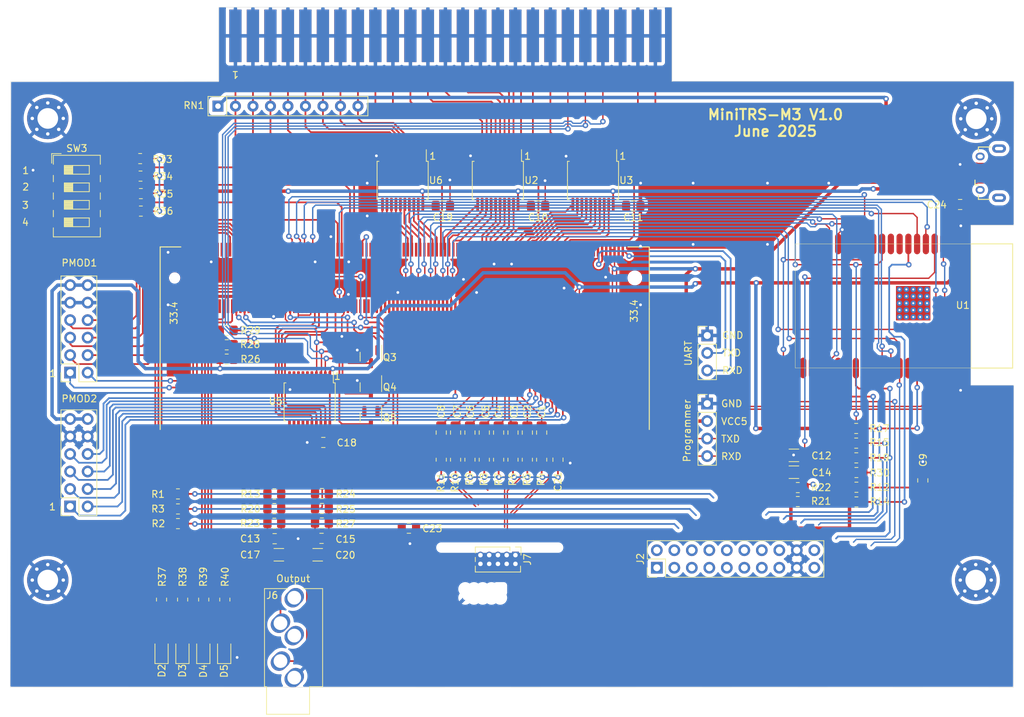
<source format=kicad_pcb>
(kicad_pcb (version 20241229) (generator "pcbnew") (generator_version "9.0")
  (layers (0 "F.Cu" signal) (2 "B.Cu" signal) (13 "F.Paste" user) (15 "B.Paste" user) (5 "F.SilkS" user "F.Silkscreen") (7 "B.SilkS" user "B.Silkscreen") (1 "F.Mask" user) (3 "B.Mask" user) (25 "Edge.Cuts" user))
  (net 0 "")
  (net 1 "CASS_IN")
  (net 2 "GND")
  (net 3 "+5V")
  (net 4 "+3V3")
  (net 7 "CS_SD")
  (net 8 "IF_CASS_IN")
  (net 9 "IF_SD_SCK")
  (net 10 "CASS_OUT")
  (net 11 "IF_SD_MISO")
  (net 12 "IF_TXD0")
  (net 13 "IF_RXD0")
  (net 15 "Net-(C17-Pad1)")
  (net 25 "_A0")
  (net 26 "_A1")
  (net 27 "_A2")
  (net 28 "_A3")
  (net 29 "ESP_RESET")
  (net 30 "_A4")
  (net 31 "_A5")
  (net 32 "CS_FPGA")
  (net 33 "_A6")
  (net 34 "_A7")
  (net 35 "IF_SD_MOSI")
  (net 36 "ESP_S0")
  (net 37 "IF_LED_BLUE")
  (net 38 "ESP_S1")
  (net 39 "IF_BTN_TRSIO_STATUS")
  (net 40 "ESP_S2")
  (net 41 "IF_LED_GREEN")
  (net 42 "ESP_S3")
  (net 43 "Net-(C20-Pad1)")
  (net 44 "IF_LED_RED")
  (net 47 "REQ")
  (net 50 "DONE")
  (net 51 "ABUS_EN")
  (net 52 "ABUS_DIR")
  (net 53 "_D0")
  (net 54 "_D1")
  (net 55 "_D2")
  (net 56 "_D3")
  (net 57 "_D4")
  (net 58 "_D5")
  (net 59 "_D6")
  (net 60 "_D7")
  (net 61 "DBUS_EN")
  (net 62 "DBUS_DIR")
  (net 63 "_RAS_N")
  (net 64 "_OUT_N")
  (net 65 "_IN_N")
  (net 66 "_RD_N")
  (net 67 "_WR_N")
  (net 68 "_IOREQ_N")
  (net 69 "_M1_N")
  (net 70 "_RESET_N")
  (net 71 "CTRL_DIR")
  (net 72 "CTRL_EN")
  (net 75 "CTRL1_EN")
  (net 78 "EXTIOSEL_IN_N")
  (net 79 "WAIT_IN_N")
  (net 80 "INT_IN_N")
  (net 81 "CONF_1")
  (net 82 "CONF_2")
  (net 83 "CONF_3")
  (net 84 "CONF_4")
  (net 107 "CASS_OUT2")
  (net 127 "Net-(D2-A)")
  (net 128 "Net-(D3-A)")
  (net 129 "Net-(D4-A)")
  (net 130 "Net-(D5-A)")
  (net 133 "D0")
  (net 134 "D1")
  (net 135 "D2")
  (net 136 "D3")
  (net 137 "D4")
  (net 138 "D5")
  (net 139 "D6")
  (net 140 "D7")
  (net 141 "A0")
  (net 142 "A1")
  (net 143 "A2")
  (net 144 "A3")
  (net 145 "A4")
  (net 146 "A5")
  (net 147 "A6")
  (net 148 "A7")
  (net 149 "IN_N")
  (net 150 "OUT_N")
  (net 151 "RESET_N")
  (net 152 "EXTIOSEL_N")
  (net 153 "NC_45")
  (net 154 "M1_N")
  (net 155 "IOREQ_N")
  (net 156 "PMOD1_IO5")
  (net 157 "RAS_N")
  (net 158 "PMOD1_IO4")
  (net 159 "PMOD1_IO3")
  (net 160 "PMOD1_IO2")
  (net 161 "PMOD1_IO8")
  (net 162 "PMOD1_IO6")
  (net 163 "PMOD1_IO1")
  (net 164 "PMOD1_IO7")
  (net 165 "PMOD2_IO2")
  (net 166 "PMOD2_IO4")
  (net 167 "WR_N")
  (net 168 "PMOD2_IO6")
  (net 169 "RD_N")
  (net 170 "PMOD2_IO3")
  (net 171 "INT_N")
  (net 172 "PMOD2_IO7")
  (net 173 "WAIT_N")
  (net 174 "PMOD2_IO1")
  (net 175 "INT")
  (net 176 "WAIT")
  (net 177 "EXTIOSEL")
  (net 178 "LED_RED")
  (net 179 "LED_GREEN")
  (net 180 "LED_BLUE")
  (net 181 "ID0")
  (net 182 "ABUS_DIR_N")
  (net 183 "CD_SD")
  (net 184 "PMOD2_IO8")
  (net 188 "HDMI_TX2_P")
  (net 189 "/D2+")
  (net 190 "HDMI_TX2_N")
  (net 191 "/D2-")
  (net 192 "HDMI_TX1_P")
  (net 193 "/D1+")
  (net 194 "HDMI_TX1_N")
  (net 195 "/D1-")
  (net 196 "HDMI_TX0_P")
  (net 197 "/D0+")
  (net 198 "HDMI_TX0_N")
  (net 199 "/D0-")
  (net 200 "HDMI_TXC_P")
  (net 201 "/CK+")
  (net 202 "HDMI_TXC_N")
  (net 203 "/CK-")
  (net 204 "Net-(C13-Pad1)")
  (net 205 "Net-(C15-Pad1)")
  (net 206 "LED1")
  (net 207 "LED2")
  (net 208 "LED3")
  (net 209 "LED4")
  (net 215 "PMOD2_IO5")
  (net 216 "JTAG_TDO")
  (net 220 "JTAG_TMS")
  (net 221 "JTAG_TCK")
  (net 222 "JTAG_TDI")
  (net 230 "UART_RX")
  (net 231 "UART_TX")
  (footprint "Resistor_SMD:R_0805_2012Metric_Pad1.20x1.40mm_HandSolder" (layer "F.Cu") (at 79.4355 70.104 180)
    (property "Reference" "R33")
    (property "Value" "4K7")
  )
  (footprint "Resistor_SMD:R_0805_2012Metric_Pad1.20x1.40mm_HandSolder" (layer "F.Cu") (at 88.662232 134.112 -90)
    (property "Reference" "R39")
    (property "Value" "220")
  )
  (footprint "Resistor_SMD:R_0805_2012Metric_Pad1.20x1.40mm_HandSolder" (layer "F.Cu") (at 129.3876 113.808 90)
    (property "Reference" "R8")
    (property "Value" "50")
  )
  (footprint "Resistor_SMD:R_0805_2012Metric_Pad1.20x1.40mm_HandSolder" (layer "F.Cu") (at 91.7233 134.112 -90)
    (property "Reference" "R40")
    (property "Value" "220")
  )
  (footprint "Button_Switch_SMD:SW_DIP_SPSTx04_Slide_6.7x11.72mm_W8.61mm_P2.54mm_LowProfile" (layer "F.Cu") (at 70.2407 75.5396)
    (property "Reference" "SW3")
    (property "Value" "SW_DIP_x04")
  )
  (footprint "Resistor_SMD:R_0805_2012Metric_Pad1.20x1.40mm_HandSolder" (layer "F.Cu") (at 91.9988 95.0468)
    (property "Reference" "R29")
    (property "Value" "4K7")
  )
  (footprint "LED_SMD:LED_0805_2012Metric_Pad1.15x1.40mm_HandSolder" (layer "F.Cu") (at 85.570866 141.5448 90)
    (property "Reference" "D3")
    (property "Value" "LED")
  )
  (footprint "Capacitor_SMD:C_0805_2012Metric_Pad1.18x1.45mm_HandSolder" (layer "F.Cu") (at 98.9584 125.2728)
    (property "Reference" "C13")
    (property "Value" "100N")
  )
  (footprint "Resistor_SMD:R_0805_2012Metric_Pad1.20x1.40mm_HandSolder" (layer "F.Cu") (at 125.222 113.808 90)
    (property "Reference" "R10")
    (property "Value" "50")
  )
  (footprint "Resistor_SMD:R_0805_2012Metric_Pad1.20x1.40mm_HandSolder" (layer "F.Cu") (at 79.5371 75.184 180)
    (property "Reference" "R35")
    (property "Value" "4K7")
  )
  (footprint "LED_SMD:LED_0805_2012Metric_Pad1.15x1.40mm_HandSolder" (layer "F.Cu") (at 82.5398 141.5448 90)
    (property "Reference" "D2")
    (property "Value" "LED")
  )
  (footprint "Resistor_SMD:R_0805_2012Metric_Pad1.20x1.40mm_HandSolder" (layer "F.Cu") (at 131.4704 113.808 90)
    (property "Reference" "R7")
    (property "Value" "50")
  )
  (footprint "Resistor_SMD:R_0805_2012Metric_Pad1.20x1.40mm_HandSolder" (layer "F.Cu") (at 183.4037 119.9388)
    (property "Reference" "R14")
    (property "Value" "4K7")
  )
  (footprint "MountingHole:MountingHole_3mm_Pad_Via" (layer "F.Cu") (at 200.72699 131.28339)
    (property "Reference" "H3" (hide yes))
    (property "Value" "MountingHole_Pad")
  )
  (footprint "Capacitor_SMD:C_1206_3216Metric_Pad1.33x1.80mm_HandSolder" (layer "F.Cu") (at 174.3333 113.1824 180)
    (property "Reference" "C12")
    (property "Value" "1u")
  )
  (footprint "Capacitor_SMD:C_0805_2012Metric_Pad1.18x1.45mm_HandSolder" (layer "F.Cu") (at 127.3048 109.871 -90)
    (property "Reference" "C6")
    (property "Value" "100n")
  )
  (footprint "Resistor_SMD:R_0805_2012Metric_Pad1.20x1.40mm_HandSolder" (layer "F.Cu") (at 79.4863 72.644 180)
    (property "Reference" "R34")
    (property "Value" "4K7")
  )
  (footprint "Resistor_SMD:R_0805_2012Metric_Pad1.20x1.40mm_HandSolder" (layer "F.Cu") (at 84.9216 123.0884)
    (property "Reference" "R2")
    (property "Value" "220")
  )
  (footprint "Capacitor_SMD:C_0805_2012Metric_Pad1.18x1.45mm_HandSolder" (layer "F.Cu") (at 131.4704 109.871 -90)
    (property "Reference" "C4")
    (property "Value" "100n")
  )
  (footprint "Capacitor_SMD:C_0805_2012Metric_Pad1.18x1.45mm_HandSolder" (layer "F.Cu") (at 133.5532 109.871 -90)
    (property "Reference" "C3")
    (property "Value" "100n")
  )
  (footprint "Capacitor_SMD:C_0805_2012Metric_Pad1.18x1.45mm_HandSolder" (layer "F.Cu") (at 125.222 109.871 -90)
    (property "Reference" "C7")
    (property "Value" "100n")
  )
  (footprint "MountingHole:MountingHole_3mm_Pad_Via" (layer "F.Cu") (at 200.7967 64.3212)
    (property "Reference" "H2" (hide yes))
    (property "Value" "MountingHole_Pad")
  )
  (footprint "Resistor_SMD:R_0805_2012Metric_Pad1.20x1.40mm_HandSolder" (layer "F.Cu") (at 105.8164 120.8898)
    (property "Reference" "R25")
    (property "Value" "300R")
  )
  (footprint "Resistor_SMD:R_0805_2012Metric_Pad1.20x1.40mm_HandSolder" (layer "F.Cu") (at 105.8164 122.9868 180)
    (property "Reference" "R27")
    (property "Value" "300R")
  )
  (footprint "Capacitor_SMD:C_0805_2012Metric_Pad1.18x1.45mm_HandSolder" (layer "F.Cu") (at 137.7188 109.871 -90)
    (property "Reference" "C1")
    (property "Value" "100n")
  )
  (footprint "Connector_PinSocket_2.54mm:PinSocket_2x06_P2.54mm_Vertical" (layer "F.Cu") (at 69.2712 120.5992 180)
    (property "Reference" "J1" (hide yes))
    (property "Value" "Conn_02x06_Odd_Even")
  )
  (footprint "Capacitor_SMD:C_0805_2012Metric_Pad1.18x1.45mm_HandSolder" (layer "F.Cu") (at 123.3775 76.962 180)
    (property "Reference" "C19")
    (property "Value" "0.1uF")
  )
  (footprint "Capacitor_SMD:C_0805_2012Metric_Pad1.18x1.45mm_HandSolder" (layer "F.Cu") (at 123.1392 109.871 -90)
    (property "Reference" "C8")
    (property "Value" "100n")
  )
  (footprint "Capacitor_SMD:C_0805_2012Metric_Pad1.18x1.45mm_HandSolder" (layer "F.Cu") (at 118.4441 123.7488)
    (property "Reference" "C23")
    (property "Value" "100n")
  )
  (footprint "Package_TO_SOT_SMD:SOT-23" (layer "F.Cu") (at 112.9284 98.8568 -90)
    (property "Reference" "Q3")
    (property "Value" "2N7002")
  )
  (footprint "Resistor_SMD:R_0805_2012Metric_Pad1.20x1.40mm_HandSolder" (layer "F.Cu") (at 98.9076 120.904 180)
    (property "Reference" "R20")
    (property "Value" "300R")
  )
  (footprint "Capacitor_SMD:C_0805_2012Metric_Pad1.18x1.45mm_HandSolder" (layer "F.Cu") (at 193.04 116.8107 -90)
    (property "Reference" "C9")
    (property "Value" "100n")
  )
  (footprint "Resistor_SMD:R_0805_2012Metric_Pad1.20x1.40mm_HandSolder" (layer "F.Cu") (at 79.5371 77.724 180)
    (property "Reference" "R36")
    (property "Value" "4K7")
  )
  (footprint "Connector_PinHeader_2.54mm:PinHeader_1x04_P2.54mm_Vertical" (layer "F.Cu") (at 161.739266 105.663999)
    (property "Reference" "J8" (hide yes))
    (property "Value" "Programmer")
  )
  (footprint "Resistor_SMD:R_0805_2012Metric_Pad1.20x1.40mm_HandSolder" (layer "F.Cu") (at 183.372 109.2708)
    (property "Reference" "R17")
    (property "Value" "10K")
  )
  (footprint "Resistor_SMD:R_0805_2012Metric_Pad1.20x1.40mm_HandSolder" (layer "F.Cu") (at 91.9988 99.2124)
    (property "Reference" "R26")
    (property "Value" "4K7")
  )
  (footprint "Package_TO_SOT_SMD:SOT-23" (layer "F.Cu") (at 112.9284 103.2764 -90)
    (property "Reference" "Q4")
    (property "Value" "2N7002")
  )
  (footprint "Connector_PinHeader_2.54mm:PinHeader_2x10_P2.54mm_Vertical" (layer "F.Cu") (at 154.432 129.4892 90)
    (property "Reference" "J2")
    (property "Value" "Interface Connector")
  )
  (footprint "Connector_PinSocket_2.54mm:PinSocket_2x06_P2.54mm_Vertical" (layer "F.Cu") (at 69.2712 101.1686 180)
    (property "Reference" "J5" (hide yes))
    (property "Value" "Conn_02x06_Odd_Even")
  )
  (footprint "Resistor_SMD:R_0805_2012Metric_Pad1.20x1.40mm_HandSolder" (layer "F.Cu") (at 183.3877 113.538)
    (property "Reference" "R19")
    (property "Value" "10K")
  )
  (footprint "Resistor_SMD:R_0805_2012Metric_Pad1.20x1.40mm_HandSolder" (layer "F.Cu") (at 84.9216 118.7704)
    (property "Reference" "R1")
    (property "Value" "220")
  )
  (footprint "trs-io-m3:SSOP-20_5.3x7.2mm_P0.65mm_slim" (layer "F.Cu") (at 145.1707 73.2536 -90)
    (property "Reference" "U3")
    (property "Value" "74LVC245")
  )
  (footprint "PocketTRS_Connectors:Jack_3.5mm_CUI_SJ1-3535NG_Horizontal_CircularHoles" (layer "F.Cu") (at 101.8032 145.4404 180)
    (property "Reference" "J6")
    (property "Value" "Cassette Output")
  )
  (footprint "LED_SMD:LED_0805_2012Metric_Pad1.15x1.40mm_HandSolder" (layer "F.Cu") (at 88.601932 141.5448 90)
    (property "Reference" "D4")
    (property "Value" "LED")
  )
  (footprint "esp32-wrover:ESP32-WROVER" (layer "F.Cu") (at 199.4759 91.4908 -90)
    (property "Reference" "U1")
    (property "Value" "ESP32-WROVER-B" (hide yes))
  )
  (footprint "Capacitor_SMD:C_0805_2012Metric_Pad1.18x1.45mm_HandSolder" (layer "F.Cu") (at 140.081 113.808 90)
    (property "Reference" "C21")
    (property "Value" "100n")
  )
  (footprint "Resistor_SMD:R_0805_2012Metric_Pad1.20x1.40mm_HandSolder" (layer "F.Cu") (at 183.4037 115.6716)
    (property "Reference" "R30")
    (property "Value" "4K7")
  )
  (footprint "MountingHole:MountingHole_3mm_Pad_Via" (layer "F.Cu") (at 66.0243 64.2704)
    (property "Reference" "H1" (hide yes))
    (property "Value" "MountingHole_Pad")
  )
  (footprint "Resistor_SMD:R_0805_2012Metric_Pad1.20x1.40mm_HandSolder" (layer "F.Cu") (at 98.9076 118.7704)
    (property "Reference" "R13")
    (property "Value" "270R")
  )
  (footprint "Package_TO_SOT_SMD:SOT-23" (layer "F.Cu") (at 112.9284 107.696 -90)
    (property "Reference" "Q5")
    (property "Value" "2N7002")
  )
  (footprint "Capacitor_SMD:C_0805_2012Metric_Pad1.18x1.45mm_HandSolder" (layer "F.Cu") (at 129.3876 109.871 -90)
    (property "Reference" "C5")
    (property "Value" "100n")
  )
  (footprint "Resistor_SMD:R_0805_2012Metric_Pad1.20x1.40mm_HandSolder" (layer "F.Cu") (at 183.4037 117.8052)
    (property "Reference" "R12")
    (property "Value" "10K")
  )
  (footprint "Resistor_SMD:R_0805_2012Metric_Pad1.20x1.40mm_HandSolder" (layer "F.Cu") (at 174.893901 117.856 180)
    (property "Reference" "R22")
    (property "Value" "4K7")
  )
  (footprint "Capacitor_SMD:C_0805_2012Metric_Pad1.18x1.45mm_HandSolder" (layer "F.Cu") (at 105.7656 125.222 180)
    (property "Reference" "C15")
    (property "Value" "100N")
  )
  (footprint "PocketTRS_Connectors:USBmicro-B" (layer "F.Cu") (at 204.1144 72.2186 90)
    (property "Reference" "J12")
    (property "Value" "USB_B_Micro")
  )
  (footprint "Capacitor_SMD:C_0805_2012Metric_Pad1.18x1.45mm_HandSolder" (layer "F.Cu") (at 151.0127 76.962 180)
    (property "Reference" "C11")
    (property "Value" "0.1uF")
  )
  (footprint "Resistor_SMD:R_0805_2012Metric_Pad1.20x1.40mm_HandSolder" (layer "F.Cu") (at 91.9988 97.1296)
    (property "Reference" "R28")
    (property "Value" "4K7")
  )
  (footprint "Resistor_THT:R_Array_SIP9" (layer "F.Cu") (at 90.7288 62.484)
    (property "Reference" "RN1")
    (property "Value" "47K")
  )
  (footprint "Capacitor_SMD:C_1206_3216Metric_Pad1.33x1.80mm_HandSolder" (layer "F.Cu") (at 105.2068 127.6096)
    (property "Reference" "C20")
    (property "Value" "10U")
  )
  (footprint "Resistor_SMD:R_0805_2012Metric_Pad1.20x1.40mm_HandSolder" (layer "F.Cu") (at 137.7188 113.808 90)
    (property "Reference" "R4")
    (property "Value" "50")
  )
  (footprint "Capacitor_SMD:C_0805_2012Metric_Pad1.18x1.45mm_HandSolder" (layer "F.Cu") (at 198.4599 76.7588 180)
    (property "Reference" "C24")
    (property "Value" "100n")
  )
  (footprint "Resistor_SMD:R_0805_2012Metric_Pad1.20x1.40mm_HandSolder" (layer "F.Cu") (at 85.601166 134.112 -90)
    (property "Reference" "R38")
    (property "Value" "220")
  )
  (footprint "PocketTRS_Connectors:EDGE50" (layer "F.Cu") (at 131.9983 52.2816 180)
    (property "Reference" "J3" (hide yes))
    (property "Value" "TRS-80 M3 Edge Connector")
  )
  (footprint "Resistor_SMD:R_0805_2012Metric_Pad1.20x1.40mm_HandSolder" (layer "F.Cu") (at 98.9076 123.0376)
    (property "Reference" "R23")
    (property "Value" "300R")
  )
  (footprint "trs-io-m3:SSOP-20_5.3x7.2mm_P0.65mm_slim" (layer "F.Cu") (at 131.3531 73.2536 -90)
    (property "Reference" "U2")
    (property "Value" "74LVC245")
  )
  (footprint "Capacitor_SMD:C_0805_2012Metric_Pad1.18x1.45mm_HandSolder" (layer "F.Cu") (at 135.636 109.871 -90)
    (property "Reference" "C2")
    (property "Value" "100n")
  )
  (footprint "Tang20K:DDR3_socket" (layer "F.Cu") (at 117.8403 87.4229 -90)
    (property "Reference" "Conn1" (hide yes))
    (property "Value" "Conn_DDR3_Socket")
  )
  (footprint "Resistor_SMD:R_0805_2012Metric_Pad1.20x1.40mm_HandSolder" (layer "F.Cu") (at 82.5401 134.112 -90)
    (property "Reference" "R37")
    (property "Value" "220")
  )
  (footprint "Resistor_SMD:R_0805_2012Metric_Pad1.20x1.40mm_HandSolder" (layer "F.Cu") (at 135.636 113.808 90)
    (property "Reference" "R5")
    (property "Value" "50")
  )
  (footprint "Resistor_SMD:R_0805_2012Metric_Pad1.20x1.40mm_HandSolder" (layer "F.Cu") (at 105.8164 118.7196 180)
    (property "Reference" "R24")
    (property "Value" "270R")
  )
  (footprint "Capacitor_SMD:C_1206_3216Metric_Pad1.33x1.80mm_HandSolder" (layer "F.Cu") (at 99.568 127.6096 180)
    (property "Reference" "C17")
    (property "Value" "10U")
  )
  (footprint "Resistor_SMD:R_0805_2012Metric_Pad1.20x1.40mm_HandSolder" (layer "F.Cu") (at 84.9216 120.9548)
    (property "Reference" "R3")
    (property "Value" "220")
  )
  (footprint "LED_SMD:LED_0805_2012Metric_Pad1.15x1.40mm_HandSolder" (layer "F.Cu") (at 91.633 141.5448 90)
    (property "Reference" "D5")
    (property "Value" "LED")
  )
  (footprint "Resistor_SMD:R_0805_2012Metric_Pad1.20x1.40mm_HandSolder" (layer "F.Cu") (at 123.1392 113.808 90)
    (property "Reference" "R11")
    (property "Value" "50")
  )
  (footprint "Resistor_SMD:R_0805_2012Metric_Pad1.20x1.40mm_HandSolder" (layer "F.Cu") (at 127.3048 113.808 90)
    (property "Reference" "R9")
    (property "Value" "50")
  )
  (footprint "Connector_PinHeader_2.54mm:PinHeader_1x03_P2.54mm_Vertical" (layer "F.Cu") (at 161.7472 95.777715)
    (property "Reference" "J13" (hide yes))
    (property "Value" "UART")
  )
  (footprint "Capacitor_SMD:C_0805_2012Metric_Pad1.18x1.45mm_HandSolder" (layer "F.Cu") (at 106.0196 111.3028 180)
    (property "Reference" "C18")
    (property "Value" "0.1uF")
  )
  (footprint "trs-io-m3:SSOP-20_5.3x7.2mm_P0.65mm_slim" (layer "F.Cu") (at 104.0384 105.41 -90)
    (property "Reference" "U5")
    (property "Value" "74LVC245")
  )
  (footprint "MountingHole:MountingHole_3mm_Pad_Via" (layer "F.Cu") (at 66.0243 131.28339)
    (property "Reference" "H4" (hide yes))
    (property "Value" "MountingHole_Pad")
  )
  (footprint "Capacitor_SMD:C_0805_2012Metric_Pad1.18x1.45mm_HandSolder" (layer "F.Cu") (at 137.1951 76.962 180)
    (property "Reference" "C10")
    (property "Value" "0.1uF")
  )
  (footprint "Resistor_SMD:R_0805_2012Metric_Pad1.20x1.40mm_HandSolder" (layer "F.Cu") (at 183.372 111.4044)
    (property "Reference" "R15")
    (property "Value" "10K")
  )
  (footprint "Resistor_SMD:R_0805_2012Metric_Pad1.20x1.40mm_HandSolder" (layer "F.Cu") (at 133.5532 113.808 90)
    (property "Reference" "R6")
    (property "Value" "50")
  )
  (footprint "Resistor_SMD:R_0805_2012Metric_Pad1.20x1.40mm_HandSolder" (layer "F.Cu") (at 174.893901 119.888)
    (property "Reference" "R21")
    (property "Value" "4K7")
  )
  (footprint "trs-io-m3:SSOP-20_5.3x7.2mm_P0.65mm_slim" (layer "F.Cu") (at 117.5355 73.2536 -90)
    (property "Reference" "U6")
    (property "Value" "74LVC245")
  )
  (footprint "Connector_PinHeader_1.27mm:PinHeader_2x05_P1.27mm_Vertical" (layer "F.Cu") (at 133.9088 127.6604 -90)
    (property "Reference" "J7")
    (property "Value" "HDMI")
  )
  (footprint "Capacitor_SMD:C_1206_3216Metric_Pad1.33x1.80mm_HandSolder" (layer "F.Cu") (at 174.3333 115.6208)
    (property "Reference" "C14")
    (property "Value" "10U")
  )
  (gr_line (start 206.245 102.997) (end 206.1815 146.862799) (stroke (width 0.05)) (layer "Edge.Cuts"))
  (gr_line (start 156.6363 58.911) (end 156.6363 48.116) (stroke (width 0.05)) (layer "Edge.Cuts"))
  (gr_line (start 200.022 102.997) (end 206.245 102.997) (stroke (width 0.05)) (layer "Edge.Cuts"))
  (gr_line (start 60.5887 146.812) (end 60.6395 58.9364) (stroke (width 0.05)) (layer "Edge.Cuts"))
  (gr_line (start 200.022 102.997) (end 200.022 79.756) (stroke (width 0.05)) (layer "Edge.Cuts"))
  (gr_line (start 206.245 79.756) (end 206.2831 58.8856) (stroke (width 0.05)) (layer "Edge.Cuts"))
  (gr_line (start 60.6395 58.9364) (end 90.8503 58.911) (stroke (width 0.05)) (layer "Edge.Cuts"))
  (gr_line (start 90.8503 58.911) (end 90.8503 48.116) (stroke (width 0.05)) (layer "Edge.Cuts"))
  (gr_line (start 156.6363 48.116) (end 90.8503 48.116) (stroke (width 0.05)) (layer "Edge.Cuts"))
  (gr_line (start 200.022 79.756) (end 206.245 79.756) (stroke (width 0.05)) (layer "Edge.Cuts"))
  (gr_line (start 206.2831 58.8856) (end 156.6363 58.8856) (stroke (width 0.05)) (layer "Edge.Cuts"))
  (gr_line (start 206.1815 146.862799) (end 60.5887 146.812) (stroke (width 0.05)) (layer "Edge.Cuts"))
  (gr_text "1" (at 149.4887 69.7484 0) (layer "F.SilkS") (effects (font (size 1 1))))
  (gr_text "RXD" (at 166.9796 100.838 0) (layer "F.SilkS") (effects (font (size 1 1)) (justify right)))
  (gr_text "2" (at 62.8239 74.2188 0) (layer "F.SilkS") (effects (font (size 1 1))))
  (gr_text "1" (at 66.7512 101.2952 0) (layer "F.SilkS") (effects (font (size 1 1))))
  (gr_text "4" (at 62.7731 79.3496 0) (layer "F.SilkS") (effects (font (size 1 1))))
  (gr_text "PMOD2" (at 70.612 104.9528 0) (layer "F.SilkS") (effects (font (size 1 1))))
  (gr_text "MiniTRS-M3 V1.0\nJune 2025" (at 171.6532 64.9224 0) (layer "F.SilkS") (effects (font (size 1.5 1.5) (thickness 0.3))))
  (gr_text "3" (at 62.7731 76.8604 0) (layer "F.SilkS") (effects (font (size 1 1))))
  (gr_text "GND" (at 166.922438 105.664 0) (layer "F.SilkS") (effects (font (size 1 1)) (justify right)))
  (gr_text "1" (at 121.9043 69.7484 0) (layer "F.SilkS") (effects (font (size 1 1))))
  (gr_text "VCC5" (at 167.684343 108.2548 0) (layer "F.SilkS") (effects (font (size 1 1)) (justify right)))
  (gr_text "RXD" (at 166.8272 113.3348 0) (layer "F.SilkS") (effects (font (size 1 1)) (justify right)))
  (gr_text "1" (at 135.6711 69.7484 0) (layer "F.SilkS") (effects (font (size 1 1))))
  (gr_text "1" (at 66.7004 120.65 0) (layer "F.SilkS") (effects (font (size 1 1))))
  (gr_text "Programmer" (at 158.8165 104.9528 90) (layer "F.SilkS") (effects (font (size 1 1)) (justify right)))
  (gr_text "PMOD1" (at 70.612 85.2424 0) (layer "F.SilkS") (effects (font (size 1 1))))
  (gr_text "GND" (at 167.074838 95.758 0) (layer "F.SilkS") (effects (font (size 1 1)) (justify right)))
  (gr_text "TXD" (at 166.589105 110.7948 0) (layer "F.SilkS") (effects (font (size 1 1)) (justify right)))
  (gr_text "1" (at 62.8239 71.8312 0) (layer "F.SilkS") (effects (font (size 1 1))))
  (gr_text "1" (at 93.2379 57.9204 180) (layer "F.SilkS") (effects (font (size 1 1))))
  (gr_text "UART" (at 159.004 96.4184 90) (layer "F.SilkS") (effects (font (size 1 1)) (justify right)))
  (gr_text "1" (at 108.0516 101.7016 0) (layer "F.SilkS") (effects (font (size 1 1))))
  (gr_text "TXD" (at 166.741505 98.298 0) (layer "F.SilkS") (effects (font (size 1 1)) (justify right)))
  (gr_text "Output" (at 101.6508 131.064 0) (layer "F.SilkS") (effects (font (size 1 1))))
  (segment (start 176.3611 117.388801) (end 175.893901 117.856) (width 0.2) (layer "F.Cu") (net 1))
  (segment (start 177.113101 117.388801) (end 176.3611 117.388801) (width 0.2) (layer "F.Cu") (net 1))
  (segment (start 175.8958 113.1824) (end 175.8958 115.6208) (width 0.2) (layer "F.Cu") (net 1))
  (segment (start 175.8958 115.6208) (end 175.8958 117.744401) (width 0.2) (layer "F.Cu") (net 1))
  (segment (start 176.10379 87.4712) (end 175.9204 87.28781) (width 0.2) (layer "F.Cu") (net 1))
  (segment (start 193.8943 87.4712) (end 194.7559 86.6096) (width 0.2) (layer "F.Cu") (net 1))
  (segment (start 194.7559 86.6096) (end 194.7559 82.4908) (width 0.2) (layer "F.Cu") (net 1))
  (segment (start 175.893901 117.856) (end 175.893901 119.888) (width 0.2) (layer "F.Cu") (net 1))
  (segment (start 175.8958 113.1824) (end 175.8958 111.1242) (width 0.2) (layer "F.Cu") (net 1))
  (segment (start 175.8958 111.1242) (end 175.9204 111.0996) (width 0.2) (layer "F.Cu") (net 1))
  (segment (start 193.8943 87.4712) (end 176.10379 87.4712) (width 0.2) (layer "F.Cu") (net 1))
  (via (at 175.9204 111.0996) (size 0.8) (drill 0.4) (layers "F.Cu" "B.Cu") (net 1))
  (via (at 177.113101 117.388801) (size 0.8) (drill 0.4) (layers "F.Cu" "B.Cu") (net 1))
  (via (at 175.9204 87.28781) (size 0.8) (drill 0.4) (layers "F.Cu" "B.Cu") (net 1))
  (segment (start 175.9204 111.0996) (end 175.9204 87.28781) (width 0.2) (layer "B.Cu") (net 1))
  (segment (start 96.9903 90.3229) (end 97.0903 90.2229) (width 0.2) (layer "F.Cu") (net 2))
  (segment (start 82.4948 142.5448) (end 85.555866 142.5448) (width 0.2) (layer "F.Cu") (net 2))
  (segment (start 105.9903 90.3229) (end 105.8903 90.2229) (width 0.2) (layer "F.Cu") (net 2))
  (segment (start 173.7333 117.856) (end 173.7333 113.4088) (width 0.2) (layer "F.Cu") (net 2))
  (segment (start 102.4903 92.8229) (end 104.05 92.8229) (width 0.2) (layer "F.Cu") (net 2))
  (segment (start 101.1134 101.91) (end 101.7634 101.91) (width 0.25) (layer "F.Cu") (net 2))
  (segment (start 97.2903 83.3229) (end 97.2903 84.5229) (width 0.2) (layer "F.Cu") (net 2))
  (segment (start 91.678 142.5448) (end 93.472 142.5448) (width 0.2) (layer "F.Cu") (net 2))
  (segment (start 136.1184 84.6229) (end 135.3618 84.6229) (width 0.2) (layer "F.Cu") (net 2))
  (segment (start 96.8903 90.2229) (end 96.9903 90.3229) (width 0.2) (layer "F.Cu") (net 2))
  (segment (start 90.9572 84.6229) (end 90.6903 84.356) (width 0.2) (layer "F.Cu") (net 2))
  (segment (start 142.2903 83.3229) (end 142.2903 84.5229) (width 0.2) (layer "F.Cu") (net 2))
  (segment (start 198.5659 82.4908) (end 198.5659 79.862) (width 0.381) (layer "F.Cu") (net 2))
  (segment (start 147.3903 91.5229) (end 147.3903 92.7229) (width 0.2) (layer "F.Cu") (net 2))
  (segment (start 95.4903 84.5229) (end 95.5903 84.6229) (width 0.2) (layer "F.Cu") (net 2))
  (segment (start 97.073 84.6229) (end 97.2903 84.4056) (width 0.2) (layer "F.Cu") (net 2))
  (segment (start 108.9903 90.4856) (end 109.6615 89.8144) (width 0.2) (layer "F.Cu") (net 2))
  (segment (start 140.081 112.7705) (end 140.3345 112.7705) (width 0.25) (layer "F.Cu") (net 2))
  (segment (start 145.5903 91.5229) (end 145.5903 92.7229) (width 0.2) (layer "F.Cu") (net 2))
  (segment (start 99.9076 125.1845) (end 99.9959 125.2728) (width 0.25) (layer "F.Cu") (net 2))
  (segment (start 108.63065 88.7588) (end 108.0247 88.7588) (width 0.2) (layer "F.Cu") (net 2))
  (segment (start 107.1903 91.5229) (end 107.1903 90.3229) (width 0.2) (layer "F.Cu") (net 2))
  (segment (start 138.3903 90.3229) (end 138.2903 90.2229) (width 0.2) (layer "F.Cu") (net 2))
  (segment (start 99.9076 123.0376) (end 99.9076 125.1845) (width 0.25) (layer "F.Cu") (net 2))
  (segment (start 124.415 76.962) (end 124.415 73.2243) (width 0.2) (layer "F.Cu") (net 2))
  (segment (start 130.1153 90.2229) (end 129.9903 90.3479) (width 0.2) (layer "F.Cu") (net 2))
  (segment (start 97.3903 84.6229) (end 98.8002 84.6229) (width 0.2) (layer "F.Cu") (net 2))
  (segment (start 100.5903 90.3229) (end 100.5903 91.5229) (width 0.2) (layer "F.Cu") (net 2))
  (segment (start 140.4903 83.3229) (end 140.4903 84.5229) (width 0.2) (layer "F.Cu") (net 2))
  (segment (start 142.0903 92.8229) (end 143.6653 92.8229) (width 0.2) (layer "F.Cu") (net 2))
  (segment (start 131.6903 90.2229) (end 130.1153 90.2229) (width 0.2) (layer "F.Cu") (net 2))
  (segment (start 88.6903 90.2229) (end 90.1056 90.2229) (width 0.2) (layer "F.Cu") (net 2))
  (segment (start 180.7559 82.4908) (end 180.7559 81.0169) (width 0.2) (layer "F.Cu") (net 2))
  (segment (start 100.9903 84.6229) (end 101.8482 84.6229) (width 0.2) (layer "F.Cu") (net 2))
  (segment (start 145.8903 83.3229) (end 145.8903 84.5229) (width 0.2) (layer "F.Cu") (net 2))
  (segment (start 140.1903 90.3229) (end 140.0903 90.2229) (width 0.2) (layer "F.Cu") (net 2))
  (segment (start 89.7479 85.09) (end 89.1383 85.09) (width 0.2) (layer "F.Cu") (net 2))
  (segment (start 129.9903 91.5229) (end 129.9903 90.3229) (width 0.2) (layer "F.Cu") (net 2))
  (segment (start 198.4548 70.9468) (end 198.48419 70.91741) (width 0.50038) (layer "F.Cu") (net 2))
  (segment (start 147.0903 83.3229) (end 147.0903 87.2247) (width 0.25) (layer "F.Cu") (net 2))
  (segment (start 133.2903 84.3514) (end 133.2903 83.3229) (width 0.2) (layer "F.Cu") (net 2))
  (segment (start 99.0903 84.5229) (end 99.1903 84.6229) (width 0.2) (layer "F.Cu") (net 2))
  (segment (start 95.511 90.2229) (end 95.7903 90.5022) (width 0.2) (layer "F.Cu") (net 2))
  (segment (start 136.8903 83.3229) (end 136.8903 84.5229) (width 0.2) (layer "F.Cu") (net 2))
  (segment (start 198.5659 100.5208) (end 198.5659 103.6941) (width 0.25) (layer "F.Cu") (net 2))
  (segment (start 63.8907 71.7804) (end 65.8849 71.7804) (width 0.50038) (layer "F.Cu") (net 2))
  (segment (start 142.2457 69.7536) (end 141.2643 69.7536) (width 0.2) (layer "F.Cu") (net 2))
  (segment (start 103.7653 84.6229) (end 103.8903 84.4979) (width 0.2) (layer "F.Cu") (net 2))
  (segment (start 135.5153 90.2229) (end 135.3903 90.3479) (width 0.2) (layer "F.Cu") (net 2))
  (segment (start 92.1764 84.6229) (end 91.8903 84.3368) (width 0.2) (layer "F.Cu") (net 2))
  (segment (start 109.2903 84.668) (end 109.7123 85.09) (width 0.2) (layer "F.Cu") (net 2))
  (segment (start 149.1903 91.5229) (end 149.1903 92.7229) (width 0.2) (layer "F.Cu") (net 2))
  (segment (start 198.5659 103.6941) (end 198.5264 103.7336) (width 0.25) (layer "F.Cu") (net 2))
  (segment (start 102.4134 101.91) (end 103.0634 101.91) (width 0.25) (layer "F.Cu") (net 2))
  (segment (start 143.6653 92.8229) (end 143.7903 92.6979) (width 0.2) (layer "F.Cu") (net 2))
  (segment (start 90.3903 90.3229) (end 90.4903 90.2229) (width 0.2) (layer "F.Cu") (net 2))
  (segment (start 133.4903 90.2229) (end 131.9153 90.2229) (width 0.2) (layer "F.Cu") (net 2))
  (segment (start 65.9357 74.2696) (end 65.9357 76.8096) (width 0.50038) (layer "F.Cu") (net 2))
  (segment (start 104.1903 90.3479) (end 104.1903 91.5229) (width 0.2) (layer "F.Cu") (net 2))
  (segment (start 104.1903 92.6826) (end 104.1903 91.5229) (width 0.2) (layer "F.Cu") (net 2))
  (segment (start 98.8002 84.6229) (end 99.0903 84.3328) (width 0.2) (layer "F.Cu") (net 2))
  (segment (start 147.2903 92.8229) (end 145.8424 92.8229) (width 0.2) (layer "F.Cu") (net 2))
  (segment (start 109.6615 89.8144) (end 109.6615 89.78965) (width 0.2) (layer "F.Cu") (net 2))
  (segment (start 145.8903 84.5229) (end 145.7903 84.6229) (width 0.2) (layer "F.Cu") (net 2))
  (segment (start 100.5287 91.5845) (end 100.5287 93.43725) (width 0.2) (layer "F.Cu") (net 2))
  (segment (start 138.5903 84.6229) (end 137.1618 84.6229) (width 0.2) (layer "F.Cu") (net 2))
  (segment (start 119.4816 123.7488) (end 119.4816 125.1116) (width 0.25) (layer "F.Cu") (net 2))
  (segment (start 100.4903 90.2229) (end 100.5903 90.3229) (width 0.2) (layer "F.Cu") (net 2))
  (segment (start 135.2903 90.2229) (end 133.7153 90.2229) (width 0.2) (layer "F.Cu") (net 2))
  (segment (start 141.9903 92.7229) (end 142.0903 92.8229) (width 0.2) (layer "F.Cu") (net 2))
  (segment (start 131.3903 84.6229) (end 129.3818 84.6229) (width 0.2) (layer "F.Cu") (net 2))
  (segment (start 103.8903 84.7544) (end 104.2259 85.09) (width 0.2) (layer "F.Cu") (net 2))
  (segment (start 138.6903 83.3229) (end 138.6903 84.5229) (width 0.2) (layer "F.Cu") (net 2))
  (segment (start 133.5903 90.3229) (end 133.4903 90.2229) (width 0.2) (layer "F.Cu") (net 2))
  (segment (start 141.8903 90.2229) (end 140.4656 90.2229) (width 0.2) (layer "F.Cu") (net 2))
  (segment (start 144.3618 84.6229) (end 144.0903 84.3514) (width 0.2) (layer "F.Cu") (net 2))
  (segment (start 128.1903 90.3479) (end 128.1903 91.5229) (width 0.2) (layer "F.Cu") (net 2))
  (segment (start 90.3903 91.5229) (end 90.3903 90.3229) (width 0.2) (layer "F.Cu") (net 2))
  (segment (start 135.0903 83.3229) (end 135.0903 84.5229) (width 0.2) (layer "F.Cu") (net 2))
  (segment (start 140.1903 91.5229) (end 140.1903 90.3229) (width 0.2) (layer "F.Cu") (net 2))
  (segment (start 173.7333 113.4088) (end 173.5069 113.1824) (width 0.2) (layer "F.Cu") (net 2))
  (segment (start 138.6662 90.2229) (end 138.3903 90.4988) (width 0.2) (layer "F.Cu") (net 2))
  (segment (start 140.4903 84.5229) (end 140.3903 84.6229) (width 0.2) (layer "F.Cu") (net 2))
  (segment (start 90.4591 85.09) (end 89.7479 85.09) (width 0.2) (layer "F.Cu") (net 2))
  (segment (start 114.6105 69.7536) (end 113.7815 69.7536) (width 0.2) (layer "F.Cu") (net 2))
  (segment (start 128.7524 84.6229) (end 128.4903 84.3608) (width 0.2) (layer "F.Cu") (net 2))
  (segment (start 105.8903 90.2229) (end 104.3153 90.2229) (width 0.2) (layer "F.Cu") (net 2))
  (segment (start 180.7559 81.0169) (end 181.3564 80.4164) (width 0.2) (layer "F.Cu") (net 2))
  (segment (start 90.4903 90.2229) (end 91.9344 90.2229) (width 0.2) (layer "F.Cu") (net 2))
  (segment (start 100.7653 84.6229) (end 100.8903 84.4979) (width 0.2) (layer "F.Cu") (net 2))
  (segment (start 93.9903 91.5229) (end 93.9903 90.3229) (width 0.2) (layer "F.Cu") (net 2))
  (segment (start 128.4903 84.3608) (end 128.4903 83.3229) (width 0.2) (layer "F.Cu") (net 2))
  (segment (start 98.5384 90.2229) (end 98.7903 90.4748) (width 0.2) (layer "F.Cu") (net 2))
  (segment (start 141.9903 90.3229) (end 141.8903 90.2229) (width 0.2) (layer "F.Cu") (net 2))
  (segment (start 104.2259 85.09) (end 104.8355 85.09) (width 0.2) (layer "F.Cu") (net 2))
  (segment (start 95.7903 90.3229) (end 95.8903 90.2229) (width 0.2) (layer "F.Cu") (net 2))
  (segment (start 141.9903 91.5229) (end 141.9903 92.7229) (width 0.2) (layer "F.Cu") (net 2))
  (segment (start 140.711 84.6229) (end 140.4903 84.4022) (width 0.2) (layer "F.Cu") (net 2))
  (segment (start 142.2903 84.5229) (end 142.1903 84.6229) (width 0.2) (layer "F.Cu") (net 2))
  (segment (start 149.1903 92.7229) (end 149.0903 92.8229) (width 0.2) (layer "F.Cu") (net 2))
  (segment (start 145.4903 92.8229) (end 144.0136 92.8229) (width 0.2) (layer "F.Cu") (net 2))
  (segment (start 101.1134 101.91) (end 101.1134 103.5601) (width 0.25) (layer "F.Cu") (net 2))
  (segment (start 91.8903 83.3229) (end 91.8903 84.5229) (width 0.2) (layer "F.Cu") (net 2))
  (segment (start 88.5903 91.5229) (end 88.5903 90.3229) (width 0.2) (layer "F.Cu") (net 2))
  (segment (start 91.7903 84.6229) (end 90.9572 84.6229) (width 0.2) (layer "F.Cu") (net 2))
  (segment (start 98.7903 91.5229) (end 98.7903 90.3229) (width 0.2) (layer "F.Cu") (net 2))
  (segment (start 107.0903 90.2229) (end 106.5606 90.2229) (width 0.2) (layer "F.Cu") (net 2))
  (segment (start 89.1383 85.09) (end 88.8903 84.842) (width 0.2) (layer "F.Cu") (net 2))
  (segment (start 100.8903 84.5229) (end 100.9903 84.6229) (width 0.2) (layer "F.Cu") (net 2))
  (segment (start 152.0502 73.6923) (end 152.0502 76.962) (width 0.2) (layer "F.Cu") (net 2))
  (segment (start 97.0903 90.2229) (end 98.5384 90.2229) (width 0.2) (layer "F.Cu") (net 2))
  (segment (start 104.9821 111.3028) (end 103.6828 111.3028) (width 0.25) (layer "F.Cu") (net 2))
  (segment (start 104.7281 125.222) (end 102.4128 125.222) (width 0.25) (layer "F.Cu") (net 2))
  (segment (start 90.1056 90.2229) (end 90.3903 90.5076) (width 0.2) (layer "F.Cu") (net 2))
  (segment (start 129.628 90.2229) (end 128.3153 90.2229) (width 0.2) (layer "F.Cu") (net 2))
  (segment (start 172.7708 113.1824) (end 174.223502 113.1824) (width 0.2) (layer "F.Cu") (net 2))
  (segment (start 90.6903 84.8588) (end 90.4591 85.09) (width 0.2) (layer "F.Cu") (net 2))
  (segment (start 138.2903 90.2229) (end 136.1262 90.2229) (width 0.2) (layer "F.Cu") (net 2))
  (segment (start 143.7903 92.6979) (end 143.7903 91.5229) (width 0.2) (layer "F.Cu") (net 2))
  (segment (start 91.8903 84.5229) (end 91.7903 84.6229) (width 0.2) (layer "F.Cu") (net 2))
  (segment (start 118.6017 126.0019) (end 118.5965 125.9967) (width 0.2) (layer "F.Cu") (net 2))
  (segment (start 107.1903 90.3229) (end 107.0903 90.2229) (width 0.2) (layer "F.Cu") (net 2))
  (segment (start 174.223502 113.1824) (end 174.284301 113.121601) (width 0.2) (layer "F.Cu") (net 2))
  (segment (start 136.1184 84.6229) (end 136.1184 90.2109) (width 0.2) (layer "F.Cu") (net 2))
  (segment (start 144.0136 92.8229) (end 143.7903 92.5996) (width 0.2) (layer "F.Cu") (net 2))
  (segment (start 129.8903 90.2229) (end 129.628 90.2229) (width 0.2) (layer "F.Cu") (net 2))
  (segment (start 93.472 142.5448) (end 93.5068 142.51) (width 0.2) (layer "F.Cu") (net 2))
  (segment (start 136.8903 84.5229) (end 136.7903 84.6229) (width 0.2) (layer "F.Cu") (net 2))
  (segment (start 106.5606 90.2229) (end 106.2558 90.2229) (width 0.2) (layer "F.Cu") (net 2))
  (segment (start 136.1262 90.2229) (end 135.5153 90.2229) (width 0.2) (layer "F.Cu") (net 2))
  (segment (start 95.7903 91.5229) (end 95.7903 90.3229) (width 0.2) (layer "F.Cu") (net 2))
  (segment (start 94.0903 90.2229) (end 95.511 90.2229) (width 0.2) (layer "F.Cu") (net 2))
  (segment (start 131.7903 90.3229) (end 131.6903 90.2229) (width 0.2) (layer "F.Cu") (net 2))
  (segment (start 145.5903 92.7229) (end 145.4903 92.8229) (width 0.2) (layer "F.Cu") (net 2))
  (segment (start 102.4128 125.222) (end 102.362 125.2728) (width 0.25) (layer "F.Cu") (net 2))
  (segment (start 104.8164 122.9868) (end 104.8164 125.1337) (width 0.25) (layer "F.Cu") (net 2))
  (segment (start 128.3153 90.2229) (end 128.1903 90.3479) (width 0.2) (layer "F.Cu") (net 2))
  (segment (start 108.9903 91.5229) (end 108.9903 92.6979) (width 0.2) (layer "F.Cu") (net 2))
  (segment (start 124.415 73.2243) (end 124.3935 73.2028) (width 0.2) (layer "F.Cu") (net 2))
  (segment (start 140.4656 90.2229) (end 140.1903 90.4982) (width 0.2) (layer "F.Cu") (net 2))
  (segment (start 65.8849 71.7804) (end 65.9357 71.7296) (width 0.50038) (layer "F.Cu") (net 2))
  (segment (start 141.9903 91.5229) (end 141.9903 90.3229) (width 0.2) (layer "F.Cu") (net 2))
  (segment (start 88.5903 90.3229) (end 88.6903 90.2229) (width 0.2) (layer "F.Cu") (net 2))
  (segment (start 111.9784 97.9193) (end 110.9749 97.9193) (width 0.25) (layer "F.Cu") (net 2))
  (segment (start 90.6903 83.3229) (end 90.6903 84.8588) (width 0.2) (layer "F.Cu") (net 2))
  (segment (start 147.0903 87.2247) (end 147.0025 87.3125) (width 0.25) (layer "F.Cu") (net 2))
  (segment (start 106.2558 90.2229) (end 105.9903 90.4884) (width 0.2) (layer "F.Cu") (net 2))
  (segment (start 141.2643 69.7536) (end 141.2591 69.7484) (width 0.2) (layer "F.Cu") (net 2))
  (segment (start 134.9903 84.6229) (end 133.5618 84.6229) (width 0.2) (layer "F.Cu") (net 2))
  (segment (start 99.1903 84.6229) (end 100.7653 84.6229) (width 0.2) (layer "F.Cu") (net 2))
  (segment (start 65.9357 76.8096) (end 65.9357 79.3496) (width 0.50038) (layer "F.Cu") (net 2))
  (segment (start 136.1184 90.2109) (end 136.1262 90.2187) (width 0.2) (layer "F.Cu") (net 2))
  (segment (start 103.8903 83.3229) (end 103.8903 84.7544) (width 0.2) (layer "F.Cu") (net 2))
  (segment (start 144.0903 84.5229) (end 143.9903 84.6229) (width 0.2) (layer "F.Cu") (net 2))
  (segment (start 147.3903 92.7229) (end 147.2903 92.8229) (width 0.2) (layer "F.Cu") (net 2))
  (segment (start 95.5903 84.6229) (end 97.073 84.6229) (width 0.2) (layer "F.Cu") (net 2))
  (segment (start 140.3903 84.6229) (end 138.911 84.6229) (width 0.2) (layer "F.Cu") (net 2))
  (segment (start 135.0903 84.5229) (end 134.9903 84.6229) (width 0.2) (layer "F.Cu") (net 2))
  (segment (start 93.6903 83.3229) (end 93.6903 84.5229) (width 0.2) (layer "F.Cu") (net 2))
  (segment (start 113.7815 69.7536) (end 113.7255 69.6976) (width 0.2) (layer "F.Cu") (net 2))
  (segment (start 128.4281 69.7536) (end 127.4467 69.7536) (width 0.2) (layer "F.Cu") (net 2))
  (segment (start 104.3153 90.2229) (end 104.1903 90.3479) (width 0.2) (layer "F.Cu") (net 2))
  (segment (start 199.4974 76.7588) (end 199.4974 78.9217) (width 0.381) (layer "F.Cu") (net 2))
  (segment (start 144.0903 83.3229) (end 144.0903 84.5229) (width 0.2) (layer "F.Cu") (net 2))
  (segment (start 127.4467 69.7536) (end 127.3907 69.6976) (width 0.2) (layer "F.Cu") (net 2))
  (segment (start 136.7903 84.6229) (end 136.1184 84.6229) (width 0.2) (layer "F.Cu") (net 2))
  (segment (start 93.7632 90.2229) (end 93.9903 90.45) (width 0.2) (layer "F.Cu") (net 2))
  (segment (start 129.628 84.8691) (end 129.628 90.2229) (width 0.2) (layer "F.Cu") (net 2))
  (segment (start 133.5903 91.5229) (end 133.5903 90.3229) (width 0.2) (layer "F.Cu") (net 2))
  (segment (start 198.5659 79.862) (end 198.5615 79.8576) (width 0.381) (layer "F.Cu") (net 2))
  (segment (start 110.9749 97.9193) (end 110.9472 97.8916) (width 0.25) (layer "F.Cu") (net 2))
  (segment (start 131.4903 83.3229) (end 131.4903 84.5229) (width 0.2) (layer "F.Cu") (net 2))
  (segment (start 129.3818 84.6229) (end 128.7524 84.6229) (width 0.2) (layer "F.Cu") (net 2))
  (segment (start 88.8903 84.842) (end 88.8903 83.3229) (width 0.2) (layer "F.Cu") (net 2))
  (segment (start 93.9903 90.3229) (end 94.0903 90.2229) (width 0.2) (layer "F.Cu") (net 2))
  (segment (start 131.4903 84.5229) (end 131.3903 84.6229) (width 0.2) (layer "F.Cu") (net 2))
  (segment (start 93.6903 84.5229) (end 93.5903 84.6229) (width 0.2) (layer "F.Cu") (net 2))
  (segment (start 138.2326 73.3259) (end 138.2111 73.3044) (width 0.2) (layer "F.Cu") (net 2))
  (segment (start 65.9357 71.7296) (end 65.9357 74.2696) (width 0.50038) (layer "F.Cu") (net 2))
  (segment (start 138.3903 91.5229) (end 138.3903 90.3229) (width 0.2) (layer "F.Cu") (net 2))
  (segment (start 148.8903 84.5229) (end 149.1903 84.8229) (width 0.2) (layer "F.Cu") (net 2))
  (segment (start 129.9903 90.3229) (end 129.8903 90.2229) (width 0.2) (layer "F.Cu") (net 2))
  (segment (start 100.5287 93.43725) (end 100.93875 93.8473) (width 0.2) (layer "F.Cu") (net 2))
  (segment (start 129.3818 84.6229) (end 129.628 84.8691) (width 0.2) (layer "F.Cu") (net 2))
  (segment (start 95.8903 90.2229) (end 96.8903 90.2229) (width 0.2) (layer "F.Cu") (net 2))
  (segment (start 96.9903 91.5229) (end 96.9903 90.3229) (width 0.2) (layer "F.Cu") (net 2))
  (segment (start 193.04 115.7732) (end 193.04 114.0968) (width 0.25) (layer "F.Cu") (net 2))
  (segment (start 142.57 84.6229) (end 142.2903 84.3432) (width 0.2) (layer "F.Cu") (net 2))
  (segment (start 108.9903 92.6979) (end 108.712 92.9762) (width 0.2) (layer "F.Cu") (net 2))
  (segment (start 98.7903 92.9991) (end 98.806 93.0148) (width 0.2) (layer "F.Cu") (net 2))
  (segment (start 103.0634 101.91) (end 103.7134 101.91) (width 0.25) (layer "F.Cu") (net 2))
  (segment (start 138.911 84.6229) (end 138.6903 84.4022) (width 0.2) (layer "F.Cu") (net 2))
  (segment (start 98.7903 90.3229) (end 98.8903 90.2229) (width 0.2) (layer "F.Cu") (net 2))
  (segment (start 97.2903 84.5229) (end 97.3903 84.6229) (width 0.2) (layer "F.Cu") (net 2))
  (segment (start 135.3618 84.6229) (end 135.0903 84.3514) (width 0.2) (layer "F.Cu") (net 2))
  (segment (start 104.8164 125.1337) (end 104.7281 125.222) (width 0.25) (layer "F.Cu") (net 2))
  (segment (start 100.93875 93.8473) (end 101.5646 93.8473) (width 0.2) (layer "F.Cu") (net 2))
  (segment (start 198.48419 70.91741) (end 200.8632 70.91741) (width 0.50038) (layer "F.Cu") (net 2))
  (segment (start 92.2903 90.2229) (end 93.7632 90.2229) (width 0.2) (layer "F.Cu") (net 2))
  (segment (start 85.555866 142.5448) (end 88.616932 142.5448) (width 0.2) (layer "F.Cu") (net 2))
  (segment (start 105.9903 91.5229) (end 105.9903 90.3229) (width 0.2) (layer "F.Cu") (net 2))
  (segment (start 104.05 92.8229) (end 104.1903 92.6826) (width 0.2) (layer "F.Cu") (net 2))
  (segment (start 102.0903 84.5229) (end 102.1903 84.6229) (width 0.2) (layer "F.Cu") (net 2))
  (segment (start 133.5618 84.6229) (end 133.2903 84.3514) (width 0.2) (layer "F.Cu") (net 2))
  (segment (start 104.8355 85.09) (end 105.3435 85.09) (width 0.2) (layer "F.Cu") (net 2))
  (segment (start 98.8903 90.2229) (end 100.4903 90.2229) (width 0.2) (layer "F.Cu") (net 2))
  (segment (start 109.2903 83.3229) (end 109.2903 84.668) (width 0.2) (layer "F.Cu") (net 2))
  (segment (start 101.8482 84.6229) (end 102.0903 84.3808) (width 0.2) (layer "F.Cu") (net 2))
  (segment (start 91.9344 90.2229) (end 92.1903 90.4788) (width 0.2) (layer "F.Cu") (net 2))
  (segment (start 138.2326 76.962) (end 138.2326 73.3259) (width 0.2) (layer "F.Cu") (net 2))
  (segment (start 93.5903 84.6229) (end 92.1764 84.6229) (width 0.2) (layer "F.Cu") (net 2))
  (segment (start 99.9959 125.2728) (end 102.362 125.2728) (width 0.25) (layer "F.Cu") (net 2))
  (segment (start 140.3345 112.7705) (end 141.859 114.295) (width 0.25) (layer "F.Cu") (net 2))
  (segment (start 103.7134 101.91) (end 104.3634 101.91) (width 0.25) (layer "F.Cu") (net 2))
  (segment (start 110.9749 102.3389) (end 110.9472 102.3112) (width 0.25) (layer "F.Cu") (net 2))
  (segment (start 107.4903 83.3229) (end 107.4903 81.8012) (width 0.2) (layer "F.Cu") (net 2))
  (segment (start 133.7153 90.2229) (end 133.5903 90.3479) (width 0.2) (layer "F.Cu") (net 2))
  (segment (start 105.6903 84.7432) (end 105.6903 83.3229) (width 0.2) (layer "F.Cu") (net 2))
  (segment (start 137.1618 84.6229) (end 136.8903 84.3514) (width 0.2) (layer "F.Cu") (net 2))
  (segment (start 100.8903 83.3229) (end 100.8903 84.5229) (width 0.2) (layer "F.Cu") (net 2))
  (segment (start 102.0903 83.3229) (end 102.0903 84.5229) (width 0.2) (layer "F.Cu") (net 2))
  (segment (start 118.6017 128.2561) (end 118.6017 126.0019) (width 0.2) (layer "F.Cu") (net 2))
  (segment (start 92.1903 90.3229) (end 92.2903 90.2229) (width 0.2) (layer "F.Cu") (net 2))
  (segment (start 101.7634 101.91) (end 102.4134 101.91) (width 0.25) (layer "F.Cu") (net 2))
  (segment (start 148.8903 83.3229) (end 148.8903 84.5229) (width 0.2) (layer "F.Cu") (net 2))
  (segment (start 136.1262 90.2187) (end 136.1262 90.2229) (width 0.2) (layer "F.Cu") (net 2))
  (segment (start 92.1903 91.5229) (end 92.1903 90.3229) (width 0.2) (layer "F.Cu") (net 2))
  (segment (start 119.4816 125.1116) (end 118.5965 125.9967) (width 0.25) (layer "F.Cu") (net 2))
  (segment (start 108.9903 91.5229) (end 108.9903 90.4856) (width 0.2) (layer "F.Cu") (net 2))
  (segment (start 149.0903 92.8229) (end 147.6712 92.8229) (width 0.2) (layer "F.Cu") (net 2))
  (segment (start 108.712 92.9762) (end 108.712 95.9104) (width 0.2) (layer "F.Cu") (net 2))
  (segment (start 140.0903 90.2229) (end 138.6662 90.2229) (width 0.2) (layer "F.Cu") (net 2))
  (segment (start 105.3435 85.09) (end 105.6903 84.7432) (width 0.2) (layer "F.Cu") (net 2))
  (segment (start 131.7903 91.5229) (end 131.7903 90.3229) (width 0.2) (layer "F.Cu") (net 2))
  (segment (start 108.0247 88.7588) (end 106.5606 90.2229) (width 0.2) (layer "F.Cu") (net 2))
  (segment (start 149.1903 84.8229) (end 149.1903 91.5229) (width 0.2) (layer "F.Cu") (net 2))
  (segment (start 199.4974 78.9217) (end 198.5615 79.8576) (width 0.381) (layer "F.Cu") (net 2))
  (segment (start 101.1134 103.5601) (end 101.1853 103.632) (width 0.25) (layer "F.Cu") (net 2))
  (segment (start 138.6903 84.5229) (end 138.5903 84.6229) (width 0.2) (layer "F.Cu") (net 2))
  (segment (start 88.616932 142.5448) (end 91.678 142.5448) (width 0.2) (layer "F.Cu") (net 2))
  (segment (start 145.7903 84.6229) (end 144.3618 84.6229) (width 0.2) (layer "F.Cu") (net 2))
  (segment (start 135.3903 90.3229) (end 135.2903 90.2229) (width 0.2) (layer "F.Cu") (net 2))
  (segment (start 107.4903 81.8012) (end 107.1215 81.4324) (width 0.2) (layer "F.Cu") (net 2))
  (segment (start 147.6712 92.8229) (end 147.3903 92.542) (width 0.2) (layer "F.Cu") (net 2))
  (segment (start 109.6615 89.78965) (end 108.63065 88.7588) (width 0.2) (layer "F.Cu") (net 2))
  (segment (start 102.3903 93.0216) (end 102.3903 91.5229) (width 0.2) (layer "F.Cu") (net 2))
  (segment (start 99.0903 83.3229) (end 99.0903 84.5229) (width 0.2) (layer "F.Cu") (net 2))
  (segment (start 102.1903 84.6229) (end 103.7653 84.6229) (width 0.2) (layer "F.Cu") (net 2))
  (segment (start 135.3903 91.5229) (end 135.3903 90.3229) (width 0.2) (layer "F.Cu") (net 2))
  (segment (start 98.7903 91.5229) (end 98.7903 92.9991) (width 0.2) (layer "F.Cu") (net 2))
  (segment (start 131.9153 90.2229) (end 131.7903 90.3479) (width 0.2) (layer "F.Cu") (net 2))
  (segment (start 143.9903 84.6229) (end 142.57 84.6229) (width 0.2) (layer "F.Cu") (net 2))
  (segment (start 142.1903 84.6229) (end 140.711 84.6229) (width 0.2) (layer "F.Cu") (net 2))
  (segment (start 111.9784 102.3389) (end 110.9749 102.3389) (width 0.25) (layer "F.Cu") (net 2))
  (segment (start 152.0825 73.66) (end 152.0502 73.6923) (width 0.2) (layer "F.Cu") (net 2))
  (segment (start 101.5646 93.8473) (end 102.3903 93.0216) (width 0.2) (layer "F.Cu") (net 2))
  (segment (start 145.8424 92.8229) (end 145.5903 92.5708) (width 0.2) (layer "F.Cu") (net 2))
  (segment (start 173.5069 113.1824) (end 172.7708 113.1824) (width 0.2) (layer "F.Cu") (net 2))
  (segment (start 95.4903 83.3229) (end 95.4903 84.5229) (width 0.2) (layer "F.Cu") (net 2))
  (via (at 152.0825 73.66) (size 0.8) (drill 0.4) (layers "F.Cu" "B.Cu") (net 2))
  (via (at 181.3564 80.4164) (size 0.8) (drill 0.4) (layers "F.Cu" "B.Cu") (net 2))
  (via (at 107.1215 81.4324) (size 0.8) (drill 0.4) (layers "F.Cu" "B.Cu") (net 2))
  (via (at 198.5264 103.7336) (size 0.8) (drill 0.4) (layers "F.Cu" "B.Cu") (net 2))
  (via (at 198.4548 70.9468) (size 0.8) (drill 0.4) (layers "F.Cu" "B.Cu") (net 2))
  (via (at 116.84 89.535) (size 0.8) (drill 0.4) (layers "F.Cu" "B.Cu") (net 2))
  (via (at 109.6615 89.8144) (size 0.8) (drill 0.4) (layers "F.Cu" "B.Cu") (net 2))
  (via (at 159.7025 82.55) (size 0.8) (drill 0.4) (layers "F.Cu" "B.Cu") (net 2))
  (via (at 102.362 125.2728) (size 0.8) (drill 0.4) (layers "F.Cu" "B.Cu") (net 2))
  (via (at 98.806 93.0148) (size 0.8) (drill 0.4) (layers "F.Cu" "B.Cu") (net 2))
  (via (at 113.7255 69.6976) (size 0.8) (drill 0.4) (layers "F.Cu" "B.Cu") (net 2))
  (via (at 110.9472 97.8916) (size 0.8) (drill 0.4) (layers "F.Cu" "B.Cu") (net 2))
  (via (at 130.81 85.4075) (size 0.8) (drill 0.4) (layers "F.Cu" "B.Cu") (net 2))
  (via (at 118.5965 125.9967) (size 0.8) (drill 0.4) (layers "F.Cu" "B.Cu") (net 2))
  (via (at 170.4975 73.66) (size 0.8) (drill 0.4) (layers "F.Cu" "B.Cu") (net 2))
  (via (at 103.6828 111.3028) (size 0.8) (drill 0.4) (layers "F.Cu" "B.Cu") (net 2))
  (via (at 179.3875 73.66) (size 0.8) (drill 0.4) (layers "F.Cu" "B.Cu") (net 2))
  (via (at 174.284301 113.121601) (size 0.8) (drill 0.4) (layers "F.Cu" "B.Cu") (net 2))
  (via (at 89.7479 85.09) (size 0.8) (drill 0.4) (layers "F.Cu" "B.Cu") (net 2))
  (via (at 109.7123 85.09) (size 0.8) (drill 0.4) (layers "F.Cu" "B.Cu") (net 2))
  (via (at 147.0025 87.3125) (size 0.8) (drill 0.4) (layers "F.Cu" "B.Cu") (net 2))
  (via (at 83.4868 83.7057) (size 0.8) (drill 0.4) (layers "F.Cu" "B.Cu") (net 2))
  (via (at 138.2111 73.3044) (size 0.8) (drill 0.4) (layers "F.Cu" "B.Cu") (net 2))
  (via (at 83.4868 91.3257) (size 0.8) (drill 0.4) (layers "F.Cu" "B.Cu") (net 2))
  (via (at 124.3935 73.2028) (size 0.8) (drill 0.4) (layers "F.Cu" "B.Cu") (net 2))
  (via (at 104.8355 85.09) (size 0.8) (drill 0.4) (layers "F.Cu" "B.Cu") (net 2))
  (via (at 198.5615 79.8576) (size 0.8) (drill 0.4) (layers "F.Cu" "B.Cu") (net 2))
  (via (at 101.1853 103.632) (size 0.8) (drill 0.4) (layers "F.Cu" "B.Cu") (net 2))
  (via (at 141.2591 69.7484) (size 0.8) (drill 0.4) (layers "F.Cu" "B.Cu") (net 2))
  (via (at 112.395 78.4225) (size 0.8) (drill 0.4) (layers "F.Cu" "B.Cu") (net 2))
  (via (at 140.97 88.9) (size 0.8) (drill 0.4) (layers "F.Cu" "B.Cu") (net 2))
  (via (at 152.0668 82.804) (size 0.8) (drill 0.4) (layers "F.Cu" "B.Cu") (net 2))
  (via (at 152.0668 91.3257) (size 0.8) (drill 0.4) (layers "F.Cu" "B.Cu") (net 2))
  (via (at 170.4975 82.55) (size 0.8) (drill 0.4) (layers "F.Cu" "B.Cu") (net 2))
  (via (at 112.395 73.66) (size 0.8) (drill 0.4) (layers "F.Cu" "B.Cu") (net 2))
  (via (at 93.5068 142.51) (size 0.8) (drill 0.4) (layers "F.Cu" "B.Cu") (net 2))
  (via (at 110.9472 102.3112) (size 0.8) (drill 0.4) (layers "F.Cu" "B.Cu") (net 2))
  (via (at 128.27 89.535) (size 0.8) (drill 0.4) (layers "F.Cu" "B.Cu") (net 2))
  (via (at 133.35 85.4075) (size 0.8) (drill 0.4) (layers "F.Cu" "B.Cu") (net 2))
  (via (at 126.365 87.63) (size 0.8) (drill 0.4) (layers "F.Cu" "B.Cu") (net 2))
  (via (at 141.859 114.295) (size 0.8) (drill 0.4) (layers "F.Cu" "B.Cu") (net 2))
  (via (at 159.7025 73.66) (size 0.8) (drill 0.4) (layers "F.Cu" "B.Cu") (net 2))
  (via (at 127.3907 69.6976) (size 0.8) (drill 0.4) (layers "F.Cu" "B.Cu") (net 2))
  (via (at 108.712 95.9104) (size 0.8) (drill 0.4) (layers "F.Cu" "B.Cu") (net 2))
  (via (at 63.8907 71.7804) (size 0.8) (drill 0.4) (layers "F.Cu" "B.Cu") (net 2))
  (via (at 193.04 114.0968) (size 0.8) (drill 0.4) (layers "F.Cu" "B.Cu") (net 2))
  (segment (start 148.2903 83.3229) (end 147.6903 83.3229) (width 0.2) (layer "F.Cu") (net 3))
  (segment (start 187.6552 73.51979) (end 181.11521 73.51979) (width 0.50038) (layer "F.Cu") (net 3))
  (segment (start 168.5544 86.106) (end 160.028291 86.106) (width 0.50038) (layer "F.Cu") (net 3))
  (segment (start 118.1017 126.5814) (end 117.4066 125.8863) (width 0.25) (layer "F.Cu") (net 3))
  (segment (start 147.6903 85.476) (end 148.2903 86.076) (width 0.2) (layer "F.Cu") (net 3))
  (segment (start 187.706 73.46899) (end 187.6552 73.51979) (width 0.50038) (layer "F.Cu") (net 3))
  (segment (start 148.2903 83.3229) (end 148.2903 86.076) (width 0.2) (layer "F.Cu") (net 3))
  (segment (start 148.2903 86.076) (end 147.9903 86.376) (width 0.2) (layer "F.Cu") (net 3))
  (segment (start 187.6552 73.51979) (end 200.8632 73.51979) (width 0.50038) (layer "F.Cu") (net 3))
  (segment (start 160.02 86.097709) (end 159.520291 86.097709) (width 0.50038) (layer "F.Cu") (net 3))
  (segment (start 117.4066 125.8863) (end 117.4066 123.7488) (width 0.25) (layer "F.Cu") (net 3))
  (segment (start 158.6992 107.442) (end 159.461199 108.203999) (width 0.50038) (layer "F.Cu") (net 3))
  (segment (start 147.9903 86.376) (end 147.9903 91.5229) (width 0.2) (layer "F.Cu") (net 3))
  (segment (start 168.5544 86.0806) (end 168.5544 86.106) (width 0.50038) (layer "F.Cu") (net 3))
  (segment (start 160.028291 86.106) (end 160.02 86.097709) (width 0.50038) (layer "F.Cu") (net 3))
  (segment (start 147.9903 91.5229) (end 148.5903 91.5229) (width 0.2) (layer "F.Cu") (net 3))
  (segment (start 118.1017 128.2561) (end 118.1017 126.5814) (width 0.25) (layer "F.Cu") (net 3))
  (segment (start 148.2903 86.076) (end 148.59 86.3757) (width 0.2) (layer "F.Cu") (net 3))
  (segment (start 159.520291 86.097709) (end 158.6992 86.9188) (width 0.50038) (layer "F.Cu") (net 3))
  (segment (start 147.6903 83.3229) (end 147.6903 85.476) (width 0.2) (layer "F.Cu") (net 3))
  (segment (start 187.706 61.4172) (end 187.706 73.46899) (width 0.50038) (layer "F.Cu") (net 3))
  (segment (start 181.11521 73.51979) (end 168.5544 86.0806) (width 0.50038) (layer "F.Cu") (net 3))
  (segment (start 158.6992 86.9188) (end 158.6992 107.442) (width 0.50038) (layer "F.Cu") (net 3))
  (segment (start 148.59 86.3757) (end 148.59 91.5226) (width 0.2) (layer "F.Cu") (net 3))
  (segment (start 159.461199 108.203999) (end 161.739266 108.203999) (width 0.50038) (layer "F.Cu") (net 3))
  (via (at 160.02 86.097709) (size 0.8) (drill 0.4) (layers "F.Cu" "B.Cu") (net 3))
  (via (at 187.706 61.4172) (size 0.8) (drill 0.4) (layers "F.Cu" "B.Cu") (net 3))
  (via (at 148.2903 86.076) (size 0.8) (drill 0.4) (layers "F.Cu" "B.Cu") (net 3))
  (segment (start 160.02 86.097709) (end 148.312009 86.097709) (width 0.50038) (layer "B.Cu") (net 3))
  (segment (start 90.7288 62.484) (end 91.97999 61.23281) (width 0.50038) (layer "B.Cu") (net 3))
  (segment (start 148.312009 86.097709) (end 148.2903 86.076) (width 0.50038) (layer "B.Cu") (net 3))
  (segment (start 187.52161 61.23281) (end 187.706 61.4172) (width 0.50038) (layer "B.Cu") (net 3))
  (segment (start 91.97999 61.23281) (end 187.52161 61.23281) (width 0.50038) (layer "B.Cu") (net 3))
  (segment (start 104.8022 120.904) (end 104.8164 120.8898) (width 0.25) (layer "F.Cu") (net 4))
  (segment (start 197.2959 87.4732) (end 197.2959 82.4908) (width 0.50038) (layer "F.Cu") (net 4))
  (segment (start 106.9634 101.91) (end 106.9634 101.0118) (width 0.25) (layer "F.Cu") (net 4))
  (segment (start 142.5903 91.5229) (end 142.5903 89.350291) (width 0.2) (layer "F.Cu") (net 4))
  (segment (start 182.4037 117.8052) (end 182.4037 119.9388) (width 0.50038) (layer "F.Cu") (net 4))
  (segment (start 133.5532 116.1702) (end 133.731 116.348) (width 0.25) (layer "F.Cu") (net 4))
  (segment (start 90.9988 95.0468) (end 90.9988 97.1296) (width 0.25) (layer "F.Cu") (net 4))
  (segment (start 105.6274 120.8898) (end 105.8672 120.65) (width 0.25) (layer "F.Cu") (net 4))
  (segment (start 120.4605 74.9086) (end 120.3803 74.8284) (width 0.25) (layer "F.Cu") (net 4))
  (segment (start 182.4037 119.9388) (end 182.4037 123.7171) (width 0.50038) (layer "F.Cu") (net 4))
  (segment (start 82.1787 72.644) (end 82.2295 72.5932) (width 0.25) (layer "F.Cu") (net 4))
  (segment (start 140.081 114.8455) (end 140.081 116.348) (width 0.25) (layer "F.Cu") (net 4))
  (segment (start 100.9366 74.8284) (end 82.5343 74.8284) (width 0.50038) (layer "F.Cu") (net 4))
  (segment (start 135.636 114.808) (end 135.636 116.348) (width 0.25) (layer "F.Cu") (net 4))
  (segment (start 105.8672 120.65) (end 105.8672 117.5004) (width 0.25) (layer "F.Cu") (net 4))
  (segment (start 142.5903 89.350291) (end 143.1925 88.748091) (width 0.2) (layer "F.Cu") (net 4))
  (segment (start 137.7188 116.2083) (end 137.7188 114.808) (width 0.25) (layer "F.Cu") (net 4))
  (segment (start 182.4037 123.7171) (end 182.372 123.7488) (width 0.50038) (layer "F.Cu") (net 4))
  (segment (start 99.9076 120.904) (end 104.8022 120.904) (width 0.25) (layer "F.Cu") (net 4))
  (segment (start 133.5532 114.808) (end 133.5532 116.1702) (width 0.25) (layer "F.Cu") (net 4))
  (segment (start 168.8592 88.138) (end 196.6311 88.138) (width 0.50038) (layer "F.Cu") (net 4))
  (segment (start 91.0336 100.584) (end 91.0336 99.2472) (width 0.2) (layer "F.Cu") (net 4))
  (segment (start 123.1392 114.808) (end 123.1392 116.348) (width 0.25) (layer "F.Cu") (net 4))
  (segment (start 174.4472 123.7488) (end 174.3964 123.7996) (width 0.50038) (layer "F.Cu") (net 4))
  (segment (start 120.6689 76.962) (end 120.4605 76.7536) (width 0.25) (layer "F.Cu") (net 4))
  (segment (start 80.4355 70.104) (end 82.1279 70.104) (width 0.2) (layer "F.Cu") (net 4))
  (segment (start 129.3876 114.808) (end 129.3876 116.348) (width 0.25) (layer "F.Cu") (net 4))
  (segment (start 197.358 75.3745) (end 197.358 76.6944) (width 0.50038) (layer "F.Cu") (net 4))
  (segment (start 160.147 88.138) (end 168.8592 88.138) (width 0.50038) (layer "F.Cu") (net 4))
  (segment (start 127.3048 116.2718) (end 127.3048 114.808) (width 0.25) (layer "F.Cu") (net 4))
  (segment (start 131.4704 116.3099) (end 131.5085 116.348) (width 0.25) (layer "F.Cu") (net 4))
  (segment (start 185.85209 74.49791) (end 196.48141 74.49791) (width 0.50038) (layer "F.Cu") (net 4))
  (segment (start 182.372 111.4044) (end 182.372 113.5223) (width 0.50038) (layer "F.Cu") (net 4))
  (segment (start 134.2781 74.8498) (end 134.2995 74.8284) (width 0.25) (layer "F.Cu") (net 4))
  (segment (start 197.2959 76.8853) (end 197.2959 82.4908) (width 0.50038) (layer "F.Cu") (net 4))
  (segment (start 106.9634 101.0118) (end 107.3912 100.584) (width 0.25) (layer "F.Cu") (net 4))
  (segment (start 143.1903 91.5229) (end 142.5903 91.5229) (width 0.2) (layer "F.Cu") (net 4))
  (segment (start 122.444 117.0432) (end 123.1392 116.348) (width 0.25) (layer "F.Cu") (net 4))
  (segment (start 196.48141 74.49791) (end 197.358 75.3745) (width 0.50038) (layer "F.Cu") (net 4))
  (segment (start 134.2781 76.7536) (end 134.2781 74.8498) (width 0.25) (layer "F.Cu") (net 4))
  (segment (start 82.2295 75.1332) (end 80.5879 75.1332) (width 0.2) (layer "F.Cu") (net 4))
  (segment (start 173.893901 123.297101) (end 173.893901 119.888) (width 0.50038) (layer "F.Cu") (net 4))
  (segment (start 182.3877 115.6556) (end 182.4037 115.6716) (width 0.50038) (layer "F.Cu") (net 4))
  (segment (start 182.372 113.5223) (end 182.3877 113.538) (width 0.50038) (layer "F.Cu") (net 4))
  (segment (start 125.1585 116.348) (end 125.222 116.2845) (width 0.25) (layer "F.Cu") (net 4))
  (segment (start 134.4865 76.962) (end 134.2781 76.7536) (width 0.25) (layer "F.Cu") (net 4))
  (segment (start 82.1279 70.104) (end 82.2295 70.2056) (width 0.2) (layer "F.Cu") (net 4))
  (segment (start 148.3041 76.962) (end 148.0957 76.7536) (width 0.25) (layer "F.Cu") (net 4))
  (segment (start 106.3244 117.0432) (end 122.444 117.0432) (width 0.25) (layer "F.Cu") (net 4))
  (segment (start 149.9752 76.962) (end 148.3041 76.962) (width 0.25) (layer "F.Cu") (net 4))
  (segment (start 182.372 109.2708) (end 168.8084 109.2708) (width 0.50038) (layer "F.Cu") (net 4))
  (segment (start 90.9988 97.1296) (end 90.9988 99.2124) (width 0.25) (layer "F.Cu") (net 4))
  (segment (start 137.8585 116.348) (end 137.7188 116.2083) (width 0.25) (layer "F.Cu") (net 4))
  (segment (start 182.372 109.2708) (end 182.372 111.4044) (width 0.50038) (layer "F.Cu") (net 4))
  (segment (start 174.3964 123.7996) (end 173.893901 123.297101) (width 0.50038) (layer "F.Cu") (net 4))
  (segment (start 196.6311 88.138) (end 197.2959 87.4732) (width 0.50038) (layer "F.Cu") (net 4))
  (segment (start 148.0957 76.7536) (end 148.0957 74.8578) (width 0.25) (layer "F.Cu") (net 4))
  (segment (start 136.1576 76.962) (end 134.4865 76.962) (width 0.25) (layer "F.Cu") (net 4))
  (segment (start 120.4605 76.7536) (end 120.4605 74.9086) (width 0.25) (layer "F.Cu") (net 4))
  (segment (start 182.3877 113.538) (end 182.3877 115.6556) (width 0.50038) (layer "F.Cu") (net 4))
  (segment (start 80.4863 72.644) (end 82.1787 72.644) (width 0.25) (layer "F.Cu") (net 4))
  (segment (start 131.4704 114.808) (end 131.4704 116.3099) (width 0.25) (layer "F.Cu") (net 4))
  (segment (start 160.02 88.265) (end 160.147 88.138) (width 0.50038) (layer "F.Cu") (net 4))
  (segment (start 122.34 76.962) (end 120.6689 76.962) (width 0.25) (layer "F.Cu") (net 4))
  (segment (start 182.4037 115.6716) (end 182.4037 117.8052) (width 0.50038) (layer "F.Cu") (net 4))
  (segment (start 182.372 123.7488) (end 174.4472 123.7488) (width 0.50038) (layer "F.Cu") (net 4))
  (segment (start 82.5343 74.8284) (end 82.2295 75.1332) (width 0.50038) (layer "F.Cu") (net 4))
  (segment (start 80.5371 77.724) (end 82.2295 77.724) (width 0.2) (layer "F.Cu") (net 4))
  (segment (start 105.8672 117.5004) (end 106.3244 117.0432) (width 0.25) (layer "F.Cu") (net 4))
  (segment (start 106.9634 108.91) (end 106.9634 111.2091) (width 0.25) (layer "F.Cu") (net 4))
  (segment (start 148.0957 74.8578) (end 148.0663 74.8284) (width 0.25) (layer "F.Cu") (net 4))
  (segment (start 143.1925 88.748091) (end 143.1925 91.5207) (width 0.2) (layer "F.Cu") (net 4))
  (segment (start 104.8164 120.8898) (end 105.6274 120.8898) (width 0.25) (layer "F.Cu") (net 4))
  (segment (start 125.222 116.2845) (end 125.222 114.808) (width 0.25) (layer "F.Cu") (net 4))
  (segment (start 127.381 116.348) (end 127.3048 116.2718) (width 0.25) (layer "F.Cu") (net 4))
  (segment (start 106.9634 101.91) (end 106.9634 108.91) (width 0.25) (layer "F.Cu") (net 4))
  (via (at 107.3912 100.584) (size 0.8) (drill 0.4) (layers "F.Cu" "B.Cu") (net 4))
  (via (at 185.85209 74.49791) (size 0.8) (drill 0.4) (layers "F.Cu" "B.Cu") (net 4))
  (via (at 160.02 88.265) (size 0.8) (drill 0.4) (layers "F.Cu" "B.Cu") (net 4))
  (via (at 140.081 116.348) (size 0.8) (drill 0.4) (layers "F.Cu" "B.Cu") (net 4))
  (via (at 82.2295 75.1332) (size 0.8) (drill 0.4) (layers "F.Cu" "B.Cu") (net 4))
  (via (at 82.2295 77.724) (size 0.8) (drill 0.4) (layers "F.Cu" "B.Cu") (net 4))
  (via (at 82.2295 72.5932) (size 0.8) (drill 0.4) (layers "F.Cu" "B.Cu") (net 4))
  (via (at 134.2995 74.8284) (size 0.8) (drill 0.4) (layers "F.Cu" "B.Cu") (net 4))
  (via (at 120.3803 74.8284) (size 0.8) (drill 0.4) (layers "F.Cu" "B.Cu") (net 4))
  (via (at 168.8084 109.2708) (size 0.8) (drill 0.4) (layers "F.Cu" "B.Cu") (net 4))
  (via (at 131.5085 116.348) (size 0.8) (drill 0.4) (layers "F.Cu" "B.Cu") (net 4))
  (via (at 125.1585 116.348) (size 0.8) (drill 0.4) (layers "F.Cu" "B.Cu") (net 4))
  (via (at 82.2295 70.2056) (size 0.8) (drill 0.4) (layers "F.Cu" "B.Cu") (net 4))
  (via (at 133.731 116.348) (size 0.8) (drill 0.4) (layers "F.Cu" "B.Cu") (net 4))
  (via (at 129.3876 116.348) (size 0.8) (drill 0.4) (layers "F.Cu" "B.Cu") (net 4))
  (via (at 148.0663 74.8284) (size 0.8) (drill 0.4) (layers "F.Cu" "B.Cu") (net 4))
  (via (at 168.8592 88.138) (size 0.8) (drill 0.4) (layers "F.Cu" "B.Cu") (net 4))
  (via (at 137.8585 116.348) (size 0.8) (drill 0.4) (layers "F.Cu" "B.Cu") (net 4))
  (via (at 91.0336 100.584) (size 0.8) (drill 0.4) (layers "F.Cu" "B.Cu") (net 4))
  (via (at 123.1392 116.348) (size 0.8) (drill 0.4) (layers "F.Cu" "B.Cu") (net 4))
  (via (at 143.1925 88.748091) (size 0.8) (drill 0.4) (layers "F.Cu" "B.Cu") (net 4))
  (via (at 135.636 116.348) (size 0.8) (drill 0.4) (layers "F.Cu" "B.Cu") (net 4))
  (via (at 100.9366 74.8284) (size 0.8) (drill 0.4) (layers "F.Cu" "B.Cu") (net 4))
  (via (at 127.381 116.348) (size 0.8) (drill 0.4) (layers "F.Cu" "B.Cu") (net 4))
  (segment (start 112.4585 100.584) (end 107.3912 100.584) (width 0.50038) (layer "B.Cu") (net 4))
  (segment (start 129.3876 116.348) (end 131.5085 116.348) (width 0.25) (layer "B.Cu") (net 4))
  (segment (start 82.2295 72.5932) (end 82.2295 75.1332) (width 0.25) (layer "B.Cu") (net 4))
  (segment (start 183.873749 74.8284) (end 148.0663 74.8284) (width 0.50038) (layer "B.Cu") (net 4))
  (segment (start 127.381 116.348) (end 129.3876 116.348) (width 0.25) (layer "B.Cu") (net 4))
  (segment (start 141.121909 86.6775) (end 129.2225 86.6775) (width 0.50038) (layer "B.Cu") (net 4))
  (segment (start 168.8084 109.2708) (end 168.8084 88.1888) (width 0.50038) (layer "B.Cu") (net 4))
  (segment (start 80.2132 100.584) (end 91.0336 100.584) (width 0.50038) (layer "B.Cu") (net 4))
  (segment (start 125.1585 116.348) (end 127.381 116.348) (width 0.25) (layer "B.Cu") (net 4))
  (segment (start 91.0336 100.584) (end 107.3912 100.584) (width 0.50038) (layer "B.Cu") (net 4))
  (segment (start 79.1464 99.5172) (end 80.2132 100.584) (width 0.50038) (layer "B.Cu") (net 4))
  (segment (start 134.2995 74.8284) (end 120.3803 74.8284) (width 0.50038) (layer "B.Cu") (net 4))
  (segment (start 69.2712 88.4686) (end 71.8112 88.4686) (width 0.50038) (layer "B.Cu") (net 4))
  (segment (start 67.31 107.8992) (end 69.2712 107.8992) (width 0.50038) (layer "B.Cu") (net 4))
  (segment (start 79.1464 89.408) (end 79.1464 99.5172) (width 0.50038) (layer "B.Cu") (net 4))
  (segment (start 168.8084 88.1888) (end 168.8592 88.138) (width 0.50038) (layer "B.Cu") (net 4))
  (segment (start 160.02 88.265) (end 159.536909 88.748091) (width 0.50038) (layer "B.Cu") (net 4))
  (segment (start 71.8112 88.4686) (end 78.207 88.4686) (width 0.50038) (layer "B.Cu") (net 4))
  (segment (start 66.6496 107.3404) (end 67.2592 107.95) (width 0.50038) (layer "B.Cu") (net 4))
  (segment (start 137.8585 116.348) (end 140.081 116.348) (width 0.25) (layer "B.Cu") (net 4))
  (segment (start 113.9825 99.06) (end 112.4585 100.584) (width 0.50038) (layer "B.Cu") (net 4))
  (segment (start 129.2225 86.6775) (end 124.46 91.44) (width 0.50038) (layer "B.Cu") (net 4))
  (segment (start 78.207 88.4686) (end 79.1464 89.408) (width 0.50038) (layer "B.Cu") (net 4))
  (segment (start 159.536909 88.748091) (end 143.1925 88.748091) (width 0.50038) (layer "B.Cu") (net 4))
  (segment (start 123.1392 116.348) (end 125.1585 116.348) (width 0.25) (layer "B.Cu") (net 4))
  (segment (start 185.85209 74.49791) (end 184.204239 74.49791) (width 0.50038) (layer "B.Cu") (net 4))
  (segment (start 66.6496 89.3064) (end 66.6496 107.3404) (width 0.50038) (layer "B.Cu") (net 4))
  (segment (start 120.3803 74.8284) (end 100.9366 74.8284) (width 0.50038) (layer "B.Cu") (net 4))
  (segment (start 143.1925 88.748091) (end 141.121909 86.6775) (width 0.50038) (layer "B.Cu") (net 4))
  (segment (start 115.57 91.44) (end 113.9825 93.0275) (width 0.50038) (layer "B.Cu") (net 4))
  (segment (start 135.636 116.348) (end 137.8585 116.348) (width 0.25) (layer "B.Cu") (net 4))
  (segment (start 69.2712 107.8992) (end 71.8112 107.8992) (width 0.50038) (layer "B.Cu") (net 4))
  (segment (start 69.2712 88.4686) (end 67.4874 88.4686) (width 0.50038) (layer "B.Cu") (net 4))
  (segment (start 82.2295 70.2056) (end 82.2295 72.5932) (width 0.2) (layer "B.Cu") (net 4))
  (segment (start 82.2295 77.724) (end 82.2295 75.1332) (width 0.2) (layer "B.Cu") (net 4))
  (segment (start 148.0663 74.8284) (end 134.2995 74.8284) (width 0.50038) (layer "B.Cu") (net 4))
  (segment (start 131.5085 116.348) (end 133.731 116.348) (width 0.25) (layer "B.Cu") (net 4))
  (segment (start 67.2592 107.95) (end 67.31 107.8992) (width 0.50038) (layer "B.Cu") (net 4))
  (segment (start 184.204239 74.49791) (end 183.873749 74.8284) (width 0.50038) (layer "B.Cu") (net 4))
  (segment (start 124.46 91.44) (end 115.57 91.44) (width 0.50038) (layer "B.Cu") (net 4))
  (segment (start 67.4874 88.4686) (end 66.6496 89.3064) (width 0.50038) (layer "B.Cu") (net 4))
  (segment (start 113.9825 93.0275) (end 113.9825 99.06) (width 0.50038) (layer "B.Cu") (net 4))
  (segment (start 133.731 116.348) (end 135.636 116.348) (width 0.25) (layer "B.Cu") (net 4))
  (segment (start 192.1764 109.2708) (end 192.2272 109.22) (width 0.25) (layer "F.Cu") (net 7))
  (segment (start 192.2272 103.3272) (end 192.2159 103.3159) (width 0.25) (layer "F.Cu") (net 7))
  (segment (start 186.7408 109.2708) (end 184.372 109.2708) (width 0.25) (layer "F.Cu") (net 7))
  (segment (start 186.7408 109.2708) (end 192.1764 109.2708) (width 0.25) (layer "F.Cu") (net 7))
  (segment (start 192.2159 103.3159) (end 192.2159 100.5208) (width 0.25) (layer "F.Cu") (net 7))
  (via (at 192.2272 109.22) (size 0.8) (drill 0.4) (layers "F.Cu" "B.Cu") (net 7))
  (via (at 192.2272 103.3272) (size 0.8) (drill 0.4) (layers "F.Cu" "B.Cu") (net 7))
  (via (at 186.7408 109.2708) (size 0.8) (drill 0.4) (layers "F.Cu" "B.Cu") (net 7))
  (segment (start 187.095 121.44161) (end 187.2266 121.31001) (width 0.25) (layer "B.Cu") (net 7))
  (segment (start 192.2272 109.22) (end 192.2272 103.3272) (width 0.25) (layer "B.Cu") (net 7))
  (segment (start 186.05781 122.4788) (end 187.095 121.44161) (width 0.25) (layer "B.Cu") (net 7))
  (segment (start 175.3616 122.9868) (end 175.8696 122.4788) (width 0.25) (layer "B.Cu") (net 7))
  (segment (start 187.2266 121.31001) (end 187.2266 114.1254) (width 0.25) (layer "B.Cu") (net 7))
  (segment (start 187.2266 114.1254) (end 186.7408 113.6396) (width 0.25) (layer "B.Cu") (net 7))
  (segment (start 175.8696 122.4788) (end 186.05781 122.4788) (width 0.25) (layer "B.Cu") (net 7))
  (segment (start 186.7408 113.6396) (end 186.7408 109.2708) (width 0.25) (layer "B.Cu") (net 7))
  (segment (start 172.7708 115.6208) (end 165.8112 115.6208) (width 0.25) (layer "F.Cu") (net 8))
  (segment (start 165.8112 115.6208) (end 165.2016 116.2304) (width 0.25) (layer "F.Cu") (net 8))
  (segment (start 172.8216 104.902) (end 172.8216 102.2761) (width 0.2) (layer "F.Cu") (net 9))
  (segment (start 188.972 105.3773) (end 173.2969 105.3773) (width 0.2) (layer "F.Cu") (net 9))
  (segment (start 123.9903 89.9392) (end 123.9903 91.5229) (width 0.2) (layer "F.Cu") (net 9))
  (segment (start 124.077 89.8525) (end 123.9903 89.9392) (width 0.2) (layer "F.Cu") (net 9))
  (segment (start 172.8059 102.3463) (end 172.8059 102.2604) (width 0.2) (layer "F.Cu") (net 9))
  (segment (start 172.8216 102.2761) (end 172.8059 102.2604) (width 0.2) (layer "F.Cu") (net 9))
  (segment (start 173.2969 105.3773) (end 172.8216 104.902) (width 0.2) (layer "F.Cu") (net 9))
  (segment (start 172.8059 102.2604) (end 172.8059 97.79) (width 0.2) (layer "F.Cu") (net 9))
  (segment (start 184.9471 84.7852) (end 185.8659 83.8664) (width 0.2) (layer "F.Cu") (net 9))
  (segment (start 124.077 85.4075) (end 124.077 89.8525) (width 0.2) (layer "F.Cu") (net 9))
  (segment (start 172.8059 84.7852) (end 184.9471 84.7852) (width 0.2) (layer "F.Cu") (net 9))
  (via (at 124.077 85.4075) (size 0.8) (drill 0.4) (layers "F.Cu" "B.Cu") (net 9))
  (via (at 172.8059 97.79) (size 0.8) (drill 0.4) (layers "F.Cu" "B.Cu") (net 9))
  (via (at 188.972 105.3773) (size 0.8) (drill 0.4) (layers "F.Cu" "B.Cu") (net 9))
  (via (at 172.8059 84.7852) (size 0.8) (drill 0.4) (layers "F.Cu" "B.Cu") (net 9))
  (segment (start 172.8059 84.7852) (end 172.8059 97.79) (width 0.2) (layer "B.Cu") (net 9))
  (segment (start 183.388 125.3744) (end 182.9816 125.7808) (width 0.2) (layer "B.Cu") (net 9))
  (segment (start 124.077 85.4075) (end 124.077 81.4949) (width 0.2) (layer "B.Cu") (net 9))
  (segment (start 188.972 124.8196) (end 188.4172 125.3744) (width 0.2) (layer "B.Cu") (net 9))
  (segment (start 188.4172 125.3744) (end 183.388 125.3744) (width 0.2) (layer "B.Cu") (net 9))
  (segment (start 188.972 105.3773) (end 188.972 124.8196) (width 0.2) (layer "B.Cu") (net 9))
  (segment (start 173.0599 84.5312) (end 172.8059 84.7852) (width 0.2) (layer "B.Cu") (net 9))
  (segment (start 124.077 81.4949) (end 124.6983 80.8736) (width 0.2) (layer "B.Cu") (net 9))
  (segment (start 172.2979 80.8736) (end 173.0599 81.6356) (width 0.2) (layer "B.Cu") (net 9))
  (segment (start 124.6983 80.8736) (end 172.2979 80.8736) (width 0.2) (layer "B.Cu") (net 9))
  (segment (start 173.0599 81.6356) (end 173.0599 84.5312) (width 0.2) (layer "B.Cu") (net 9))
  (segment (start 104.8004 118.7036) (end 104.8164 118.7196) (width 0.2) (layer "F.Cu") (net 10))
  (segment (start 114.2492 93.1672) (end 116.7892 95.7072) (width 0.2) (layer "F.Cu") (net 10))
  (segment (start 116.7892 95.7072) (end 116.7892 112.9284) (width 0.2) (layer "F.Cu") (net 10))
  (segment (start 105.3084 113.4872) (end 104.8004 113.9952) (width 0.2) (layer "F.Cu") (net 10))
  (segment (start 111.4552 93.1672) (end 114.2492 93.1672) (width 0.2) (layer "F.Cu") (net 10))
  (segment (start 111.4425 87.2236) (end 107.6295 87.2236) (width 0.2) (layer "F.Cu") (net 10))
  (segment (start 104.8004 113.9952) (end 104.8004 118.7036) (width 0.2) (layer "F.Cu") (net 10))
  (segment (start 106.8903 86.4844) (end 106.8903 83.3229) (width 0.2) (layer "F.Cu") (net 10))
  (segment (start 116.2304 113.4872) (end 105.3084 113.4872) (width 0.2) (layer "F.Cu") (net 10))
  (segment (start 111.4425 93.1545) (end 111.4552 93.1672) (width 0.2) (layer "F.Cu") (net 10))
  (segment (start 116.7892 112.9284) (end 116.2304 113.4872) (width 0.2) (layer "F.Cu") (net 10))
  (segment (start 107.6295 87.2236) (end 106.8903 86.4844) (width 0.2) (layer "F.Cu") (net 10))
  (via (at 111.4425 87.2236) (size 0.8) (drill 0.4) (layers "F.Cu" "B.Cu") (net 10))
  (via (at 111.4425 93.1545) (size 0.8) (drill 0.4) (layers "F.Cu" "B.Cu") (net 10))
  (segment (start 111.4425 87.2236) (end 111.4425 93.1545) (width 0.2) (layer "B.Cu") (net 10))
  (segment (start 189.6207 102.9716) (end 189.6759 102.9164) (width 0.2) (layer "F.Cu") (net 11))
  (segment (start 188.905242 96.210942) (end 173.646082 96.210942) (width 0.2) (layer "F.Cu") (net 11))
  (segment (start 189.6759 102.9164) (end 189.6759 100.5208) (width 0.2) (layer "F.Cu") (net 11))
  (segment (start 123.3903 86.3728) (end 123.3903 91.5229) (width 0.2) (layer "F.Cu") (net 11))
  (segment (start 123.3775 86.36) (end 123.3903 86.3728) (width 0.2) (layer "F.Cu") (net 11))
  (segment (start 188.905242 96.210942) (end 189.6759 96.9816) (width 0.2) (layer "F.Cu") (net 11))
  (segment (start 189.6759 100.5208) (end 189.6759 96.9816) (width 0.2) (layer "F.Cu") (net 11))
  (via (at 173.646082 96.210942) (size 0.8) (drill 0.4) (layers "F.Cu" "B.Cu") (net 11))
  (via (at 123.3775 86.36) (size 0.8) (drill 0.4) (layers "F.Cu" "B.Cu") (net 11))
  (via (at 189.6207 102.9716) (size 0.8) (drill 0.4) (layers "F.Cu" "B.Cu") (net 11))
  (segment (start 189.6207 102.9716) (end 189.6715 103.0224) (width 0.2) (layer "B.Cu") (net 11))
  (segment (start 189.6715 125.1869) (end 189.0776 125.7808) (width 0.2) (layer "B.Cu") (net 11))
  (segment (start 186.0296 125.7808) (end 185.5216 126.2888) (width 0.2) (layer "B.Cu") (net 11))
  (segment (start 123.3775 86.36) (end 123.3775 80.8228) (width 0.2) (layer "B.Cu") (net 11))
  (segment (start 173.5171 96.08196) (end 173.646082 96.210942) (width 0.2) (layer "B.Cu") (net 11))
  (segment (start 123.7839 80.4164) (end 172.7551 80.4164) (width 0.2) (layer "B.Cu") (net 11))
  (segment (start 189.6715 103.0224) (end 189.6715 125.1869) (width 0.2) (layer "B.Cu") (net 11))
  (segment (start 173.5171 81.1784) (end 173.5171 96.08196) (width 0.2) (layer "B.Cu") (net 11))
  (segment (start 123.3775 80.8228) (end 123.7839 80.4164) (width 0.2) (layer "B.Cu") (net 11))
  (segment (start 172.7551 80.4164) (end 173.5171 81.1784) (width 0.2) (layer "B.Cu") (net 11))
  (segment (start 189.0776 125.7808) (end 186.0296 125.7808) (width 0.2) (layer "B.Cu") (net 11))
  (segment (start 161.739266 110.743999) (end 153.060401 110.743999) (width 0.2) (layer "F.Cu") (net 12))
  (segment (start 193.4859 105.3548) (end 192.7639 106.0768) (width 0.2) (layer "F.Cu") (net 12))
  (segment (start 164.3888 110.3884) (end 164.033201 110.743999) (width 0.2) (layer "F.Cu") (net 12))
  (segment (start 164.033201 110.743999) (end 161.739266 110.743999) (width 0.2) (layer "F.Cu") (net 12))
  (segment (start 192.7639 106.0768) (end 165.1444 106.0768) (width 0.2) (layer "F.Cu") (net 12))
  (segment (start 165.1444 106.0768) (end 164.3888 106.8324) (width 0.2) (layer "F.Cu") (net 12))
  (segment (start 193.4859 100.5208) (end 193.4859 105.3548) (width 0.2) (layer "F.Cu") (net 12))
  (segment (start 164.3888 106.8324) (end 164.3888 110.3884) (width 0.2) (layer "F.Cu") (net 12))
  (segment (start 153.060401 110.743999) (end 152.5016 111.3028) (width 0.2) (layer "F.Cu") (net 12))
  (segment (start 164.7952 112.8268) (end 164.338001 113.283999) (width 0.2) (layer "F.Cu") (net 13))
  (segment (start 161.739266 113.283999) (end 155.702001 113.283999) (width 0.2) (layer "F.Cu") (net 13))
  (segment (start 164.338001 113.283999) (end 161.739266 113.283999) (width 0.2) (layer "F.Cu") (net 13))
  (segment (start 164.7952 107.1372) (end 164.7952 112.8268) (width 0.2) (layer "F.Cu") (net 13))
  (segment (start 194.7559 105.6596) (end 193.9387 106.4768) (width 0.2) (layer "F.Cu") (net 13))
  (segment (start 165.4556 106.4768) (end 164.7952 107.1372) (width 0.2) (layer "F.Cu") (net 13))
  (segment (start 193.9387 106.4768) (end 165.4556 106.4768) (width 0.2) (layer "F.Cu") (net 13))
  (segment (start 194.7559 100.5208) (end 194.7559 105.6596) (width 0.2) (layer "F.Cu") (net 13))
  (segment (start 155.702001 113.283999) (end 155.0416 113.9444) (width 0.2) (layer "F.Cu") (net 13))
  (segment (start 99.8032 127.9972) (end 99.8032 137.5404) (width 0.25) (layer "F.Cu") (net 15))
  (segment (start 99.9876 127.8128) (end 99.8032 127.9972) (width 0.25) (layer "F.Cu") (net 15))
  (segment (start 100.2284 127.6096) (end 100.0252 127.8128) (width 0.25) (layer "F.Cu") (net 15))
  (segment (start 101.1305 127.6096) (end 100.2284 127.6096) (width 0.25) (layer "F.Cu") (net 15))
  (segment (start 100.0252 127.8128) (end 99.9876 127.8128) (width 0.25) (layer "F.Cu") (net 15))
  (segment (start 123.5903 83.2229) (end 123.5903 81.5752) (width 0.25) (layer "F.Cu") (net 25))
  (segment (start 123.5903 81.5752) (end 128.4119 76.7536) (width 0.25) (layer "F.Cu") (net 25))
  (segment (start 123.6903 83.3229) (end 123.5903 83.2229) (width 0.25) (layer "F.Cu") (net 25))
  (segment (start 124.8507 81.2292) (end 125.538896 81.2292) (width 0.25) (layer "F.Cu") (net 26))
  (segment (start 124.2903 81.7896) (end 124.8507 81.2292) (width 0.25) (layer "F.Cu") (net 26))
  (segment (start 129.0781 77.689996) (end 129.0781 76.7536) (width 0.25) (layer "F.Cu") (net 26))
  (segment (start 125.538896 81.2292) (end 129.0781 77.689996) (width 0.25) (layer "F.Cu") (net 26))
  (segment (start 124.2903 83.3229) (end 124.2903 81.7896) (width 0.25) (layer "F.Cu") (net 26))
  (segment (start 124.8903 82.0979) (end 124.9903 81.9979) (width 0.25) (layer "F.Cu") (net 27))
  (segment (start 125.9108 81.9979) (end 129.6259 78.2828) (width 0.25) (layer "F.Cu") (net 27))
  (segment (start 124.8903 83.3229) (end 124.8903 82.0979) (width 0.25) (layer "F.Cu") (net 27))
  (segment (start 124.9903 81.9979) (end 125.9108 81.9979) (width 0.25) (layer "F.Cu") (net 27))
  (segment (start 129.6259 78.2828) (end 129.6259 77.7748) (width 0.25) (layer "F.Cu") (net 27))
  (segment (start 125.4903 83.3229) (end 125.7542 83.3229) (width 0.25) (layer "F.Cu") (net 28))
  (segment (start 130.3781 78.699) (end 130.3781 76.7536) (width 0.25) (layer "F.Cu") (net 28))
  (segment (start 125.7542 83.3229) (end 130.3781 78.699) (width 0.25) (layer "F.Cu") (net 28))
  (segment (start 196.0259 85.3601) (end 196.0259 82.4908) (width 0.2) (layer "F.Cu") (net 29))
  (segment (start 198.8898 117.8482) (end 193.04 117.8482) (width 0.2) (layer "F.Cu") (net 29))
  (segment (start 196.0606 85.3948) (end 196.0259 85.3601) (width 0.2) (layer "F.Cu") (net 29))
  (segment (start 199.39 96.8375) (end 199.39 117.348) (width 0.2) (layer "F.Cu") (net 29))
  (segment (start 193.04 117.8482) (end 193.04 131.2164) (width 0.2) (layer "F.Cu") (net 29))
  (segment (start 193.04 117.8482) (end 184.4467 117.8482) (width 0.25) (layer "F.Cu") (net 29))
  (segment (start 184.4467 117.8482) (end 184.4037 117.8052) (width 0.25) (layer "F.Cu") (net 29))
  (segment (start 199.39 117.348) (end 198.8898 117.8482) (width 0.2) (layer "F.Cu") (net 29))
  (segment (start 193.04 131.2164) (end 192.3796 131.8768) (width 0.2) (layer "F.Cu") (net 29))
  (segment (start 196.215 93.6625) (end 199.39 96.8375) (width 0.2) (layer "F.Cu") (net 29))
  (segment (start 196.215 89.2175) (end 196.215 93.6625) (width 0.2) (layer "F.Cu") (net 29))
  (via (at 196.0606 85.3948) (size 0.8) (drill 0.4) (layers "F.Cu" "B.Cu") (net 29))
  (via (at 196.215 89.2175) (size 0.8) (drill 0.4) (layers "F.Cu" "B.Cu") (net 29))
  (segment (start 196.215 89.2175) (end 196.215 85.5492) (width 0.2) (layer "B.Cu") (net 29))
  (segment (start 196.215 85.5492) (end 196.0606 85.3948) (width 0.2) (layer "B.Cu") (net 29))
  (segment (start 129.0903 81.2568) (end 131.0483 79.2988) (width 0.25) (layer "F.Cu") (net 30))
  (segment (start 131.0483 79.2988) (end 131.0483 76.7738) (width 0.25) (layer "F.Cu") (net 30))
  (segment (start 129.0903 83.3229) (end 129.0903 81.2568) (width 0.25) (layer "F.Cu") (net 30))
  (segment (start 129.6903 83.3229) (end 129.6903 81.368) (width 0.25) (layer "F.Cu") (net 31))
  (segment (start 131.6781 79.3802) (end 131.6781 76.7536) (width 0.25) (layer "F.Cu") (net 31))
  (segment (start 129.6903 81.368) (end 131.6781 79.3802) (width 0.25) (layer "F.Cu") (net 31))
  (segment (start 196.0259 100.5208) (end 196.0259 95.4068) (width 0.2) (layer "F.Cu") (net 32))
  (segment (start 124.7765 89.8535) (end 124.5903 90.0397) (width 0.2) (layer "F.Cu") (net 32))
  (segment (start 196.0259 95.4068) (end 195.5135 94.8944) (width 0.2) (layer "F.Cu") (net 32))
  (segment (start 195.5135 94.8944) (end 172.0439 94.8944) (width 0.2) (layer "F.Cu") (net 32))
  (segment (start 124.7765 86.36) (end 124.7765 89.8535) (width 0.2) (layer "F.Cu") (net 32))
  (segment (start 124.5903 90.0397) (end 124.5903 91.5229) (width 0.2) (layer "F.Cu") (net 32))
  (via (at 124.7765 86.36) (size 0.8) (drill 0.4) (layers "F.Cu" "B.Cu") (net 32))
  (via (at 172.0439 94.8944) (size 0.8) (drill 0.4) (layers "F.Cu" "B.Cu") (net 32))
  (segment (start 124.7999 82.2452) (end 125.6127 81.4324) (width 0.2) (layer "B.Cu") (net 32))
  (segment (start 125.6127 81.4324) (end 171.6375 81.4324) (width 0.2) (layer "B.Cu") (net 32))
  (segment (start 172.0439 81.8388) (end 172.0439 94.8944) (width 0.2) (layer "B.Cu") (net 32))
  (segment (start 171.6375 81.4324) (end 172.0439 81.8388) (width 0.2) (layer "B.Cu") (net 32))
  (segment (start 124.7999 86.3366) (end 124.7999 82.2452) (width 0.2) (layer "B.Cu") (net 32))
  (segment (start 124.7765 86.36) (end 124.7999 86.3366) (width 0.2) (layer "B.Cu") (net 32))
  (segment (start 130.2903 83.3229) (end 130.2903 81.7332) (width 0.25) (layer "F.Cu") (net 33))
  (segment (start 132.3281 79.6954) (end 132.3281 76.7536) (width 0.25) (layer "F.Cu") (net 33))
  (segment (start 130.2903 81.7332) (end 132.3281 79.6954) (width 0.25) (layer "F.Cu") (net 33))
  (segment (start 130.8903 83.3229) (end 130.8903 82.0729) (width 0.25) (layer "F.Cu") (net 34))
  (segment (start 132.8516 80.1116) (end 132.9279 80.1116) (width 0.25) (layer "F.Cu") (net 34))
  (segment (start 132.9781 80.0614) (end 132.9781 76.7536) (width 0.25) (layer "F.Cu") (net 34))
  (segment (start 132.9279 80.1116) (end 132.9781 80.0614) (width 0.25) (layer "F.Cu") (net 34))
  (segment (start 130.8903 82.0729) (end 132.8516 80.1116) (width 0.25) (layer "F.Cu") (net 34))
  (segment (start 187.1359 84.8316) (end 187.1359 82.4908) (width 0.2) (layer "F.Cu") (net 35))
  (segment (start 174.5448 85.4964) (end 183.3215 85.4964) (width 0.2) (layer "F.Cu") (net 35))
  (segment (start 122.333938 85.4075) (end 122.2995 85.441938) (width 0.2) (layer "F.Cu") (net 35))
  (segment (start 183.3723 111.1347) (end 183.642 111.4044) (width 0.2) (layer "F.Cu") (net 35))
  (segment (start 183.3723 107.1768) (end 183.3723 111.1347) (width 0.2) (layer "F.Cu") (net 35))
  (segment (start 122.2995 91.4137) (end 122.1903 91.5229) (width 0.2) (layer "F.Cu") (net 35))
  (segment (start 174.5331 85.4847) (end 174.5448 85.4964) (width 0.2) (layer "F.Cu") (net 35))
  (segment (start 186.4711 85.4964) (end 187.1359 84.8316) (width 0.2) (layer "F.Cu") (net 35))
  (segment (start 184.372 111.4044) (end 187.521 111.4044) (width 0.2) (layer "F.Cu") (net 35))
  (segment (start 183.642 111.4044) (end 184.372 111.4044) (width 0.2) (layer "F.Cu") (net 35))
  (segment (start 183.3215 85.4964) (end 186.4711 85.4964) (width 0.2) (layer "F.Cu") (net 35))
  (segment (start 122.2995 85.441938) (end 122.2995 91.4137) (width 0.2) (layer "F.Cu") (net 35))
  (via (at 174.5331 85.4847) (size 0.8) (drill 0.4) (layers "F.Cu" "B.Cu") (net 35))
  (via (at 187.521 111.4044) (size 0.8) (drill 0.4) (layers "F.Cu" "B.Cu") (net 35))
  (via (at 122.333938 85.4075) (size 0.8) (drill 0.4) (layers "F.Cu" "B.Cu") (net 35))
  (via (at 183.3723 107.1768) (size 0.8) (drill 0.4) (layers "F.Cu" "B.Cu") (net 35))
  (via (at 183.3215 85.4964) (size 0.8) (drill 0.4) (layers "F.Cu" "B.Cu") (net 35))
  (segment (start 174.0251 79.9592) (end 174.5331 80.4672) (width 0.2) (layer "B.Cu") (net 35))
  (segment (start 122.2599 80.4672) (end 122.7679 79.9592) (width 0.2) (layer "B.Cu") (net 35))
  (segment (start 187.545 113.247636) (end 187.545 113.828364) (width 0.2) (layer "B.Cu") (net 35))
  (segment (start 122.7679 79.9592) (end 174.0251 79.9592) (width 0.2) (layer "B.Cu") (net 35))
  (segment (start 174.5331 80.4672) (end 174.5331 85.4847) (width 0.2) (layer "B.Cu") (net 35))
  (segment (start 187.82 112.972636) (end 187.545 113.247636) (width 0.2) (layer "B.Cu") (net 35))
  (segment (start 187.545 113.828364) (end 187.82 114.103364) (width 0.2) (layer "B.Cu") (net 35))
  (segment (start 183.3723 85.5472) (end 183.3215 85.4964) (width 0.2) (layer "B.Cu") (net 35))
  (segment (start 187.521 111.4044) (end 187.82 111.7034) (width 0.2) (layer "B.Cu") (net 35))
  (segment (start 122.333938 85.4075) (end 122.2599 85.333462) (width 0.2) (layer "B.Cu") (net 35))
  (segment (start 178.2064 122.9868) (end 177.9016 123.2916) (width 0.2) (layer "B.Cu") (net 35))
  (segment (start 187.82 114.103364) (end 187.82 121.3996) (width 0.2) (layer "B.Cu") (net 35))
  (segment (start 122.2599 85.333462) (end 122.2599 80.4672) (width 0.2) (layer "B.Cu") (net 35))
  (segment (start 183.3723 107.1768) (end 183.3723 85.5472) (width 0.2) (layer "B.Cu") (net 35))
  (segment (start 187.82 111.7034) (end 187.82 112.972636) (width 0.2) (layer "B.Cu") (net 35))
  (segment (start 187.82 121.3996) (end 186.2328 122.9868) (width 0.2) (layer "B.Cu") (net 35))
  (segment (start 186.2328 122.9868) (end 178.2064 122.9868) (width 0.2) (layer "B.Cu") (net 35))
  (segment (start 182.0559 80.0652) (end 182.0559 82.4908) (width 0.2) (layer "F.Cu") (net 36))
  (segment (start 121.5995 86.36) (end 121.5903 86.3692) (width 0.2) (layer "F.Cu") (net 36))
  (segment (start 179.853722 79.566178) (end 181.556878 79.566178) (width 0.2) (layer "F.Cu") (net 36))
  (segment (start 121.5903 86.3692) (end 121.5903 91.5229) (width 0.2) (layer "F.Cu") (net 36))
  (segment (start 181.556878 79.566178) (end 182.0559 80.0652) (width 0.2) (layer "F.Cu") (net 36))
  (via (at 121.5995 86.36) (size 0.8) (drill 0.4) (layers "F.Cu" "B.Cu") (net 36))
  (via (at 179.853722 79.566178) (size 0.8) (drill 0.4) (layers "F.Cu" "B.Cu") (net 36))
  (segment (start 176.2095 79.4512) (end 176.7454 79.9871) (width 0.2) (layer "B.Cu") (net 36))
  (segment (start 122.0059 79.4512) (end 176.2095 79.4512) (width 0.2) (layer "B.Cu") (net 36))
  (segment (start 176.7454 79.9871) (end 177.4008 79.9871) (width 0.2) (layer "B.Cu") (net 36))
  (segment (start 177.4008 79.9871) (end 177.8072 79.5807) (width 0.2) (layer "B.Cu") (net 36))
  (segment (start 177.8072 79.5807) (end 179.8392 79.5807) (width 0.2) (layer "B.Cu") (net 36))
  (segment (start 121.5995 79.8576) (end 122.0059 79.4512) (width 0.2) (layer "B.Cu") (net 36))
  (segment (start 179.8392 79.5807) (end 179.853722 79.566178) (width 0.2) (layer "B.Cu") (net 36))
  (segment (start 121.5995 86.36) (end 121.5995 79.8576) (width 0.2) (layer "B.Cu") (net 36))
  (segment (start 87.3252 120.9548) (end 87.376 121.0056) (width 0.25) (layer "F.Cu") (net 37))
  (segment (start 85.9216 120.9548) (end 87.3252 120.9548) (width 0.25) (layer "F.Cu") (net 37))
  (via (at 87.376 121.0056) (size 0.8) (drill 0.4) (layers "F.Cu" "B.Cu") (net 37))
  (segment (start 87.4268 120.9548) (end 159.2072 120.9548) (width 0.25) (layer "B.Cu") (net 37))
  (segment (start 159.2072 120.9548) (end 160.1216 121.8692) (width 0.25) (layer "B.Cu") (net 37))
  (segment (start 87.376 121.0056) (end 87.4268 120.9548) (width 0.25) (layer "B.Cu") (net 37))
  (segment (start 177.372867 79.6036) (end 178.9019 79.6036) (width 0.2) (layer "F.Cu") (net 38))
  (segment (start 177.056367 79.2871) (end 177.372867 79.6036) (width 0.2) (layer "F.Cu") (net 38))
  (segment (start 178.9019 79.6036) (end 179.4859 80.1876) (width 0.2) (layer "F.Cu") (net 38))
  (segment (start 120.752333 85.509833) (end 120.752333 89.816016) (width 0.2) (layer "F.Cu") (net 38))
  (segment (start 120.752333 89.816016) (end 120.3903 90.178049) (width 0.2) (layer "F.Cu") (net 38))
  (segment (start 120.65 85.4075) (end 120.752333 85.509833) (width 0.2) (layer "F.Cu") (net 38))
  (segment (start 179.4859 80.1876) (end 179.4859 82.4908) (width 0.2) (layer "F.Cu") (net 38))
  (segment (start 120.3903 90.178049) (end 120.3903 91.5229) (width 0.2) (layer "F.Cu") (net 38))
  (via (at 120.65 85.4075) (size 0.8) (drill 0.4) (layers "F.Cu" "B.Cu") (net 38))
  (via (at 177.056367 79.2871) (size 0.8) (drill 0.4) (layers "F.Cu" "B.Cu") (net 38))
  (segment (start 120.65 79.4863) (end 121.1487 78.9876) (width 0.2) (layer "B.Cu") (net 38))
  (segment (start 120.65 85.4075) (end 120.65 79.4863) (width 0.2) (layer "B.Cu") (net 38))
  (segment (start 176.756867 78.9876) (end 177.056367 79.2871) (width 0.2) (layer "B.Cu") (net 38))
  (segment (start 121.1487 78.9876) (end 176.756867 78.9876) (width 0.2) (layer "B.Cu") (net 38))
  (segment (start 190.3715 119.9388) (end 186.5006 119.9388) (width 0.25) (layer "F.Cu") (net 39))
  (segment (start 186.5006 119.9388) (end 184.4037 119.9388) (width 0.25) (layer "F.Cu") (net 39))
  (segment (start 190.9459 82.4908) (end 190.9459 85.4343) (width 0.25) (layer "F.Cu") (net 39))
  (segment (start 190.9459 85.4343) (end 191.008 85.4964) (width 0.25) (layer "F.Cu") (net 39))
  (via (at 186.5006 119.9388) (size 0.8) (drill 0.4) (layers "F.Cu" "B.Cu") (net 39))
  (via (at 190.3715 119.9388) (size 0.8) (drill 0.4) (layers "F.Cu" "B.Cu") (net 39))
  (via (at 191.008 85.4964) (size 0.8) (drill 0.4) (layers "F.Cu" "B.Cu") (net 39))
  (segment (start 188.1632 95.25) (end 188.1632 85.9028) (width 0.25) (layer "B.Cu") (net 39))
  (segment (start 188.8744 95.9612) (end 188.1632 95.25) (width 0.25) (layer "B.Cu") (net 39))
  (segment (start 188.1632 85.9028) (end 188.5696 85.4964) (width 0.25) (layer "B.Cu") (net 39))
  (segment (start 189.8904 95.9612) (end 188.8744 95.9612) (width 0.25) (layer "B.Cu") (net 39))
  (segment (start 190.3715 119.9388) (end 190.3984 119.9119) (width 0.25) (layer "B.Cu") (net 39))
  (segment (start 173.2788 121.9708) (end 172.8216 122.428) (width 0.25) (layer "B.Cu") (net 39))
  (segment (start 186.4868 121.412) (end 185.928 121.9708) (width 0.25) (layer "B.Cu") (net 39))
  (segment (start 185.928 121.9708) (end 173.2788 121.9708) (width 0.25) (layer "B.Cu") (net 39))
  (segment (start 186.5006 119.9388) (end 186.4868 119.9526) (width 0.25) (layer "B.Cu") (net 39))
  (segment (start 186.4868 119.9526) (end 186.4868 121.412) (width 0.25) (layer "B.Cu") (net 39))
  (segment (start 190.3984 96.4692) (end 189.8904 95.9612) (width 0.25) (layer "B.Cu") (net 39))
  (segment (start 188.5696 85.4964) (end 191.008 85.4964) (width 0.25) (layer "B.Cu") (net 39))
  (segment (start 190.3984 119.9119) (end 190.3984 96.4692) (width 0.25) (layer "B.Cu") (net 39))
  (segment (start 178.0774 78.8416) (end 182.8135 78.8416) (width 0.2) (layer "F.Cu") (net 40))
  (segment (start 119.7903 86.442) (end 119.7903 91.5229) (width 0.2) (layer "F.Cu") (net 40))
  (segment (start 182.8135 78.8416) (end 183.3259 79.354) (width 0.2) (layer "F.Cu") (net 40))
  (segment (start 178.0383 78.8807) (end 178.0774 78.8416) (width 0.2) (layer "F.Cu") (net 40))
  (segment (start 183.3259 79.354) (end 183.3259 82.4908) (width 0.2) (layer "F.Cu") (net 40))
  (segment (start 119.8723 86.36) (end 119.7903 86.442) (width 0.2) (layer "F.Cu") (net 40))
  (via (at 178.0383 78.8807) (size 0.8) (drill 0.4) (layers "F.Cu" "B.Cu") (net 40))
  (via (at 119.8723 86.36) (size 0.8) (drill 0.4) (layers "F.Cu" "B.Cu") (net 40))
  (segment (start 119.8723 79.248) (end 120.5327 78.5876) (width 0.2) (layer "B.Cu") (net 40))
  (segment (start 120.5327 78.5876) (end 177.7452 78.5876) (width 0.2) (layer "B.Cu") (net 40))
  (segment (start 119.8723 86.36) (end 119.8723 79.248) (width 0.2) (layer "B.Cu") (net 40))
  (segment (start 177.7452 78.5876) (end 178.0383 78.8807) (width 0.2) (layer "B.Cu") (net 40))
  (segment (start 87.3252 123.0884) (end 87.376 123.1392) (width 0.25) (layer "F.Cu") (net 41))
  (segment (start 85.9216 123.0884) (end 87.3252 123.0884) (width 0.25) (layer "F.Cu") (net 41))
  (via (at 87.376 123.1392) (size 0.8) (drill 0.4) (layers "F.Cu" "B.Cu") (net 41))
  (segment (start 87.376 123.1392) (end 156.972 123.1392) (width 0.25) (layer "B.Cu") (net 41))
  (segment (start 156.972 123.1392) (end 157.5816 123.7488) (width 0.25) (layer "B.Cu") (net 41))
  (segment (start 118.745 89.8002) (end 118.5903 89.9549) (width 0.2) (layer "F.Cu") (net 42))
  (segment (start 118.5903 89.9549) (end 118.5903 91.5229) (width 0.2) (layer "F.Cu") (net 42))
  (segment (start 118.745 85.4075) (end 118.745 89.8002) (width 0.2) (layer "F.Cu") (net 42))
  (segment (start 180.508004 98.420997) (end 179.4859 99.443101) (width 0.2) (layer "F.Cu") (net 42))
  (via (at 180.508004 98.420997) (size 0.8) (drill 0.4) (layers "F.Cu" "B.Cu") (net 42))
  (via (at 118.745 85.4075) (size 0.8) (drill 0.4) (layers "F.Cu" "B.Cu") (net 42))
  (segment (start 180.553722 98.375279) (end 180.508004 98.420997) (width 0.2) (layer "B.Cu") (net 42))
  (segment (start 119.3643 78.1812) (end 179.942297 78.1812) (width 0.2) (layer "B.Cu") (net 42))
  (segment (start 118.6922 85.3547) (end 118.6922 78.8533) (width 0.2) (layer "B.Cu") (net 42))
  (segment (start 180.553722 78.792625) (end 180.553722 98.375279) (width 0.2) (layer "B.Cu") (net 42))
  (segment (start 179.942297 78.1812) (end 180.553722 78.792625) (width 0.2) (layer "B.Cu") (net 42))
  (segment (start 118.745 85.4075) (end 118.6922 85.3547) (width 0.2) (layer "B.Cu") (net 42))
  (segment (start 118.6922 78.8533) (end 119.3643 78.1812) (width 0.2) (layer "B.Cu") (net 42))
  (segment (start 103.6443 142.5833) (end 103.1872 143.0404) (width 0.25) (layer "F.Cu") (net 43))
  (segment (start 103.6443 127.6096) (end 103.6443 142.5833) (width 0.25) (layer "F.Cu") (net 43))
  (segment (start 103.1872 143.0404) (end 99.8032 143.0404) (width 0.25) (layer "F.Cu") (net 43))
  (segment (start 85.9216 118.7704) (end 87.376 118.7704) (width 0.25) (layer "F.Cu") (net 44))
  (via (at 87.376 118.7704) (size 0.8) (drill 0.4) (layers "F.Cu" "B.Cu") (net 44))
  (segment (start 162.1028 118.7704) (end 162.6616 119.3292) (width 0.25) (layer "B.Cu") (net 44))
  (segment (start 87.376 118.7704) (end 162.1028 118.7704) (width 0.25) (layer "B.Cu") (net 44))
  (segment (start 117.9927 86.36) (end 117.9903 86.3624) (width 0.2) (layer "F.Cu") (net 47))
  (segment (start 117.9903 86.3624) (end 117.9903 91.5229) (width 0.2) (layer "F.Cu") (net 47))
  (segment (start 192.2159 78.6428) (end 192.2159 82.4908) (width 0.2) (layer "F.Cu") (net 47))
  (segment (start 191.6527 78.0796) (end 192.2159 78.6428) (width 0.2) (layer "F.Cu") (net 47))
  (segment (start 185.5724 78.0796) (end 191.6527 78.0796) (width 0.2) (layer "F.Cu") (net 47))
  (via (at 117.9927 86.36) (size 0.8) (drill 0.4) (layers "F.Cu" "B.Cu") (net 47))
  (via (at 185.5724 78.0796) (size 0.8) (drill 0.4) (layers "F.Cu" "B.Cu") (net 47))
  (segment (start 118.6531 77.724) (end 185.2168 77.724) (width 0.2) (layer "B.Cu") (net 47))
  (segment (start 117.9927 78.3844) (end 118.6531 77.724) (width 0.2) (layer "B.Cu") (net 47))
  (segment (start 117.9927 86.36) (end 117.9927 78.3844) (width 0.2) (layer "B.Cu") (net 47))
  (segment (start 185.2168 77.724) (end 185.5724 78.0796) (width 0.2) (layer "B.Cu") (net 47))
  (segment (start 188.4059 98.0396) (end 188.4059 100.5208) (width 0.2) (layer "F.Cu") (net 50))
  (segment (start 108.3903 91.5229) (end 108.3903 89.5084) (width 0.2) (layer "F.Cu") (net 50))
  (segment (start 108.3903 89.5084) (end 108.3407 89.4588) (width 0.2) (layer "F.Cu") (net 50))
  (via (at 188.4059 98.0396) (size 0.8) (drill 0.4) (layers "F.Cu" "B.Cu") (net 50))
  (via (at 108.3407 89.4588) (size 0.8) (drill 0.4) (layers "F.Cu" "B.Cu") (net 50))
  (segment (start 186.6299 96.85325) (end 186.6299 77.635686) (width 0.2) (layer "B.Cu") (net 50))
  (segment (start 186.84835 98.0396) (end 186.4359 97.62715) (width 0.2) (layer "B.Cu") (net 50))
  (segment (start 188.4059 98.0396) (end 186.84835 98.0396) (width 0.2) (layer "B.Cu") (net 50))
  (segment (start 186.4359 97.04725) (end 186.6299 96.85325) (width 0.2) (layer "B.Cu") (net 50))
  (segment (start 108.3407 77.978) (end 108.3407 89.4588) (width 0.2) (layer "B.Cu") (net 50))
  (segment (start 186.4359 97.62715) (end 186.4359 97.04725) (width 0.2) (layer "B.Cu") (net 50))
  (segment (start 186.6299 77.635686) (end 186.261014 77.2668) (width 0.2) (layer "B.Cu") (net 50))
  (segment (start 186.261014 77.2668) (end 109.0519 77.2668) (width 0.2) (layer "B.Cu") (net 50))
  (segment (start 109.0519 77.2668) (end 108.3407 77.978) (width 0.2) (layer "B.Cu") (net 50))
  (segment (start 132.0903 83.3229) (end 132.0903 81.8636) (width 0.25) (layer "F.Cu") (net 51))
  (segment (start 133.6391 80.3148) (end 133.6391 76.7646) (width 0.25) (layer "F.Cu") (net 51))
  (segment (start 132.0903 81.8636) (end 133.6391 80.3148) (width 0.25) (layer "F.Cu") (net 51))
  (segment (start 132.6903 83.3229) (end 132.6903 81.899996) (width 0.25) (layer "F.Cu") (net 52))
  (segment (start 137.2459 70.4088) (end 136.5907 69.7536) (width 0.25) (layer "F.Cu") (net 52))
  (segment (start 136.5907 69.7536) (end 134.2781 69.7536) (width 0.25) (layer "F.Cu") (net 52))
  (segment (start 132.6903 81.899996) (end 134.392396 80.1979) (width 0.25) (layer "F.Cu") (net 52))
  (segment (start 134.392396 80.1979) (end 136.146924 80.1979) (width 0.25) (layer "F.Cu") (net 52))
  (segment (start 136.146924 80.1979) (end 137.2459 79.098924) (width 0.25) (layer "F.Cu") (net 52))
  (segment (start 137.2459 79.098924) (end 137.2459 70.4088) (width 0.25) (layer "F.Cu") (net 52))
  (segment (start 115.2903 83.3229) (end 115.2903 82.1844) (width 0.25) (layer "F.Cu") (net 53))
  (segment (start 114.5891 81.4832) (end 114.5891 76.775) (width 0.25) (layer "F.Cu") (net 53))
  (segment (start 115.2903 82.1844) (end 114.5891 81.4832) (width 0.25) (layer "F.Cu") (net 53))
  (segment (start 115.2495 80.8321) (end 115.2495 76.7646) (width 0.25) (layer "F.Cu") (net 54))
  (segment (start 116.4903 82.0729) (end 115.2495 80.8321) (width 0.25) (layer "F.Cu") (net 54))
  (segment (start 116.4903 83.3229) (end 116.4903 82.0729) (width 0.25) (layer "F.Cu") (net 54))
  (segment (start 115.9099 80.3656) (end 115.9099 76.7542) (width 0.25) (layer "F.Cu") (net 55))
  (segment (start 117.0903 81.546) (end 115.9099 80.3656) (width 0.25) (layer "F.Cu") (net 55))
  (segment (start 117.0903 83.3229) (end 117.0903 81.546) (width 0.25) (layer "F.Cu") (net 55))
  (segment (start 118.2903 81.6792) (end 116.5605 79.9494) (width 0.25) (layer "F.Cu") (net 56))
  (segment (start 118.2903 83.3229) (end 118.2903 81.6792) (width 0.25) (layer "F.Cu") (net 56))
  (segment (start 116.5605 79.9494) (end 116.5605 76.7536) (width 0.25) (layer "F.Cu") (net 56))
  (segment (start 117.2105 79.685) (end 117.2105 76.7536) (width 0.25) (layer "F.Cu") (net 57))
  (segment (start 118.8903 81.3648) (end 117.2105 79.685) (width 0.25) (layer "F.Cu") (net 57))
  (segment (start 118.8903 83.3229) (end 118.8903 81.3648) (width 0.25) (layer "F.Cu") (net 57))
  (segment (start 120.0903 81.8028) (end 117.7855 79.498) (width 0.25) (layer "F.Cu") (net 58))
  (segment (start 120.0903 83.3229) (end 120.0903 81.8028) (width 0.25) (layer "F.Cu") (net 58))
  (segment (start 117.7855 79.498) (end 117.7855 76.8286) (width 0.25) (layer "F.Cu") (net 58))
  (segment (start 120.6903 83.3229) (end 120.6903 81.4884) (width 0.25) (layer "F.Cu") (net 59))
  (segment (start 120.6903 81.4884) (end 118.5105 79.3086) (width 0.25) (layer "F.Cu") (net 59))
  (segment (start 118.5105 79.3086) (end 118.5105 76.7536) (width 0.25) (layer "F.Cu") (net 59))
  (segment (start 121.8903 83.3229) (end 121.8903 81.8756) (width 0.25) (layer "F.Cu") (net 60))
  (segment (start 121.8903 81.8756) (end 119.1605 79.1458) (width 0.25) (layer "F.Cu") (net 60))
  (segment (start 119.1605 79.1458) (end 119.1605 76.7536) (width 0.25) (layer "F.Cu") (net 60))
  (segment (start 122.4903 83.3229) (end 122.4903 81.5612) (width 0.25) (layer "F.Cu") (net 61))
  (segment (start 119.8105 78.8814) (end 119.8105 76.7536) (width 0.25) (layer "F.Cu") (net 61))
  (segment (start 122.4903 81.5612) (end 119.8105 78.8814) (width 0.25) (layer "F.Cu") (net 61))
  (segment (start 123.2525 70.1822) (end 122.8187 69.7484) (width 0.25) (layer "F.Cu") (net 62))
  (segment (start 123.2525 77.675173) (end 123.2525 70.1822) (width 0.25) (layer "F.Cu") (net 62))
  (segment (start 123.0903 77.837373) (end 123.2525 77.675173) (width 0.25) (layer "F.Cu") (net 62))
  (segment (start 122.8187 69.7484) (end 120.4657 69.7484) (width 0.25) (layer "F.Cu") (net 62))
  (segment (start 123.0903 83.3229) (end 123.0903 77.837373) (width 0.25) (layer "F.Cu") (net 62))
  (segment (start 145.0039 80.0896) (end 145.4957 79.5978) (width 0.25) (layer "F.Cu") (net 63))
  (segment (start 138.0903 83.3229) (end 138.0903 82.0729) (width 0.25) (layer "F.Cu") (net 63))
  (segment (start 145.4957 79.5978) (end 145.4957 76.7536) (width 0.25) (layer "F.Cu") (net 63))
  (segment (start 138.0903 82.0729) (end 140.0736 80.0896) (width 0.25) (layer "F.Cu") (net 63))
  (segment (start 140.0736 80.0896) (end 145.0039 80.0896) (width 0.25) (layer "F.Cu") (net 63))
  (segment (start 142.8847 78.2896) (end 142.8957 78.2786) (width 0.25) (layer "F.Cu") (net 64))
  (segment (start 142.8957 78.2786) (end 142.8957 76.7536) (width 0.25) (layer "F.Cu") (net 64))
  (segment (start 134.4903 83.3229) (end 134.4903 82.0979) (width 0.25) (layer "F.Cu") (net 64))
  (segment (start 135.4903 81.0979) (end 136.519716 81.0979) (width 0.25) (layer "F.Cu") (net 64))
  (segment (start 139.328016 78.2896) (end 142.8847 78.2896) (width 0.25) (layer "F.Cu") (net 64))
  (segment (start 136.519716 81.0979) (end 139.328016 78.2896) (width 0.25) (layer "F.Cu") (net 64))
  (segment (start 134.4903 82.0979) (end 135.4903 81.0979) (width 0.25) (layer "F.Cu") (net 64))
  (segment (start 139.14162 77.8396) (end 141.1597 77.8396) (width 0.25) (layer "F.Cu") (net 65))
  (segment (start 141.1597 77.8396) (end 142.2457 76.7536) (width 0.25) (layer "F.Cu") (net 65))
  (segment (start 133.8903 82.061504) (end 135.303904 80.6479) (width 0.25) (layer "F.Cu") (net 65))
  (segment (start 136.33332 80.6479) (end 139.14162 77.8396) (width 0.25) (layer "F.Cu") (net 65))
  (segment (start 135.303904 80.6479) (end 136.33332 80.6479) (width 0.25) (layer "F.Cu") (net 65))
  (segment (start 133.8903 83.3229) (end 133.8903 82.061504) (width 0.25) (layer "F.Cu") (net 65))
  (segment (start 146.2231 80.9896) (end 146.7957 80.417) (width 0.25) (layer "F.Cu") (net 66))
  (segment (start 139.8903 83.3229) (end 139.8903 82.0729) (width 0.25) (layer "F.Cu") (net 66))
  (segment (start 146.7957 80.417) (end 146.7957 76.7536) (width 0.25) (layer "F.Cu") (net 66))
  (segment (start 140.9736 80.9896) (end 146.2231 80.9896) (width 0.25) (layer "F.Cu") (net 66))
  (segment (start 139.8903 82.0729) (end 140.9736 80.9896) (width 0.25) (layer "F.Cu") (net 66))
  (segment (start 139.2903 83.3229) (end 139.2903 81.9788) (width 0.25) (layer "F.Cu") (net 67))
  (segment (start 140.7295 80.5396) (end 145.7079 80.5396) (width 0.25) (layer "F.Cu") (net 67))
  (segment (start 139.2903 81.9788) (end 140.7295 80.5396) (width 0.25) (layer "F.Cu") (net 67))
  (segment (start 145.7079 80.5396) (end 146.1457 80.1018) (width 0.25) (layer "F.Cu") (net 67))
  (segment (start 146.1457 80.1018) (end 146.1457 76.7536) (width 0.25) (layer "F.Cu") (net 67))
  (segment (start 137.4903 82.036504) (end 139.887204 79.6396) (width 0.25) (layer "F.Cu") (net 68))
  (segment (start 144.8457 79.1666) (end 144.8457 76.7536) (width 0.25) (layer "F.Cu") (net 68))
  (segment (start 144.3727 79.6396) (end 144.8457 79.1666) (width 0.25) (layer "F.Cu") (net 68))
  (segment (start 137.4903 83.3229) (end 137.4903 82.036504) (width 0.25) (layer "F.Cu") (net 68))
  (segment (start 139.887204 79.6396) (end 144.3727 79.6396) (width 0.25) (layer "F.Cu") (net 68))
  (segment (start 136.2903 82.0979) (end 136.3903 81.9979) (width 0.25) (layer "F.Cu") (net 69))
  (segment (start 136.2903 83.3229) (end 136.2903 82.0979) (width 0.25) (layer "F.Cu") (net 69))
  (segment (start 136.3903 81.9979) (end 136.892508 81.9979) (width 0.25) (layer "F.Cu") (net 69))
  (segment (start 136.892508 81.9979) (end 139.700808 79.1896) (width 0.25) (layer "F.Cu") (net 69))
  (segment (start 143.7559 79.1896) (end 144.1957 78.7498) (width 0.25) (layer "F.Cu") (net 69))
  (segment (start 139.700808 79.1896) (end 143.7559 79.1896) (width 0.25) (layer "F.Cu") (net 69))
  (segment (start 144.1957 78.7498) (end 144.1957 76.7536) (width 0.25) (layer "F.Cu") (net 69))
  (segment (start 143.5457 78.485) (end 143.5457 76.7536) (width 0.25) (layer "F.Cu") (net 70))
  (segment (start 136.706112 81.5479) (end 139.514412 78.7396) (width 0.25) (layer "F.Cu") (net 70))
  (segment (start 135.6903 82.061504) (end 136.203904 81.5479) (width 0.25) (layer "F.Cu") (net 70))
  (segment (start 139.514412 78.7396) (end 143.2911 78.7396) (width 0.25) (layer "F.Cu") (net 70))
  (segment (start 143.2911 78.7396) (end 143.5457 78.485) (width 0.25) (layer "F.Cu") (net 70))
  (segment (start 135.6903 83.3229) (end 135.6903 82.061504) (width 0.25) (layer "F.Cu") (net 70))
  (segment (start 136.203904 81.5479) (end 136.706112 81.5479) (width 0.25) (layer "F.Cu") (net 70))
  (segment (start 150.5204 81.8896) (end 141.8986 81.8896) (width 0.25) (layer "F.Cu") (net 71))
  (segment (start 141.6903 82.0979) (end 141.6903 83.3229) (width 0.25) (layer "F.Cu") (net 71))
  (segment (start 151.13 70.1675) (end 151.13 81.28) (width 0.25) (layer "F.Cu") (net 71))
  (segment (start 148.0957 69.7536) (end 150.7161 69.7536) (width 0.25) (layer "F.Cu") (net 71))
  (segment (start 151.13 81.28) (end 150.5204 81.8896) (width 0.25) (layer "F.Cu") (net 71))
  (segment (start 150.7161 69.7536) (end 151.13 70.1675) (width 0.25) (layer "F.Cu") (net 71))
  (segment (start 141.8986 81.8896) (end 141.6903 82.0979) (width 0.25) (layer "F.Cu") (net 71))
  (segment (start 141.0903 83.3229) (end 141.0903 82.0076) (width 0.25) (layer "F.Cu") (net 72))
  (segment (start 147.4457 80.9862) (end 147.4457 76.7536) (width 0.25) (layer "F.Cu") (net 72))
  (segment (start 146.9923 81.4396) (end 147.4457 80.9862) (width 0.25) (layer "F.Cu") (net 72))
  (segment (start 141.6583 81.4396) (end 146.9923 81.4396) (width 0.25) (layer "F.Cu") (net 72))
  (segment (start 141.0903 82.0076) (end 141.6583 81.4396) (width 0.25) (layer "F.Cu") (net 72))
  (segment (start 106.3134 106.2118) (end 106.0412 105.9396) (width 0.25) (layer "F.Cu") (net 75))
  (segment (start 107.7903 95.3589) (end 107.7903 91.5229) (width 0.25) (layer "F.Cu") (net 75))
  (segment (start 106.0412 105.9396) (end 100.9104 105.9396) (width 0.25) (layer "F.Cu") (net 75))
  (segment (start 107.4636 95.6856) (end 107.7903 95.3589) (width 0.25) (layer "F.Cu") (net 75))
  (segment (start 100.4608 105.49) (end 100.4608 96.186) (width 0.25) (layer "F.Cu") (net 75))
  (segment (start 100.9104 105.9396) (end 100.4608 105.49) (width 0.25) (layer "F.Cu") (net 75))
  (segment (start 100.4608 96.186) (end 100.9612 95.6856) (width 0.25) (layer "F.Cu") (net 75))
  (segment (start 100.9612 95.6856) (end 107.4636 95.6856) (width 0.25) (layer "F.Cu") (net 75))
  (segment (start 106.3134 108.91) (end 106.3134 106.2118) (width 0.25) (layer "F.Cu") (net 75))
  (segment (start 100.5476 95.2356) (end 106.1864 95.2356) (width 0.25) (layer "F.Cu") (net 78))
  (segment (start 100.0108 95.7724) (end 100.5476 95.2356) (width 0.25) (layer "F.Cu") (net 78))
  (segment (start 105.6634 108.91) (end 105.6634 106.6286) (width 0.25) (layer "F.Cu") (net 78))
  (segment (start 106.1864 95.2356) (end 106.5903 94.8317) (width 0.25) (layer "F.Cu") (net 78))
  (segment (start 100.0108 105.9544) (end 100.0108 95.7724) (width 0.25) (layer "F.Cu") (net 78))
  (segment (start 106.5903 94.8317) (end 106.5903 91.5229) (width 0.25) (layer "F.Cu") (net 78))
  (segment (start 105.4244 106.3896) (end 100.446 106.3896) (width 0.25) (layer "F.Cu") (net 78))
  (segment (start 100.446 106.3896) (end 100.0108 105.9544) (width 0.25) (layer "F.Cu") (net 78))
  (segment (start 105.6634 106.6286) (end 105.4244 106.3896) (width 0.25) (layer "F.Cu") (net 78))
  (segment (start 99.9816 106.8396) (end 99.5608 106.4188) (width 0.25) (layer "F.Cu") (net 79))
  (segment (start 99.5608 106.4188) (end 99.5608 95.308) (width 0.25) (layer "F.Cu") (net 79))
  (segment (start 105.0134 107.0962) (end 104.7568 106.8396) (width 0.25) (layer "F.Cu") (net 79))
  (segment (start 104.96 94.7856) (end 105.3903 94.3553) (width 0.25) (layer "F.Cu") (net 79))
  (segment (start 105.3903 94.3553) (end 105.3903 91.5229) (width 0.25) (layer "F.Cu") (net 79))
  (segment (start 99.5608 95.308) (end 100.0832 94.7856) (width 0.25) (layer "F.Cu") (net 79))
  (segment (start 104.7568 106.8396) (end 99.9816 106.8396) (width 0.25) (layer "F.Cu") (net 79))
  (segment (start 100.0832 94.7856) (end 104.96 94.7856) (width 0.25) (layer "F.Cu") (net 79))
  (segment (start 105.0134 108.91) (end 105.0134 107.0962) (width 0.25) (layer "F.Cu") (net 79))
  (segment (start 104.2924 94.3356) (end 104.7903 93.8377) (width 0.25) (layer "F.Cu") (net 80))
  (segment (start 99.5172 107.2896) (end 99.1108 106.8832) (width 0.25) (layer "F.Cu") (net 80))
  (segment (start 104.0892 107.2896) (end 99.5172 107.2896) (width 0.25) (layer "F.Cu") (net 80))
  (segment (start 104.7903 93.8377) (end 104.7903 91.5229) (width 0.25) (layer "F.Cu") (net 80))
  (segment (start 99.1108 94.8436) (end 99.6188 94.3356) (width 0.25) (layer "F.Cu") (net 80))
  (segment (start 104.3634 108.91) (end 104.3634 107.5638) (width 0.25) (layer "F.Cu") (net 80))
  (segment (start 99.1108 106.8832) (end 99.1108 94.8436) (width 0.25) (layer "F.Cu") (net 80))
  (segment (start 99.6188 94.3356) (end 104.2924 94.3356) (width 0.25) (layer "F.Cu") (net 80))
  (segment (start 104.3634 107.5638) (end 104.0892 107.2896) (width 0.25) (layer "F.Cu") (net 80))
  (segment (start 78.4355 70.8312) (end 78.9783 71.374) (width 0.25) (layer "F.Cu") (net 81))
  (segment (start 110.4903 72.0504) (end 110.4903 83.3229) (width 0.25) (layer "F.Cu") (net 81))
  (segment (start 78.9783 71.374) (end 109.8139 71.374) (width 0.25) (layer "F.Cu") (net 81))
  (segment (start 76.1713 70.104) (end 74.5457 71.7296) (width 0.25) (layer "F.Cu") (net 81))
  (segment (start 78.4355 70.104) (end 78.4355 70.8312) (width 0.25) (layer "F.Cu") (net 81))
  (segment (start 109.8139 71.374) (end 110.4903 72.0504) (width 0.25) (layer "F.Cu") (net 81))
  (segment (start 78.4355 70.104) (end 76.1713 70.104) (width 0.25) (layer "F.Cu") (net 81))
  (segment (start 78.4863 72.644) (end 78.4863 73.3712) (width 0.25) (layer "F.Cu") (net 82))
  (segment (start 78.4863 72.644) (end 76.1713 72.644) (width 0.25) (layer "F.Cu") (net 82))
  (segment (start 78.4863 73.3712) (end 79.0291 73.914) (width 0.25) (layer "F.Cu") (net 82))
  (segment (start 109.1535 73.914) (end 109.8903 74.6508) (width 0.25) (layer "F.Cu") (net 82))
  (segment (start 76.1713 72.644) (end 74.5457 74.2696) (width 0.25) (layer "F.Cu") (net 82))
  (segment (start 79.0291 73.914) (end 109.1535 73.914) (width 0.25) (layer "F.Cu") (net 82))
  (segment (start 109.8903 74.6508) (end 109.8903 83.3229) (width 0.25) (layer "F.Cu") (net 82))
  (segment (start 76.1713 75.184) (end 74.5457 76.8096) (width 0.25) (layer "F.Cu") (net 83))
  (segment (start 107.9851 76.454) (end 108.6903 77.1592) (width 0.25) (layer "F.Cu") (net 83))
  (segment (start 79.0291 76.454) (end 107.9851 76.454) (width 0.25) (layer "F.Cu") (net 83))
  (segment (start 108.6903 77.1592) (end 108.6903 83.3229) (width 0.25) (layer "F.Cu") (net 83))
  (segment (start 78.5371 75.962) (end 79.0291 76.454) (width 0.25) (layer "F.Cu") (net 83))
  (segment (start 78.5371 75.184) (end 76.1713 75.184) (width 0.25) (layer "F.Cu") (net 83))
  (segment (start 78.5371 75.184) (end 78.5371 75.962) (width 0.25) (layer "F.Cu") (net 83))
  (segment (start 78.5371 77.724) (end 76.1713 77.724) (width 0.25) (layer "F.Cu") (net 84))
  (segment (start 78.5371 77.724) (end 78.5371 78.5528) (width 0.25) (layer "F.Cu") (net 84))
  (segment (start 107.5787 78.994) (end 108.0903 79.5056) (width 0.25) (layer "F.Cu") (net 84))
  (segment (start 78.9783 78.994) (end 107.5787 78.994) (width 0.25) (layer "F.Cu") (net 84))
  (segment (start 78.5371 78.5528) (end 78.9783 78.994) (width 0.25) (layer "F.Cu") (net 84))
  (segment (start 76.1713 77.724) (end 74.5457 79.3496) (width 0.25) (layer "F.Cu") (net 84))
  (segment (start 108.0903 79.5056) (end 108.0903 83.3229) (width 0.25) (layer "F.Cu") (net 84))
  (segment (start 100.3994 113.0622) (end 99.9076 113.554) (width 0.25) (layer "F.Cu") (net 107))
  (segment (start 111.6903 83.3229) (end 111.6903 82.0609) (width 0.25) (layer "F.Cu") (net 107))
  (segment (start 114.1359 93.8667) (end 116.1796 95.9104) (width 0.25) (layer "F.Cu") (net 107))
  (segment (start 116.1796 112.522) (end 115.6394 113.0622) (width 0.25) (layer "F.Cu") (net 107))
  (segment (start 111.6903 82.0609) (end 112.268 81.4832) (width 0.25) (layer "F.Cu") (net 107))
  (segment (start 112.268 93.8667) (end 114.1359 93.8667) (width 0.25) (layer "F.Cu") (net 107))
  (segment (start 99.9076 113.554) (end 99.9076 118.7704) (width 0.25) (layer "F.Cu") (net 107))
  (segment (start 116.1796 95.9104) (end 116.1796 112.522) (width 0.25) (layer "F.Cu") (net 107))
  (segment (start 115.6394 113.0622) (end 100.3994 113.0622) (width 0.25) (layer "F.Cu") (net 107))
  (via (at 112.268 93.8667) (size 0.8) (drill 0.4) (layers "F.Cu" "B.Cu") (net 107))
  (via (at 112.268 81.4832) (size 0.8) (drill 0.4) (layers "F.Cu" "B.Cu") (net 107))
  (segment (start 112.268 81.4832) (end 112.268 93.8667) (width 0.25) (layer "B.Cu") (net 107))
  (segment (start 82.5401 135.112) (end 82.5401 140.5195) (width 0.2) (layer "F.Cu") (net 127))
  (segment (start 85.601166 135.112) (end 85.601166 140.4895) (width 0.2) (layer "F.Cu") (net 128))
  (segment (start 88.662232 135.112) (end 88.662232 140.4595) (width 0.2) (layer "F.Cu") (net 129))
  (segment (start 91.7233 135.112) (end 91.7233 140.4295) (width 0.2) (layer "F.Cu") (net 130))
  (segment (start 115.2605 68.4229) (end 114.9096 68.072) (width 0.25) (layer "F.Cu") (net 133))
  (segment (start 93.2688 52.2871) (end 93.2633 52.2816) (width 0.25) (layer "F.Cu") (net 133))
  (segment (start 93.8784 68.072) (end 93.2688 67.4624) (width 0.25) (layer "F.Cu") (net 133))
  (segment (start 93.2688 67.4624) (end 93.2688 62.484) (width 0.25) (layer "F.Cu") (net 133))
  (segment (start 93.2688 62.484) (end 93.2688 52.2871) (width 0.25) (layer "F.Cu") (net 133))
  (segment (start 115.2605 69.7536) (end 115.2605 68.4229) (width 0.25) (layer "F.Cu") (net 133))
  (segment (start 114.9096 68.072) (end 93.8784 68.072) (width 0.25) (layer "F.Cu") (net 133))
  (segment (start 115.9105 69.7536) (end 115.9105 68.43509) (width 0.25) (layer "F.Cu") (net 134))
  (segment (start 96.6278 67.621) (end 95.8088 66.802) (width 0.25) (layer "F.Cu") (net 134))
  (segment (start 95.8088 52.2871) (end 95.8033 52.2816) (width 0.25) (layer "F.Cu") (net 134))
  (segment (start 115.9105 68.43509) (end 115.09641 67.621) (width 0.25) (layer "F.Cu") (net 134))
  (segment (start 95.8088 62.484) (end 95.8088 52.2871) (width 0.25) (layer "F.Cu") (net 134))
  (segment (start 95.8088 66.802) (end 95.8088 62.484) (width 0.25) (layer "F.Cu") (net 134))
  (segment (start 115.09641 67.621) (end 96.6278 67.621) (width 0.25) (layer "F.Cu") (net 134))
  (segment (start 99.1232 67.17) (end 98.3488 66.3956) (width 0.25) (layer "F.Cu") (net 135))
  (segment (start 98.3488 66.3956) (end 98.3488 62.484) (width 0.25) (layer "F.Cu") (net 135))
  (segment (start 115.28322 67.17) (end 99.1232 67.17) (width 0.25) (layer "F.Cu") (net 135))
  (segment (start 98.3433 61.8689) (end 98.3433 52.2816) (width 0.25) (layer "F.Cu") (net 135))
  (segment (start 116.5605 69.7536) (end 116.5605 68.44728) (width 0.25) (layer "F.Cu") (net 135))
  (segment (start 116.5605 68.44728) (end 115.28322 67.17) (width 0.25) (layer "F.Cu") (net 135))
  (segment (start 98.3488 61.8744) (end 98.3433 61.8689) (width 0.25) (layer "F.Cu") (net 135))
  (segment (start 98.3488 62.484) (end 98.3488 61.8744) (width 0.25) (layer "F.Cu") (net 135))
  (segment (start 100.8888 52.2871) (end 100.8833 52.2816) (width 0.25) (layer "F.Cu") (net 136))
  (segment (start 115.47003 66.719) (end 101.6186 66.719) (width 0.25) (layer "F.Cu") (net 136))
  (segment (start 101.6186 66.719) (end 100.8888 65.9892) (width 0.25) (layer "F.Cu") (net 136))
  (segment (start 100.8888 62.484) (end 100.8888 52.2871) (width 0.25) (layer "F.Cu") (net 136))
  (segment (start 117.2105 69.7536) (end 117.2105 68.45947) (width 0.25) (layer "F.Cu") (net 136))
  (segment (start 117.2105 68.45947) (end 115.47003 66.719) (width 0.25) (layer "F.Cu") (net 136))
  (segment (start 100.8888 65.9892) (end 100.8888 62.484) (width 0.25) (layer "F.Cu") (net 136))
  (segment (start 103.4288 62.484) (end 103.4288 52.2871) (width 0.25) (layer "F.Cu") (net 137))
  (segment (start 103.4288 52.2871) (end 103.4233 52.2816) (width 0.25) (layer "F.Cu") (net 137))
  (segment (start 115.65684 66.268) (end 104.2156 66.268) (width 0.25) (layer "F.Cu") (net 137))
  (segment (start 104.2156 66.268) (end 103.4288 65.4812) (width 0.25) (layer "F.Cu") (net 137))
  (segment (start 103.4288 65.4812) (end 103.4288 62.484) (width 0.25) (layer "F.Cu") (net 137))
  (segment (start 117.8605 68.47166) (end 115.65684 66.268) (width 0.25) (layer "F.Cu") (net 137))
  (segment (start 117.8605 69.7536) (end 117.8605 68.47166) (width 0.25) (layer "F.Cu") (net 137))
  (segment (start 105.9688 52.2871) (end 105.9633 52.2816) (width 0.25) (layer "F.Cu") (net 138))
  (segment (start 105.9688 62.484) (end 105.9688 52.2871) (width 0.25) (layer "F.Cu") (net 138))
  (segment (start 105.9688 64.9732) (end 105.9688 62.484) (width 0.25) (layer "F.Cu") (net 138))
  (segment (start 118.5105 69.7536) (end 118.5105 68.48385) (width 0.25) (layer "F.Cu") (net 138))
  (segment (start 115.84365 65.817) (end 106.8126 65.817) (width 0.25) (layer "F.Cu") (net 138))
  (segment (start 118.5105 68.48385) (end 115.84365 65.817) (width 0.25) (layer "F.Cu") (net 138))
  (segment (start 106.8126 65.817) (end 105.9688 64.9732) (width 0.25) (layer "F.Cu") (net 138))
  (segment (start 119.1605 69.7536) (end 119.1605 68.49604) (width 0.25) (layer "F.Cu") (net 139))
  (segment (start 119.1605 68.49604) (end 116.03046 65.366) (width 0.25) (layer "F.Cu") (net 139))
  (segment (start 108.5088 64.6176) (end 108.5088 62.484) (width 0.25) (layer "F.Cu") (net 139))
  (segment (start 116.03046 65.366) (end 109.2572 65.366) (width 0.25) (layer "F.Cu") (net 139))
  (segment (start 108.5088 62.484) (end 108.5088 52.2871) (width 0.25) (layer "F.Cu") (net 139))
  (segment (start 109.2572 65.366) (end 108.5088 64.6176) (width 0.25) (layer "F.Cu") (net 139))
  (segment (start 108.5088 52.2871) (end 108.5033 52.2816) (width 0.25) (layer "F.Cu") (net 139))
  (segment (start 111.0488 62.484) (end 111.0488 52.2871) (width 0.25) (layer "F.Cu") (net 140))
  (segment (start 116.21727 64.915) (end 111.7018 64.915) (width 0.25) (layer "F.Cu") (net 140))
  (segment (start 111.0488 52.2871) (end 111.0433 52.2816) (width 0.25) (layer "F.Cu") (net 140))
  (segment (start 111.7018 64.915) (end 111.0488 64.262) (width 0.25) (layer "F.Cu") (net 140))
  (segment (start 119.8105 69.7536) (end 119.8105 68.50823) (width 0.25) (layer "F.Cu") (net 140))
  (segment (start 111.0488 64.262) (end 111.0488 62.484) (width 0.25) (layer "F.Cu") (net 140))
  (segment (start 119.8105 68.50823) (end 116.21727 64.915) (width 0.25) (layer "F.Cu") (net 140))
  (segment (start 113.5833 63.1897) (end 113.5833 52.2816) (width 0.25) (layer "F.Cu") (net 141))
  (segment (start 128.3208 63.9572) (end 114.3508 63.9572) (width 0.25) (layer "F.Cu") (net 141))
  (segment (start 129.0781 69.7536) (end 129.0781 64.7145) (width 0.25) (layer "F.Cu") (net 141))
  (segment (start 129.0781 64.7145) (end 128.3208 63.9572) (width 0.25) (layer "F.Cu") (net 141))
  (segment (start 114.3508 63.9572) (end 113.5833 63.1897) (width 0.25) (layer "F.Cu") (net 141))
  (segment (start 128.9304 63.1952) (end 116.6876 63.1952) (width 0.25) (layer "F.Cu") (net 142))
  (segment (start 116.1233 62.6309) (end 116.1233 52.2816) (width 0.25) (layer "F.Cu") (net 142))
  (segment (start 129.7281 69.7536) (end 129.7281 63.9929) (width 0.25) (layer "F.Cu") (net 142))
  (segment (start 116.6876 63.1952) (end 116.1233 62.6309) (width 0.25) (layer "F.Cu") (net 142))
  (segment (start 129.7281 63.9929) (end 128.9304 63.1952) (width 0.25) (layer "F.Cu") (net 142))
  (segment (start 129.6924 62.5348) (end 119.38 62.5348) (width 0.25) (layer "F.Cu") (net 143))
  (segment (start 118.6633 61.8181) (end 118.6633 52.2816) (width 0.25) (layer "F.Cu") (net 143))
  (segment (start 130.3781 63.2205) (end 129.6924 62.5348) (width 0.25) (layer "F.Cu") (net 143))
  (segment (start 119.38 62.5348) (end 118.6633 61.8181) (width 0.25) (layer "F.Cu") (net 143))
  (segment (start 130.3781 69.7536) (end 130.3781 63.2205) (width 0.25) (layer "F.Cu") (net 143))
  (segment (start 130.4036 61.8236) (end 121.92 61.8236) (width 0.25) (layer "F.Cu") (net 144))
  (segment (start 121.2033 61.1069) (end 121.2033 52.2816) (width 0.25) (layer "F.Cu") (net 144))
  (segment (start 121.92 61.8236) (end 121.2033 61.1069) (width 0.25) (layer "F.Cu") (net 144))
  (segment (start 131.0281 62.4481) (end 130.4036 61.8236) (width 0.25) (layer "F.Cu") (net 144))
  (segment (start 131.0281 69.7536) (end 131.0281 62.4481) (width 0.25) (layer "F.Cu") (net 144))
  (segment (start 123.7433 60.3957) (end 123.7433 52.2816) (width 0.25) (layer "F.Cu") (net 145))
  (segment (start 124.5108 61.1632) (end 123.7433 60.3957) (width 0.25) (layer "F.Cu") (net 145))
  (segment (start 130.9624 61.1632) (end 124.5108 61.1632) (width 0.25) (layer "F.Cu") (net 145))
  (segment (start 131.6781 69.7536) (end 131.6781 61.8789) (width 0.25) (layer "F.Cu") (net 145))
  (segment (start 131.6781 61.8789) (end 130.9624 61.1632) (width 0.25) (layer "F.Cu") (net 145))
  (segment (start 126.2833 59.7353) (end 126.2833 52.2816) (width 0.25) (layer "F.Cu") (net 146))
  (segment (start 132.3281 61.2589) (end 131.572 60.5028) (width 0.25) (layer "F.Cu") (net 146))
  (segment (start 132.3281 69.7536) (end 132.3281 61.2589) (width 0.25) (layer "F.Cu") (net 146))
  (segment (start 131.572 60.5028) (end 127.0508 60.5028) (width 0.25) (layer "F.Cu") (net 146))
  (segment (start 127.0508 60.5028) (end 126.2833 59.7353) (width 0.25) (layer "F.Cu") (net 146))
  (segment (start 128.8233 59.0241) (end 128.8233 52.2816) (width 0.25) (layer "F.Cu") (net 147))
  (segment (start 132.9781 69.7536) (end 132.9781 60.5119) (width 0.25) (layer "F.Cu") (net 147))
  (segment (start 129.5908 59.7916) (end 128.8233 59.0241) (width 0.25) (layer "F.Cu") (net 147))
  (segment (start 132.2578 59.7916) (end 129.5908 59.7916) (width 0.25) (layer "F.Cu") (net 147))
  (segment (start 132.9781 60.5119) (end 132.2578 59.7916) (width 0.25) (layer "F.Cu") (net 147))
  (segment (start 131.9784 59.0296) (end 131.9784 58.9788) (width 0.25) (layer "F.Cu") (net 148))
  (segment (start 132.1816 59.2328) (end 131.9784 59.0296) (width 0.25) (layer "F.Cu") (net 148))
  (segment (start 131.3633 58.3637) (end 131.3633 52.2816) (width 0.25) (layer "F.Cu") (net 148))
  (segment (start 133.6281 60.0697) (end 132.7912 59.2328) (width 0.25) (layer "F.Cu") (net 148))
  (segment (start 131.9784 58.9788) (end 131.3633 58.3637) (width 0.25) (layer "F.Cu") (net 148))
  (segment (start 132.7912 59.2328) (end 132.1816 59.2328) (width 0.25) (layer "F.Cu") (net 148))
  (segment (start 133.6281 69.7536) (end 133.6281 60.0697) (width 0.25) (layer "F.Cu") (net 148))
  (segment (start 142.8957 68.4229) (end 142.4432 67.9704) (width 0.25) (layer "F.Cu") (net 149))
  (segment (start 142.4432 67.9704) (end 135.5852 67.9704) (width 0.25) (layer "F.Cu") (net 149))
  (segment (start 134.7216 67.1068) (end 134.7216 59.3852) (width 0.25) (layer "F.Cu") (net 149))
  (segment (start 134.7216 59.3852) (end 133.9033 58.5669) (width 0.25) (layer "F.Cu") (net 149))
  (segment (start 133.9033 58.5669) (end 133.9033 52.2816) (width 0.25) (layer "F.Cu") (net 149))
  (segment (start 142.8957 69.7536) (end 142.8957 68.4229) (width 0.25) (layer "F.Cu") (net 149))
  (segment (start 135.5852 67.9704) (end 134.7216 67.1068) (width 0.25) (layer "F.Cu") (net 149))
  (segment (start 143.059 67.5194) (end 137.3694 67.5194) (width 0.25) (layer "F.Cu") (net 150))
  (segment (start 143.5457 68.0061) (end 143.059 67.5194) (width 0.25) (layer "F.Cu") (net 150))
  (segment (start 143.5457 69.7536) (end 143.5457 68.0061) (width 0.25) (layer "F.Cu") (net 150))
  (segment (start 137.3694 67.5194) (end 136.4433 66.5933) (width 0.25) (layer "F.Cu") (net 150))
  (segment (start 136.4433 66.5933) (end 136.4433 52.2816) (width 0.25) (layer "F.Cu") (net 150))
  (segment (start 139.7632 67.0684) (end 138.9833 66.2885) (width 0.25) (layer "F.Cu") (net 151))
  (segment (start 138.9833 66.2885) (end 138.9833 52.2816) (width 0.25) (layer "F.Cu") (net 151))
  (segment (start 144.1957 69.7536) (end 144.1957 67.5385) (width 0.25) (layer "F.Cu") (net 151))
  (segment (start 144.1957 67.5385) (end 143.7256 67.0684) (width 0.25) (layer "F.Cu") (net 151))
  (segment (start 143.7256 67.0684) (end 139.7632 67.0684) (width 0.25) (layer "F.Cu") (net 151))
  (segment (start 112.9284 108.6335) (end 108.7351 108.6335) (width 0.25) (layer "F.Cu") (net 152))
  (segment (start 95.504 99.2124) (end 96.012 98.7044) (width 0.25) (layer "F.Cu") (net 152))
  (segment (start 106.3134 99.2508) (end 106.3134 101.91) (width 0.2) (layer "F.Cu") (net 152))
  (segment (start 92.9988 99.2124) (end 95.504 99.2124) (width 0.25) (layer "F.Cu") (net 152))
  (segment (start 108.7351 108.6335) (end 108.3564 108.2548) (width 0.25) (layer "F.Cu") (net 152))
  (segment (start 107.95 99.1108) (end 106.4534 99.1108) (width 0.25) (layer "F.Cu") (net 152))
  (segment (start 146.6088 64.7192) (end 146.6033 64.7137) (width 0.2) (layer "F.Cu") (net 152))
  (segment (start 108.3564 108.2548) (end 108.3564 99.5172) (width 0.25) (layer "F.Cu") (net 152))
  (segment (start 146.6033 64.7137) (end 146.6033 52.2816) (width 0.2) (layer "F.Cu") (net 152))
  (segment (start 108.3564 99.5172) (end 107.95 99.1108) (width 0.25) (layer "F.Cu") (net 152))
  (segment (start 106.4534 99.1108) (end 106.3134 99.2508) (width 0.2) (layer "F.Cu") (net 152))
  (segment (start 96.012 98.7044) (end 96.012 96.2152) (width 0.25) (layer "F.Cu") (net 152))
  (via (at 106.4534 99.1108) (size 0.8) (drill 0.4) (layers "F.Cu" "B.Cu") (net 152))
  (via (at 96.012 96.2152) (size 0.8) (drill 0.4) (layers "F.Cu" "B.Cu") (net 152))
  (via (at 146.6088 64.7192) (size 0.8) (drill 0.4) (layers "F.Cu" "B.Cu") (net 152))
  (segment (start 96.012 96.2152) (end 93.1164 96.2152) (width 0.2) (layer "B.Cu") (net 152))
  (segment (start 140.777736 64.9786) (end 141.072336 64.684) (width 0.2) (layer "B.Cu") (net 152))
  (segment (start 143.778436 64.577) (end 144.359164 64.577) (width 0.2) (layer "B.Cu") (net 152))
  (segment (start 144.359164 64.577) (end 144.7698 64.987636) (width 0.2) (layer "B.Cu") (net 152))
  (segment (start 144.7698 65.0748) (end 146.2532 65.0748) (width 0.2) (layer "B.Cu") (net 152))
  (segment (start 141.072336 64.684) (end 141.985264 64.684) (width 0.2) (layer "B.Cu") (net 152))
  (segment (start 141.985264 64.684) (end 142.279864 64.9786) (width 0.2) (layer "B.Cu") (net 152))
  (segment (start 92.4794 95.5948) (end 91.4 94.5154) (width 0.2) (layer "B.Cu") (net 152))
  (segment (start 103.2764 96.2152) (end 103.74 96.6788) (width 0.2) (layer "B.Cu") (net 152))
  (segment (start 93.0382 64.984) (end 93.3005 64.984) (width 0.2) (layer "B.Cu") (net 152))
  (segment (start 104.3432 99.1108) (end 106.4534 99.1108) (width 0.2) (layer "B.Cu") (net 152))
  (segment (start 91.4 66.6222) (end 93.0382 64.984) (width 0.2) (layer "B.Cu") (net 152))
  (segment (start 93.1164 96.2152) (end 92.496 95.5948) (width 0.2) (layer "B.Cu") (net 152))
  (segment (start 103.74 96.6788) (end 103.74 98.5076) (width 0.2) (layer "B.Cu") (net 152))
  (segment (start 93.3059 64.9786) (end 140.777736 64.9786) (width 0.2) (layer "B.Cu") (net 152))
  (segment (start 93.3005 64.984) (end 93.3059 64.9786) (width 0.2) (layer "B.Cu") (net 152))
  (segment (start 144.7698 64.987636) (end 144.7698 65.0748) (width 0.2) (layer "B.Cu") (net 152))
  (segment (start 91.4 94.5154) (end 91.4 66.6222) (width 0.2) (layer "B.Cu") (net 152))
  (segment (start 142.279864 64.9786) (end 143.376836 64.9786) (width 0.2) (layer "B.Cu") (net 152))
  (segment (start 103.74 98.5076) (end 104.3432 99.1108) (width 0.2) (layer "B.Cu") (net 152))
  (segment (start 143.376836 64.9786) (end 143.778436 64.577) (width 0.2) (layer "B.Cu") (net 152))
  (segment (start 92.496 95.5948) (end 92.4794 95.5948) (width 0.2) (layer "B.Cu") (net 152))
  (segment (start 146.2532 65.0748) (end 146.6088 64.7192) (width 0.2) (layer "B.Cu") (net 152))
  (segment (start 96.012 96.2152) (end 103.2764 96.2152) (width 0.2) (layer "B.Cu") (net 152))
  (segment (start 150.8698 67.621) (end 151.6833 66.8075) (width 0.25) (layer "F.Cu") (net 154))
  (segment (start 144.8457 69.7536) (end 144.8457 68.2095) (width 0.25) (layer "F.Cu") (net 154))
  (segment (start 151.6833 66.8075) (end 151.6833 52.2816) (width 0.25) (layer "F.Cu") (net 154))
  (segment (start 144.8457 68.2095) (end 145.4342 67.621) (width 0.25) (layer "F.Cu") (net 154))
  (segment (start 145.4342 67.621) (end 150.8698 67.621) (width 0.25) (layer "F.Cu") (net 154))
  (segment (start 154.2233 67.4171) (end 154.2233 52.2816) (width 0.25) (layer "F.Cu") (net 155))
  (segment (start 146.087851 68.072) (end 153.5684 68.072) (width 0.25) (layer "F.Cu") (net 155))
  (segment (start 153.5684 68.072) (end 154.2233 67.4171) (width 0.25) (layer "F.Cu") (net 155))
  (segment (start 145.4957 68.664151) (end 146.087851 68.072) (width 0.25) (layer "F.Cu") (net 155))
  (segment (start 145.4957 69.7536) (end 145.4957 68.664151) (width 0.25) (layer "F.Cu") (net 155))
  (segment (start 87.122 101.854) (end 86.614 102.362) (width 0.25) (layer "F.Cu") (net 156))
  (segment (start 87.122 99.06) (end 87.122 101.854) (width 0.25) (layer "F.Cu") (net 156))
  (segment (start 87.122 93.004804) (end 87.3903 92.736504) (width 0.25) (layer "F.Cu") (net 156))
  (segment (start 86.614 102.362) (end 83.82 102.362) (width 0.25) (layer "F.Cu") (net 156))
  (segment (start 87.1163 99.0657) (end 87.122 99.06) (width 0.25) (layer "F.Cu") (net 156))
  (segment (start 87.3903 92.736504) (end 87.3903 91.5229) (width 0.25) (layer "F.Cu") (net 156))
  (segment (start 87.122 99.06) (end 87.122 93.004804) (width 0.25) (layer "F.Cu") (net 156))
  (via (at 83.82 102.362) (size 0.8) (drill 0.4) (layers "F.Cu" "B.Cu") (net 156))
  (segment (start 83.82 102.362) (end 73.0046 102.362) (width 0.25) (layer "B.Cu") (net 156))
  (segment (start 73.0046 102.362) (end 71.8112 101.1686) (width 0.25) (layer "B.Cu") (net 156))
  (segment (start 92.268692 79.988) (end 81.093216 79.988) (width 0.25) (layer "F.Cu") (net 158))
  (segment (start 69.2712 93.5486) (end 69.2712 94.3156) (width 0.25) (layer "F.Cu") (net 158))
  (segment (start 69.6976 94.742) (end 78.74 94.742) (width 0.25) (layer "F.Cu") (net 158))
  (segment (start 94.2903 82.009608) (end 92.268692 79.988) (width 0.25) (layer "F.Cu") (net 158))
  (segment (start 78.74 94.742) (end 79.3682 94.1138) (width 0.25) (layer "F.Cu") (net 158))
  (segment (start 81.093216 79.988) (end 79.3843 81.696916) (width 0.25) (layer "F.Cu") (net 158))
  (segment (start 94.2903 83.3229) (end 94.2903 82.009608) (width 0.25) (layer "F.Cu") (net 158))
  (segment (start 69.2712 94.3156) (end 69.6976 94.742) (width 0.25) (layer "F.Cu") (net 158))
  (segment (start 79.3682 94.1138) (end 79.3682 81.71443) (width 0.25) (layer "F.Cu") (net 158))
  (segment (start 69.596 97.3328) (end 79.7052 97.3328) (width 0.25) (layer "F.Cu") (net 159))
  (segment (start 69.2912 97.028) (end 69.596 97.3328) (width 0.25) (layer "F.Cu") (net 159))
  (segment (start 80.2702 96.7678) (end 80.2702 82.083808) (width 0.25) (layer "F.Cu") (net 159))
  (segment (start 69.2912 96.1086) (end 69.2912 97.028) (width 0.25) (layer "F.Cu") (net 159))
  (segment (start 81.466008 80.888) (end 91.8959 80.888) (width 0.25) (layer "F.Cu") (net 159))
  (segment (start 79.7052 97.3328) (end 80.2702 96.7678) (width 0.25) (layer "F.Cu") (net 159))
  (segment (start 80.2702 82.083808) (end 81.466008 80.888) (width 0.25) (layer "F.Cu") (net 159))
  (segment (start 92.4903 81.4824) (end 92.4903 83.3229) (width 0.25) (layer "F.Cu") (net 159))
  (segment (start 91.8959 80.888) (end 92.4903 81.4824) (width 0.25) (layer "F.Cu") (net 159))
  (segment (start 69.2712 96.0886) (end 69.2912 96.1086) (width 0.25) (layer "F.Cu") (net 159))
  (segment (start 81.1784 82.4484) (end 81.1784 99.314) (width 0.25) (layer "F.Cu") (net 160))
  (segment (start 81.1784 99.314) (end 80.5688 99.9236) (width 0.25) (layer "F.Cu") (net 160))
  (segment (start 89.2054 81.788) (end 81.8388 81.788) (width 0.25) (layer "F.Cu") (net 160))
  (segment (start 69.2712 98.9892) (end 69.2712 98.6286) (width 0.25) (layer "F.Cu") (net 160))
  (segment (start 70.2056 99.9236) (end 69.2712 98.9892) (width 0.25) (layer "F.Cu") (net 160))
  (segment (start 89.4903 83.3229) (end 89.4903 82.0729) (width 0.25) (layer "F.Cu") (net 160))
  (segment (start 80.5688 99.9236) (end 70.2056 99.9236) (width 0.25) (layer "F.Cu") (net 160))
  (segment (start 81.8388 81.788) (end 81.1784 82.4484) (width 0.25) (layer "F.Cu") (net 160))
  (segment (start 89.4903 82.0729) (end 89.2054 81.788) (width 0.25) (layer "F.Cu") (net 160))
  (segment (start 92.455088 79.538) (end 80.90682 79.538) (width 0.25) (layer "F.Cu") (net 161))
  (segment (start 78.2316 93.5486) (end 78.9172 92.863) (width 0.25) (layer "F.Cu") (net 161))
  (segment (start 78.9172 81.52762) (end 78.9333 81.51152) (width 0.25) (layer "F.Cu") (net 161))
  (segment (start 78.9172 92.863) (end 78.9172 81.52762) (width 0.25) (layer "F.Cu") (net 161))
  (segment (start 80.90682 79.538) (end 78.9343 81.51052) (width 0.25) (layer "F.Cu") (net 161))
  (segment (start 94.8903 83.3229) (end 94.8903 81.973212) (width 0.25) (layer "F.Cu") (net 161))
  (segment (start 78.9333 81.51152) (end 78.9333 81.51052) (width 0.25) (layer "F.Cu") (net 161))
  (segment (start 71.8112 93.5486) (end 78.2316 93.5486) (width 0.25) (layer "F.Cu") (net 161))
  (segment (start 94.8903 81.973212) (end 92.455088 79.538) (width 0.25) (layer "F.Cu") (net 161))
  (segment (start 80.1366 98.6286) (end 80.7212 98.044) (width 0.25) (layer "F.Cu") (net 162))
  (segment (start 90.0903 83.3229) (end 90.0903 82.036504) (width 0.25) (layer "F.Cu") (net 162))
  (segment (start 90.0903 82.036504) (end 89.391796 81.338) (width 0.25) (layer "F.Cu") (net 162))
  (segment (start 80.7212 98.044) (end 80.7212 87.2744) (width 0.25) (layer "F.Cu") (net 162))
  (segment (start 80.7274 87.2682) (end 80.7274 82.264418) (width 0.25) (layer "F.Cu") (net 162))
  (segment (start 81.652404 81.338) (end 80.7343 82.256104) (width 0.25) (layer "F.Cu") (net 162))
  (segment (start 89.391796 81.338) (end 81.652404 81.338) (width 0.25) (layer "F.Cu") (net 162))
  (segment (start 80.7212 87.2744) (end 80.7274 87.2682) (width 0.25) (layer "F.Cu") (net 162))
  (segment (start 71.8112 98.6286) (end 80.1366 98.6286) (width 0.25) (layer "F.Cu") (net 162))
  (segment (start 87.8413 92.923314) (end 87.8413 92.9219) (width 0.25) (layer "F.Cu") (net 163))
  (segment (start 87.6747 102.7491) (end 87.6747 93.089914) (width 0.25) (layer "F.Cu") (net 163))
  (segment (start 87.9903 92.7729) (end 87.9903 91.5229) (width 0.25) (layer "F.Cu") (net 163))
  (segment (start 87.6747 93.089914) (end 87.8413 92.923314) (width 0.25) (layer "F.Cu") (net 163))
  (segment (start 87.8413 92.9219) (end 87.9903 92.7729) (width 0.25) (layer "F.Cu") (net 163))
  (segment (start 83.646214 103.346786) (end 83.6658 103.3272) (width 0.25) (layer "F.Cu") (net 163))
  (segment (start 83.6658 103.3272) (end 87.0966 103.3272) (width 0.25) (layer "F.Cu") (net 163))
  (segment (start 87.0966 103.3272) (end 87.6747 102.7491) (width 0.25) (layer "F.Cu") (net 163))
  (via (at 83.646214 103.346786) (size 0.8) (drill 0.4) (layers "F.Cu" "B.Cu") (net 163))
  (segment (start 69.2712 102.7484) (end 69.2712 101.1686) (width 0.25) (layer "B.Cu") (net 163))
  (segment (start 83.646214 103.346786) (end 69.869586 103.346786) (width 0.25) (layer "B.Cu") (net 163))
  (segment (start 69.869586 103.346786) (end 69.2712 102.7484) (width 0.25) (layer "B.Cu") (net 163))
  (segment (start 79.1714 96.0886) (end 79.8192 95.4408) (width 0.25) (layer "F.Cu") (net 164))
  (segment (start 71.8112 96.0886) (end 79.1714 96.0886) (width 0.25) (layer "F.Cu") (net 164))
  (segment (start 79.8192 95.4408) (end 79.8192 81.899826) (width 0.25) (layer "F.Cu") (net 164))
  (segment (start 81.279612 80.438) (end 79.8343 81.883312) (width 0.25) (layer "F.Cu") (net 164))
  (segment (start 93.0903 81.446004) (end 92.082296 80.438) (width 0.25) (layer "F.Cu") (net 164))
  (segment (start 93.0903 83.3229) (end 93.0903 81.446004) (width 0.25) (layer "F.Cu") (net 164))
  (segment (start 92.082296 80.438) (end 81.279612 80.438) (width 0.25) (layer "F.Cu") (net 164))
  (segment (start 139.101302 106.636586) (end 139.251603 106.486285) (width 0.25) (layer "F.Cu") (net 165))
  (segment (start 139.251603 105.518201) (end 138.9903 105.256898) (width 0.25) (layer "F.Cu") (net 165))
  (segment (start 139.251603 106.486285) (end 139.251603 105.518201) (width 0.25) (layer "F.Cu") (net 165))
  (segment (start 138.9903 105.256898) (end 138.9903 91.5229) (width 0.25) (layer "F.Cu") (net 165))
  (via (at 139.101302 106.636586) (size 0.8) (drill 0.4) (layers "F.Cu" "B.Cu") (net 165))
  (segment (start 139.0012 107.1248) (end 136.37084 107.1248) (width 0.25) (layer "B.Cu") (net 165))
  (segment (start 76.3846 107.7146) (end 76.3846 118.6366) (width 0.25) (layer "B.Cu") (net 165))
  (segment (start 76.3846 118.6366) (end 75.692 119.3292) (width 0.25) (layer "B.Cu") (net 165))
  (segment (start 75.692 119.3292) (end 70.5412 119.3292) (width 0.25) (layer "B.Cu") (net 165))
  (segment (start 139.101302 106.636586) (end 139.101302 107.024698) (width 0.25) (layer "B.Cu") (net 165))
  (segment (start 136.37084 107.1248) (end 136.36404 107.1316) (width 0.25) (layer "B.Cu") (net 165))
  (segment (start 70.5412 119.3292) (end 69.2712 118.0592) (width 0.25) (layer "B.Cu") (net 165))
  (segment (start 136.36404 107.1316) (end 76.9676 107.1316) (width 0.25) (layer "B.Cu") (net 165))
  (segment (start 139.101302 107.024698) (end 139.0012 107.1248) (width 0.25) (layer "B.Cu") (net 165))
  (segment (start 76.9676 107.1316) (end 76.3846 107.7146) (width 0.25) (layer "B.Cu") (net 165))
  (segment (start 135.9903 104.394) (end 135.9903 91.5229) (width 0.25) (layer "F.Cu") (net 166))
  (via (at 135.9903 104.394) (size 0.8) (drill 0.4) (layers "F.Cu" "B.Cu") (net 166))
  (segment (start 70.5412 114.2492) (end 69.2712 112.9792) (width 0.25) (layer "B.Cu") (net 166))
  (segment (start 135.6168 105.3276) (end 125.47292 105.3276) (width 0.25) (layer "B.Cu") (net 166))
  (segment (start 75.09141 105.3276) (end 74.5682 105.85081) (width 0.25) (layer "B.Cu") (net 166))
  (segment (start 124.86948 105.3276) (end 75.09141 105.3276) (width 0.25) (layer "B.Cu") (net 166))
  (segment (start 135.9903 104.9541) (end 135.6168 105.3276) (width 0.25) (layer "B.Cu") (net 166))
  (segment (start 125.47192 105.3286) (end 124.87048 105.3286) (width 0.25) (layer "B.Cu") (net 166))
  (segment (start 74.5682 105.85081) (end 74.5682 113.5442) (width 0.25) (layer "B.Cu") (net 166))
  (segment (start 74.5682 113.5442) (end 73.8632 114.2492) (width 0.25) (layer "B.Cu") (net 166))
  (segment (start 125.47292 105.3276) (end 125.47192 105.3286) (width 0.25) (layer "B.Cu") (net 166))
  (segment (start 124.87048 105.3286) (end 124.86948 105.3276) (width 0.25) (layer "B.Cu") (net 166))
  (segment (start 135.9903 104.394) (end 135.9903 104.9541) (width 0.25) (layer "B.Cu") (net 166))
  (segment (start 73.8632 114.2492) (end 70.5412 114.2492) (width 0.25) (layer "B.Cu") (net 166))
  (segment (start 138.273194 105.566512) (end 138.273194 93.217984) (width 0.25) (layer "F.Cu") (net 168))
  (segment (start 137.7903 92.73509) (end 137.7903 91.5229) (width 0.25) (layer "F.Cu") (net 168))
  (segment (start 138.273194 93.217984) (end 137.7903 92.73509) (width 0.25) (layer "F.Cu") (net 168))
  (segment (start 138.525603 105.818921) (end 138.273194 105.566512) (width 0.25) (layer "F.Cu") (net 168))
  (via (at 138.525603 105.818921) (size 0.8) (drill 0.4) (layers "F.Cu" "B.Cu") (net 168))
  (segment (start 136.17723 106.6806) (end 76.4788 106.6806) (width 0.25) (layer "B.Cu") (net 168))
  (segment (start 75.9336 117.2588) (end 75.1332 118.0592) (width 0.25) (layer "B.Cu") (net 168))
  (segment (start 136.18403 106.6738) (end 136.17723 106.6806) (width 0.25) (layer "B.Cu") (net 168))
  (segment (start 76.4788 106.6806) (end 75.9336 107.2258) (width 0.25) (layer "B.Cu") (net 168))
  (segment (start 75.1332 118.0592) (end 71.8112 118.0592) (width 0.25) (layer "B.Cu") (net 168))
  (segment (start 138.525603 106.127197) (end 137.979 106.6738) (width 0.25) (layer "B.Cu") (net 168))
  (segment (start 138.525603 105.818921) (end 138.525603 106.127197) (width 0.25) (layer "B.Cu") (net 168))
  (segment (start 75.9336 107.2258) (end 75.9336 117.2588) (width 0.25) (layer "B.Cu") (net 168))
  (segment (start 137.979 106.6738) (end 136.18403 106.6738) (width 0.25) (layer "B.Cu") (net 168))
  (segment (start 137.588212 93.170812) (end 137.1903 92.7729) (width 0.25) (layer "F.Cu") (net 170))
  (segment (start 137.1903 92.7729) (end 137.1903 91.5229) (width 0.25) (layer "F.Cu") (net 170))
  (segment (start 137.547194 105.612231) (end 137.588212 105.571213) (width 0.25) (layer "F.Cu") (net 170))
  (segment (start 137.588212 105.571213) (end 137.588212 93.170812) (width 0.25) (layer "F.Cu") (net 170))
  (via (at 137.547194 105.612231) (size 0.8) (drill 0.4) (layers "F.Cu" "B.Cu") (net 170))
  (segment (start 137.16 106.2228) (end 135.99722 106.2228) (width 0.25) (layer "B.Cu") (net 170))
  (segment (start 137.547194 105.835606) (end 137.16 106.2228) (width 0.25) (layer "B.Cu") (net 170))
  (segment (start 135.99042 106.2296) (end 75.8884 106.2296) (width 0.25) (layer "B.Cu") (net 170))
  (segment (start 137.547194 105.612231) (end 137.547194 105.835606) (width 0.25) (layer "B.Cu") (net 170))
  (segment (start 75.8884 106.2296) (end 75.4826 106.6354) (width 0.25) (layer "B.Cu") (net 170))
  (segment (start 135.99722 106.2228) (end 135.99042 106.2296) (width 0.25) (layer "B.Cu") (net 170))
  (segment (start 74.7268 116.7384) (end 70.4904 116.7384) (width 0.25) (layer "B.Cu") (net 170))
  (segment (start 75.4826 115.9826) (end 74.7268 116.7384) (width 0.25) (layer "B.Cu") (net 170))
  (segment (start 70.4904 116.7384) (end 69.2712 115.5192) (width 0.25) (layer "B.Cu") (net 170))
  (segment (start 75.4826 106.6354) (end 75.4826 115.9826) (width 0.25) (layer "B.Cu") (net 170))
  (segment (start 141.5233 65.7805) (end 141.5233 52.2816) (width 0.2) (layer "F.Cu") (net 171))
  (segment (start 92.9988 95.0468) (end 94.0308 95.0468) (width 0.25) (layer "F.Cu") (net 171))
  (segment (start 109.2564 97.1152) (end 108.9152 96.774) (width 0.25) (layer "F.Cu") (net 171))
  (segment (start 141.5288 65.786) (end 141.5233 65.7805) (width 0.2) (layer "F.Cu") (net 171))
  (segment (start 109.2564 99.3504) (end 109.2564 97.1152) (width 0.25) (layer "F.Cu") (net 171))
  (segment (start 94.0308 95.0468) (end 94.2848 94.7928) (width 0.25) (layer "F.Cu") (net 171))
  (segment (start 112.9284 99.7943) (end 109.7003 99.7943) (width 0.25) (layer "F.Cu") (net 171))
  (segment (start 108.9152 96.774) (end 105.0544 96.774) (width 0.25) (layer "F.Cu") (net 171))
  (segment (start 109.7003 99.7943) (end 109.2564 99.3504) (width 0.25) (layer "F.Cu") (net 171))
  (segment (start 105.0544 96.774) (end 105.0544 101.869) (width 0.2) (layer "F.Cu") (net 171))
  (via (at 105.0544 96.774) (size 0.8) (drill 0.4) (layers "F.Cu" "B.Cu") (net 171))
  (via (at 141.5288 65.786) (size 0.8) (drill 0.4) (layers "F.Cu" "B.Cu") (net 171))
  (via (at 94.2848 94.7928) (size 0.8) (drill 0.4) (layers "F.Cu" "B.Cu") (net 171))
  (segment (start 93.3704 65.786) (end 141.5288 65.786) (width 0.2) (layer "B.Cu") (net 171))
  (segment (start 104.6988 94.7928) (end 105.0544 95.1484) (width 0.2) (layer "B.Cu") (net 171))
  (segment (start 105.0544 95.1484) (end 105.0544 96.774) (width 0.2) (layer "B.Cu") (net 171))
  (segment (start 92.202 66.9544) (end 93.3704 65.786) (width 0.2) (layer "B.Cu") (net 171))
  (segment (start 92.202 94.1832) (end 92.202 66.9544) (width 0.2) (layer "B.Cu") (net 171))
  (segment (start 94.2848 94.7928) (end 104.6988 94.7928) (width 0.2) (layer "B.Cu") (net 171))
  (segment (start 94.2848 94.7928) (end 92.8116 94.7928) (width 0.2) (layer "B.Cu") (net 171))
  (segment (start 92.8116 94.7928) (end 92.202 94.1832) (width 0.2) (layer "B.Cu") (net 171))
  (segment (start 136.8044 104.825855) (end 136.8044 103.9368) (width 0.25) (layer "F.Cu") (net 172))
  (segment (start 136.862212 104.883667) (end 136.8044 104.825855) (width 0.25) (layer "F.Cu") (net 172))
  (segment (start 136.5903 103.7227) (end 136.5903 91.5229) (width 0.25) (layer "F.Cu") (net 172))
  (segment (start 136.8044 103.9368) (end 136.5903 103.7227) (width 0.25) (layer "F.Cu") (net 172))
  (via (at 136.862212 104.883667) (size 0.8) (drill 0.4) (layers "F.Cu" "B.Cu") (net 172))
  (segment (start 75.5266 105.7786) (end 75.0316 106.2736) (width 0.25) (layer "B.Cu") (net 172))
  (segment (start 136.8044 104.941479) (end 136.8044 105.3592) (width 0.25) (layer "B.Cu") (net 172))
  (segment (start 135.81661 105.7656) (end 135.80361 105.7786) (width 0.25) (layer "B.Cu") (net 172))
  (segment (start 74.2188 115.5192) (end 71.8112 115.5192) (width 0.25) (layer "B.Cu") (net 172))
  (segment (start 75.0316 106.2736) (end 75.0316 114.7064) (width 0.25) (layer "B.Cu") (net 172))
  (segment (start 136.8044 105.3592) (end 136.398 105.7656) (width 0.25) (layer "B.Cu") (net 172))
  (segment (start 75.0316 114.7064) (end 74.2188 115.5192) (width 0.25) (layer "B.Cu") (net 172))
  (segment (start 136.862212 104.883667) (end 136.8044 104.941479) (width 0.25) (layer "B.Cu") (net 172))
  (segment (start 135.80361 105.7786) (end 75.5266 105.7786) (width 0.25) (layer "B.Cu") (net 172))
  (segment (start 136.398 105.7656) (end 135.81661 105.7656) (width 0.25) (layer "B.Cu") (net 172))
  (segment (start 108.8064 103.7772) (end 108.8064 98.494) (width 0.25) (layer "F.Cu") (net 173))
  (segment (start 109.2431 104.2139) (end 108.8064 103.7772) (width 0.25) (layer "F.Cu") (net 173))
  (segment (start 144.0633 65.2725) (end 144.0633 52.2816) (width 0.2) (layer "F.Cu") (net 173))
  (segment (start 94.742 97.1296) (end 95.1372 96.7344) (width 0.25) (layer "F.Cu") (net 173))
  (segment (start 108.4072 98.0948) (end 105.7539 98.0948) (width 0.25) (layer "F.Cu") (net 173))
  (segment (start 112.9284 104.2139) (end 109.2431 104.2139) (width 0.25) (layer "F.Cu") (net 173))
  (segment (start 108.8064 98.494) (end 108.4072 98.0948) (width 0.25) (layer "F.Cu") (net 173))
  (segment (start 144.0688 65.278) (end 144.0633 65.2725) (width 0.2) (layer "F.Cu") (net 173))
  (segment (start 92.9988 97.1296) (end 94.742 97.1296) (width 0.25) (layer "F.Cu") (net 173))
  (segment (start 95.1372 96.7344) (end 95.1372 95.4928) (width 0.25) (layer "F.Cu") (net 173))
  (segment (start 105.7539 98.0948) (end 105.7539 101.8195) (width 0.2) (layer "F.Cu") (net 173))
  (via (at 95.1372 95.4928) (size 0.8) (drill 0.4) (layers "F.Cu" "B.Cu") (net 173))
  (via (at 144.0688 65.278) (size 0.8) (drill 0.4) (layers "F.Cu" "B.Cu") (net 173))
  (via (at 105.7539 98.0948) (size 0.8) (drill 0.4) (layers "F.Cu" "B.Cu") (net 173))
  (segment (start 104.14 95.9104) (end 104.14 97.5868) (width 0.2) (layer "B.Cu") (net 173))
  (segment (start 92.6455 95.1938) (end 91.801 94.3493) (width 0.2) (layer "B.Cu") (net 173))
  (segment (start 95.1372 95.4928) (end 103.7224 95.4928) (width 0.2) (layer "B.Cu") (net 173))
  (segment (start 91.801 94.3493) (end 91.801 66.7883) (width 0.2) (layer "B.Cu") (net 173))
  (segment (start 140.943836 65.3796) (end 141.238436 65.085) (width 0.2) (layer "B.Cu") (net 173))
  (segment (start 141.819164 65.085) (end 142.113764 65.3796) (width 0.2) (layer "B.Cu") (net 173))
  (segment (start 95.1372 95.4928) (end 94.576164 95.4928) (width 0.2) (layer "B.Cu") (net 173))
  (segment (start 93.4666 65.385) (end 93.472 65.3796) (width 0.2) (layer "B.Cu") (net 173))
  (segment (start 93.1589 65.4304) (end 93.2043 65.385) (width 0.2) (layer "B.Cu") (net 173))
  (segment (start 104.14 97.5868) (end 104.648 98.0948) (width 0.2) (layer "B.Cu") (net 173))
  (segment (start 94.575164 95.4938) (end 93.994436 95.4938) (width 0.2) (layer "B.Cu") (net 173))
  (segment (start 93.2043 65.385) (end 93.4666 65.385) (width 0.2) (layer "B.Cu") (net 173))
  (segment (start 94.576164 95.4928) (end 94.575164 95.4938) (width 0.2) (layer "B.Cu") (net 173))
  (segment (start 92.7046 95.1938) (end 92.6455 95.1938) (width 0.2) (layer "B.Cu") (net 173))
  (segment (start 143.9672 65.3796) (end 144.0688 65.278) (width 0.2) (layer "B.Cu") (net 173))
  (segment (start 93.472 65.3796) (end 140.943836 65.3796) (width 0.2) (layer "B.Cu") (net 173))
  (segment (start 142.113764 65.3796) (end 143.9672 65.3796) (width 0.2) (layer "B.Cu") (net 173))
  (segment (start 93.994436 95.4938) (end 93.993436 95.4928) (width 0.2) (layer "B.Cu") (net 173))
  (segment (start 93.993436 95.4928) (end 93.0036 95.4928) (width 0.2) (layer "B.Cu") (net 173))
  (segment (start 91.801 66.7883) (end 93.11225 65.47705) (width 0.2) (layer "B.Cu") (net 173))
  (segment (start 104.648 98.0948) (end 105.7539 98.0948) (width 0.2) (layer "B.Cu") (net 173))
  (segment (start 104.0892 95.8596) (end 104.14 95.9104) (width 0.2) (layer "B.Cu") (net 173))
  (segment (start 103.7224 95.4928) (end 104.0892 95.8596) (width 0.2) (layer "B.Cu") (net 173))
  (segment (start 93.0036 95.4928) (end 92.7046 95.1938) (width 0.2) (layer "B.Cu") (net 173))
  (segment (start 141.238436 65.085) (end 141.819164 65.085) (width 0.2) (layer "B.Cu") (net 173))
  (segment (start 140.915799 107.702014) (end 140.7903 107.576515) (width 0.25) (layer "F.Cu") (net 174))
  (segment (start 140.7903 107.576515) (end 140.7903 91.5229) (width 0.25) (layer "F.Cu") (net 174))
  (via (at 140.915799 107.702014) (size 0.8) (drill 0.4) (layers "F.Cu" "B.Cu") (net 174))
  (segment (start 140.29432 108.0268) (end 136.74446 108.0268) (width 0.25) (layer "B.Cu") (net 174))
  (segment (start 70.592 121.92) (end 69.2712 120.5992) (width 0.25) (layer "B.Cu") (net 174))
  (segment (start 140.5128 107.8992) (end 140.4112 108.0008) (width 0.25) (layer "B.Cu") (net 174))
  (segment (start 77.2866 121.189) (end 76.5556 121.92) (width 0.25) (layer "B.Cu") (net 174))
  (segment (start 140.4112 108.0008) (end 140.32032 108.0008) (width 0.25) (layer "B.Cu") (net 174))
  (segment (start 77.996 108.0336) (end 77.2866 108.743) (width 0.25) (layer "B.Cu") (net 174))
  (segment (start 140.718613 107.8992) (end 140.5128 107.8992) (width 0.25) (layer "B.Cu") (net 174))
  (segment (start 136.74446 108.0268) (end 136.73766 108.0336) (width 0.25) (layer "B.Cu") (net 174))
  (segment (start 77.2866 108.743) (end 77.2866 121.189) (width 0.25) (layer "B.Cu") (net 174))
  (segment (start 136.73766 108.0336) (end 77.996 108.0336) (width 0.25) (layer "B.Cu") (net 174))
  (segment (start 140.915799 107.702014) (end 140.718613 107.8992) (width 0.25) (layer "B.Cu") (net 174))
  (segment (start 76.5556 121.92) (end 70.592 121.92) (width 0.25) (layer "B.Cu") (net 174))
  (segment (start 140.32032 108.0008) (end 140.29432 108.0268) (width 0.25) (layer "B.Cu") (net 174))
  (segment (start 110.1725 95.885) (end 113.3475 95.885) (width 0.25) (layer "F.Cu") (net 175))
  (segment (start 109.5375 95.25) (end 110.1725 95.885) (width 0.25) (layer "F.Cu") (net 175))
  (segment (start 101.2287 93.1473) (end 101.2287 91.5613) (width 0.25) (layer "F.Cu") (net 175))
  (segment (start 113.3475 95.885) (end 113.8779 96.4154) (width 0.25) (layer "F.Cu") (net 175))
  (segment (start 113.8779 96.4154) (end 113.8779 97.2312) (width 0.25) (layer "F.Cu") (net 175))
  (segment (start 109.5375 93.1473) (end 109.5375 95.25) (width 0.25) (layer "F.Cu") (net 175))
  (via (at 109.5375 93.1473) (size 0.8) (drill 0.4) (layers "F.Cu" "B.Cu") (net 175))
  (via (at 101.2287 93.1473) (size 0.8) (drill 0.4) (layers "F.Cu" "B.Cu") (net 175))
  (segment (start 109.5375 93.1473) (end 101.2287 93.1473) (width 0.25) (layer "B.Cu") (net 175))
  (segment (start 94.5903 92.965702) (end 94.5903 91.5229) (width 0.25) (layer "F.Cu") (net 176))
  (segment (start 110.49 93.8905) (end 110.49 94.9325) (width 0.25) (layer "F.Cu") (net 176))
  (segment (start 110.49 94.9325) (end 110.99298 95.43548) (width 0.25) (layer "F.Cu") (net 176))
  (segment (start 110.99298 95.43548) (end 113.85048 95.43548) (width 0.25) (layer "F.Cu") (net 176))
  (segment (start 113.85048 95.43548) (end 114.8431 96.4281) (width 0.25) (layer "F.Cu") (net 176))
  (segment (start 94.781399 93.156801) (end 94.5903 92.965702) (width 0.25) (layer "F.Cu") (net 176))
  (segment (start 114.8431 96.4281) (end 114.8431 101.3742) (width 0.25) (layer "F.Cu") (net 176))
  (segment (start 114.8431 101.3742) (end 113.8784 102.3389) (width 0.25) (layer "F.Cu") (net 176))
  (via (at 94.781399 93.156801) (size 0.8) (drill 0.4) (layers "F.Cu" "B.Cu") (net 176))
  (via (at 110.49 93.8905) (size 0.8) (drill 0.4) (layers "F.Cu" "B.Cu") (net 176))
  (segment (start 95.496398 93.8718) (end 94.781399 93.156801) (width 0.25) (layer "B.Cu") (net 176))
  (segment (start 110.4713 93.8718) (end 95.496398 93.8718) (width 0.25) (layer "B.Cu") (net 176))
  (segment (start 110.49 93.8905) (end 110.4713 93.8718) (width 0.25) (layer "B.Cu") (net 176))
  (segment (start 93.7611 93.1611) (end 93.3903 92.7903) (width 0.25) (layer "F.Cu") (net 177))
  (segment (start 111.4425 94.615) (end 113.9825 94.615) (width 0.25) (layer "F.Cu") (net 177))
  (segment (start 93.3903 92.7903) (end 93.3903 91.5229) (width 0.25) (layer "F.Cu") (net 177))
  (segment (start 113.9825 94.615) (end 115.57 96.2025) (width 0.25) (layer "F.Cu") (net 177))
  (segment (start 115.57 105.0669) (end 113.8784 106.7585) (width 0.25) (layer "F.Cu") (net 177))
  (segment (start 115.57 96.2025) (end 115.57 105.0669) (width 0.25) (layer "F.Cu") (net 177))
  (via (at 111.4425 94.615) (size 0.8) (drill 0.4) (layers "F.Cu" "B.Cu") (net 177))
  (via (at 93.7611 93.1611) (size 0.8) (drill 0.4) (layers "F.Cu" "B.Cu") (net 177))
  (segment (start 104.874642 94.36828) (end 94.96828 94.36828) (width 0.25) (layer "B.Cu") (net 177))
  (segment (start 94.96828 94.36828) (end 93.7611 93.1611) (width 0.25) (layer "B.Cu") (net 177))
  (segment (start 111.4425 94.615) (end 105.121362 94.615) (width 0.25) (layer "B.Cu") (net 177))
  (segment (start 105.121362 94.615) (end 104.874642 94.36828) (width 0.25) (layer "B.Cu") (net 177))
  (segment (start 101.7903 91.5229) (end 101.7903 90.2729) (width 0.25) (layer "F.Cu") (net 178))
  (segment (start 100.9618 89.4444) (end 83.0724 89.4444) (width 0.25) (layer "F.Cu") (net 178))
  (segment (start 82.5343 117.9203) (end 83.3844 118.7704) (width 0.25) (layer "F.Cu") (net 178))
  (segment (start 101.7903 90.2729) (end 100.9618 89.4444) (width 0.25) (layer "F.Cu") (net 178))
  (segment (start 83.3844 118.7704) (end 83.9216 118.7704) (width 0.25) (layer "F.Cu") (net 178))
  (segment (start 83.0724 89.4444) (end 82.5343 89.9825) (width 0.25) (layer "F.Cu") (net 178))
  (segment (start 82.5343 89.9825) (end 82.5343 117.9203) (width 0.25) (layer "F.Cu") (net 178))
  (segment (start 101.898196 88.5444) (end 82.3819 88.5444) (width 0.25) (layer "F.Cu") (net 179))
  (segment (start 82.3819 88.5444) (end 81.6343 89.292) (width 0.25) (layer "F.Cu") (net 179))
  (segment (start 81.6343 89.292) (end 81.6343 122.2527) (width 0.25) (layer "F.Cu") (net 179))
  (segment (start 103.5903 91.5229) (end 103.5903 90.236504) (width 0.25) (layer "F.Cu") (net 179))
  (segment (start 103.5903 90.236504) (end 101.898196 88.5444) (width 0.25) (layer "F.Cu") (net 179))
  (segment (start 82.47 123.0884) (end 83.9216 123.0884) (width 0.25) (layer "F.Cu") (net 179))
  (segment (start 81.6343 122.2527) (end 82.47 123.0884) (width 0.25) (layer "F.Cu") (net 179))
  (segment (start 82.0843 120.0611) (end 82.1135 120.0611) (width 0.25) (layer "F.Cu") (net 180))
  (segment (start 82.1135 120.0611) (end 83.0072 120.9548) (width 0.25) (layer "F.Cu") (net 180))
  (segment (start 101.7118 88.9944) (end 82.6431 88.9944) (width 0.25) (layer "F.Cu") (net 180))
  (segment (start 102.9903 91.5229) (end 102.9903 90.2729) (width 0.25) (layer "F.Cu") (net 180))
  (segment (start 102.9903 90.2729) (end 101.7118 88.9944) (width 0.25) (layer "F.Cu") (net 180))
  (segment (start 82.6431 88.9944) (end 82.0843 89.5532) (width 0.25) (layer "F.Cu") (net 180))
  (segment (start 82.0843 89.5532) (end 82.0843 120.0611) (width 0.25) (layer "F.Cu") (net 180))
  (segment (start 83.0072 120.9548) (end 83.9216 120.9548) (width 0.25) (layer "F.Cu") (net 180))
  (segment (start 182.7276 104.648) (end 182.0559 103.9763) (width 0.25) (layer "F.Cu") (net 181))
  (segment (start 185.8264 104.648) (end 182.7276 104.648) (width 0.25) (layer "F.Cu") (net 181))
  (segment (start 182.0559 103.9763) (end 182.0559 100.5208) (width 0.25) (layer "F.Cu") (net 181))
  (segment (start 185.7756 115.6716) (end 184.4037 115.6716) (width 0.25) (layer "F.Cu") (net 181))
  (via (at 185.7756 115.6716) (size 0.8) (drill 0.4) (layers "F.Cu" "B.Cu") (net 181))
  (via (at 185.8264 104.648) (size 0.8) (drill 0.4) (layers "F.Cu" "B.Cu") (net 181))
  (segment (start 170.688 121.412) (end 170.2816 121.8184) (width 0.25) (layer "B.Cu") (net 181))
  (segment (start 185.8264 115.6208) (end 185.7756 115.6716) (width 0.25) (layer "B.Cu") (net 181))
  (segment (start 185.2168 121.412) (end 170.688 121.412) (width 0.25) (layer "B.Cu") (net 181))
  (segment (start 185.8264 104.648) (end 185.8264 115.6208) (width 0.25) (layer "B.Cu") (net 181))
  (segment (start 185.7756 115.6716) (end 185.7756 120.8532) (width 0.25) (layer "B.Cu") (net 181))
  (segment (start 185.7756 120.8532) (end 185.2168 121.412) (width 0.25) (layer "B.Cu") (net 181))
  (segment (start 184.3877 113.538) (end 188.246 113.538) (width 0.25) (layer "F.Cu") (net 183))
  (segment (start 183.7436 103.4796) (end 183.3259 103.0619) (width 0.25) (layer "F.Cu") (net 183))
  (segment (start 188.2648 103.4796) (end 183.7436 103.4796) (width 0.25) (layer "F.Cu") (net 183))
  (segment (start 183.3259 103.0619) (end 183.3259 100.5208) (width 0.25) (layer "F.Cu") (net 183))
  (via (at 188.246 113.538) (size 0.8) (drill 0.4) (layers "F.Cu" "B.Cu") (net 183))
  (via (at 188.2648 103.4796) (size 0.8) (drill 0.4) (layers "F.Cu" "B.Cu") (net 183))
  (segment (start 180.7406 124.9484) (end 180.4416 125.2474) (width 0.25) (layer "B.Cu") (net 183))
  (segment (start 188.246 113.538) (end 188.246 124.3264) (width 0.25) (layer "B.Cu") (net 183))
  (segment (start 188.2648 103.4796) (end 188.246 103.4984) (width 0.25) (layer "B.Cu") (net 183))
  (segment (start 188.246 103.4984) (end 188.246 113.538) (width 0.25) (layer "B.Cu") (net 183))
  (segment (start 188.246 124.3264) (end 187.624 124.9484) (width 0.25) (layer "B.Cu") (net 183))
  (segment (start 187.624 124.9484) (end 180.7406 124.9484) (width 0.25) (layer "B.Cu") (net 183))
  (segment (start 125.1903 104.2607) (end 125.1903 91.5229) (width 0.25) (layer "F.Cu") (net 184))
  (segment (start 125.1712 104.6026) (end 125.1712 104.2798) (width 0.25) (layer "F.Cu") (net 184))
  (segment (start 125.1712 104.2798) (end 125.1903 104.2607) (width 0.25) (layer "F.Cu") (net 184))
  (via (at 125.1712 104.6026) (size 0.8) (drill 0.4) (layers "F.Cu" "B.Cu") (net 184))
  (segment (start 74.9046 104.8766) (end 74.1172 105.664) (width 0.25) (layer "B.Cu") (net 184))
  (segment (start 124.8972 104.8766) (end 74.9046 104.8766) (width 0.25) (layer "B.Cu") (net 184))
  (segment (start 74.1172 112.4204) (end 73.5584 112.9792) (width 0.25) (layer "B.Cu") (net 184))
  (segment (start 73.5584 112.9792) (end 71.8112 112.9792) (width 0.25) (layer "B.Cu") (net 184))
  (segment (start 125.1712 104.6026) (end 124.8972 104.8766) (width 0.25) (layer "B.Cu") (net 184))
  (segment (start 74.1172 105.664) (end 74.1172 112.4204) (width 0.25) (layer "B.Cu") (net 184))
  (segment (start 137.7188 107.6148) (end 137.7188 108.8335) (width 0.2) (layer "F.Cu") (net 188))
  (segment (start 134.7903 104.6355) (end 134.7903 91.5229) (width 0.2) (layer "F.Cu") (net 188))
  (segment (start 134.7649 104.6609) (end 134.7903 104.6355) (width 0.2) (layer "F.Cu") (net 188))
  (segment (start 134.7649 104.6609) (end 137.7188 107.6148) (width 0.2) (layer "F.Cu") (net 188))
  (segment (start 137.7188 112.808) (end 138.7188 113.808) (width 0.2) (layer "F.Cu") (net 189))
  (segment (start 138.7188 113.808) (end 138.7188 114.5352) (width 0.2) (layer "F.Cu") (net 189))
  (segment (start 138.71832 114.53568) (end 138.71832 116.58188) (width 0.2) (layer "F.Cu") (net 189))
  (segment (start 137.7188 110.9085) (end 137.7188 112.808) (width 0.2) (layer "F.Cu") (net 189))
  (segment (start 138.71832 116.58188) (end 133.6336 121.6666) (width 0.2) (layer "F.Cu") (net 189))
  (segment (start 138.7188 114.5352) (end 138.71832 114.53568) (width 0.2) (layer "F.Cu") (net 189))
  (segment (start 134.1649 105.1277) (end 135.6614 106.6242) (width 0.2) (layer "F.Cu") (net 190))
  (segment (start 135.636 106.6496) (end 135.636 108.8335) (width 0.2) (layer "F.Cu") (net 190))
  (segment (start 134.1903 105.1023) (end 134.1903 91.5229) (width 0.2) (layer "F.Cu") (net 190))
  (segment (start 134.1649 105.1277) (end 134.1903 105.1023) (width 0.2) (layer "F.Cu") (net 190))
  (segment (start 136.63552 113.85502) (end 135.636 112.8555) (width 0.2) (layer "F.Cu") (net 191))
  (segment (start 136.63552 118.099674) (end 136.63552 113.85502) (width 0.2) (layer "F.Cu") (net 191))
  (segment (start 133.23408 121.501114) (end 136.63552 118.099674) (width 0.2) (layer "F.Cu") (net 191))
  (segment (start 135.636 110.9085) (end 135.636 112.808) (width 0.2) (layer "F.Cu") (net 191))
  (segment (start 132.9903 107.96065) (end 132.9903 91.5229) (width 0.2) (layer "F.Cu") (net 192))
  (segment (start 132.9903 107.96065) (end 133.5786 108.54895) (width 0.2) (layer "F.Cu") (net 192))
  (segment (start 134.63648 116.431779) (end 132.736801 118.331458) (width 0.2) (layer "F.Cu") (net 193))
  (segment (start 134.63648 113.89128) (end 134.63648 116.431779) (width 0.2) (layer "F.Cu") (net 193))
  (segment (start 133.5532 110.9085) (end 133.5532 112.808) (width 0.2) (layer "F.Cu") (net 193))
  (segment (start 132.736801 118.331458) (end 132.736801 123.780955) (width 0.2) (layer "F.Cu") (net 193))
  (segment (start 133.5532 112.808) (end 134.63648 113.89128) (width 0.2) (layer "F.Cu") (net 193))
  (segment (start 132.3903 107.9136) (end 132.3903 91.5229) (width 0.2) (layer "F.Cu") (net 194))
  (segment (start 131.4704 108.8335) (end 132.3903 107.9136) (width 0.2) (layer "F.Cu") (net 194))
  (segment (start 132.337281 123.615469) (end 132.337281 118.059219) (width 0.2) (layer "F.Cu") (net 195))
  (segment (start 132.46992 113.847822) (end 131.4704 112.848302) (width 0.2) (layer "F.Cu") (net 195))
  (segment (start 132.46992 117.92658) (end 132.46992 113.847822) (width 0.2) (layer "F.Cu") (net 195))
  (segment (start 131.4704 110.9085) (end 131.4704 112.808) (width 0.2) (layer "F.Cu") (net 195))
  (segment (start 132.337281 118.059219) (end 132.46992 117.92658) (width 0.2) (layer "F.Cu") (net 195))
  (segment (start 129.3876 108.8335) (end 131.1903 107.0308) (width 0.2) (layer "F.Cu") (net 196))
  (segment (start 131.1903 107.0308) (end 131.1903 91.5229) (width 0.2) (layer "F.Cu") (net 196))
  (segment (start 130.38712 113.80752) (end 129.3876 112.808) (width 0.2) (layer "F.Cu") (net 197))
  (segment (start 129.3876 110.9085) (end 129.3876 112.808) (width 0.2) (layer "F.Cu") (net 197))
  (segment (start 128.8537 107.2846) (end 129.3622 107.2846) (width 0.2) (layer "F.Cu") (net 198))
  (segment (start 127.3048 108.8335) (end 128.8537 107.2846) (width 0.2) (layer "F.Cu") (net 198))
  (segment (start 130.5903 106.0565) (end 130.5903 91.5229) (width 0.2) (layer "F.Cu") (net 198))
  (segment (start 129.3622 107.2846) (end 130.5903 106.0565) (width 0.2) (layer "F.Cu") (net 198))
  (segment (start 127.3335 112.808) (end 128.3335 113.808) (width 0.2) (layer "F.Cu") (net 199))
  (segment (start 128.3335 113.808) (end 128.3335 116.6655) (width 0.2) (layer "F.Cu") (net 199))
  (segment (start 128.3335 116.6655) (end 129.9086 118.2406) (width 0.2) (layer "F.Cu") (net 199))
  (segment (start 127.3048 110.9085) (end 127.3048 112.808) (width 0.2) (layer "F.Cu") (net 199))
  (segment (start 125.222 108.8335) (end 129.3903 104.6652) (width 0.2) (layer "F.Cu") (net 200))
  (segment (start 129.3903 104.6652) (end 129.3903 91.5229) (width 0.2) (layer "F.Cu") (net 200))
  (segment (start 126.22152 113.91852) (end 126.22152 118.04602) (width 0.2) (layer "F.Cu") (net 201))
  (segment (start 126.22152 118.04602) (end 128.53312 120.35762) (width 0.2) (layer "F.Cu") (net 201))
  (segment (start 125.222 112.919) (end 126.22152 113.91852) (width 0.2) (layer "F.Cu") (net 201))
  (segment (start 125.222 110.9085) (end 125.222 112.808) (width 0.2) (layer "F.Cu") (net 201))
  (segment (start 128.7903 103.1824) (end 128.7903 91.5229) (width 0.2) (layer "F.Cu") (net 202))
  (segment (start 123.1392 108.8335) (end 128.7903 103.1824) (width 0.2) (layer "F.Cu") (net 202))
  (segment (start 123.1392 110.9085) (end 123.1392 112.808) (width 0.2) (layer "F.Cu") (net 203))
  (segment (start 123.1392 112.808) (end 124.206 113.8748) (width 0.2) (layer "F.Cu") (net 203))
  (segment (start 124.206 113.8748) (end 124.206 116.6655) (width 0.2) (layer "F.Cu") (net 203))
  (segment (start 124.206 116.6655) (end 128.1336 120.5931) (width 0.2) (layer "F.Cu") (net 203))
  (segment (start 97.9076 125.2595) (end 97.9209 125.2728) (width 0.25) (layer "F.Cu") (net 204))
  (segment (start 97.9209 127.525) (end 98.0055 127.6096) (width 0.25) (layer "F.Cu") (net 204))
  (segment (start 97.9209 125.2728) (end 97.9209 127.525) (width 0.25) (layer "F.Cu") (net 204))
  (segment (start 97.9076 123.0376) (end 97.9076 125.2595) (width 0.25) (layer "F.Cu") (net 204))
  (segment (start 97.9076 120.904) (end 97.9076 123.0376) (width 0.25) (layer "F.Cu") (net 204))
  (segment (start 97.9076 118.7704) (end 97.9076 120.904) (width 0.25) (layer "F.Cu") (net 204))
  (segment (start 106.8164 120.8898) (end 106.8164 122.9868) (width 0.25) (layer "F.Cu") (net 205))
  (segment (start 106.8031 125.222) (end 106.8031 127.5758) (width 0.25) (layer "F.Cu") (net 205))
  (segment (start 106.8164 120.8898) (end 106.8164 118.7196) (width 0.25) (layer "F.Cu") (net 205))
  (segment (start 106.8164 122.9868) (end 106.8164 125.2087) (width 0.25) (layer "F.Cu") (net 205))
  (segment (start 106.8164 125.2087) (end 106.8031 125.222) (width 0.25) (layer "F.Cu") (net 205))
  (segment (start 106.8031 127.5758) (end 106.7693 127.6096) (width 0.25) (layer "F.Cu") (net 205))
  (segment (start 87.8332 130.5052) (end 83.1596 130.5052) (width 0.25) (layer "F.Cu") (net 206))
  (segment (start 82.5401 131.1247) (end 82.5401 133.112) (width 0.25) (layer "F.Cu") (net 206))
  (segment (start 88.3992 93.3632) (end 88.3992 129.9392) (width 0.25) (layer "F.Cu") (net 206))
  (segment (start 83.1596 130.5052) (end 82.5401 131.1247) (width 0.25) (layer "F.Cu") (net 206))
  (segment (start 89.1903 91.5229) (end 89.1903 92.5721) (width 0.25) (layer "F.Cu") (net 206))
  (segment (start 89.1903 92.5721) (end 88.3992 93.3632) (width 0.25) (layer "F.Cu") (net 206))
  (segment (start 88.3992 129.9392) (end 87.8332 130.5052) (width 0.25) (layer "F.Cu") (net 206))
  (segment (start 88.8564 96.3096) (end 88.8492 96.3168) (width 0.25) (layer "F.Cu") (net 207))
  (segment (start 89.7128 92.859608) (end 88.8564 93.716008) (width 0.25) (layer "F.Cu") (net 207))
  (segment (start 89.7903 92.7341) (end 89.7128 92.8116) (width 0.25) (layer "F.Cu") (net 207))
  (segment (start 88.2396 130.9624) (end 86.1568 130.9624) (width 0.25) (layer "F.Cu") (net 207))
  (segment (start 85.601166 131.518034) (end 85.601166 133.112) (width 0.25) (layer "F.Cu") (net 207))
  (segment (start 88.8492 96.3168) (end 88.8492 130.3528) (width 0.25) (layer "F.Cu") (net 207))
  (segment (start 88.8492 130.3528) (end 88.2396 130.9624) (width 0.25) (layer "F.Cu") (net 207))
  (segment (start 89.7128 92.8116) (end 89.7128 92.859608) (width 0.25) (layer "F.Cu") (net 207))
  (segment (start 88.8564 93.716008) (end 88.8564 96.3096) (width 0.25) (layer "F.Cu") (net 207))
  (segment (start 89.7903 91.5229) (end 89.7903 92.7341) (width 0.25) (layer "F.Cu") (net 207))
  (segment (start 86.1568 130.9624) (end 85.601166 131.518034) (width 0.25) (layer "F.Cu") (net 207))
  (segment (start 89.3064 93.902404) (end 89.3064 130.6068) (width 0.25) (layer "F.Cu") (net 208))
  (segment (start 91.5903 91.5229) (end 91.5903 93.1257) (width 0.25) (layer "F.Cu") (net 208))
  (segment (start 89.3064 130.6068) (end 88.662232 131.250968) (width 0.25) (layer "F.Cu") (net 208))
  (segment (start 88.662232 131.250968) (end 88.662232 133.112) (width 0.25) (layer "F.Cu") (net 208))
  (segment (start 91.2876 93.4284) (end 89.780404 93.4284) (width 0.25) (layer "F.Cu") (net 208))
  (segment (start 89.780404 93.4284) (end 89.3064 93.902404) (width 0.25) (layer "F.Cu") (net 208))
  (segment (start 91.5903 93.1257) (end 91.2876 93.4284) (width 0.25) (layer "F.Cu") (net 208))
  (segment (start 89.7636 94.0816) (end 89.7636 130.6576) (width 0.25) (layer "F.Cu") (net 209))
  (segment (start 90.3732 131.2672) (end 91.2368 131.2672) (width 0.25) (layer "F.Cu") (net 209))
  (segment (start 89.7636 130.6576) (end 90.3732 131.2672) (width 0.25) (layer "F.Cu") (net 209))
  (segment (start 91.2368 131.2672) (end 91.7233 131.7537) (width 0.25) (layer "F.Cu") (net 209))
  (segment (start 92.7903 93.6457) (end 92.5576 93.8784) (width 0.25) (layer "F.Cu") (net 209))
  (segment (start 92.7903 91.5229) (end 92.7903 93.6457) (width 0.25) (layer "F.Cu") (net 209))
  (segment (start 89.9668 93.8784) (end 89.7636 94.0816) (width 0.25) (layer "F.Cu") (net 209))
  (segment (start 91.7233 131.7537) (end 91.7233 133.112) (width 0.25) (layer "F.Cu") (net 209))
  (segment (start 92.5576 93.8784) (end 89.9668 93.8784) (width 0.25) (layer "F.Cu") (net 209))
  (segment (start 139.827302 105.45609) (end 139.5903 105.219088) (width 0.25) (layer "F.Cu") (net 215))
  (segment (start 139.739904 107.024704) (end 139.827302 106.937306) (width 0.25) (layer "F.Cu") (net 215))
  (segment (start 139.5903 105.219088) (end 139.5903 91.5229) (width 0.25) (layer "F.Cu") (net 215))
  (segment (start 139.827302 106.937306) (end 139.827302 105.45609) (width 0.25) (layer "F.Cu") (net 215))
  (segment (start 140.0048 107.2896) (end 139.739904 107.024704) (width 0.25) (layer "F.Cu") (net 215))
  (via (at 140.0048 107.2896) (size 0.8) (drill 0.4) (layers "F.Cu" "B.Cu") (net 215))
  (segment (start 77.4818 107.5826) (end 136.55085 107.5826) (width 0.25) (layer "B.Cu") (net 215))
  (segment (start 136.55765 107.5758) (end 139.4646 107.5758) (width 0.25) (layer "B.Cu") (net 215))
  (segment (start 139.6492 107.3912) (end 139.9032 107.3912) (width 0.25) (layer "B.Cu") (net 215))
  (segment (start 139.4646 107.5758) (end 139.6492 107.3912) (width 0.25) (layer "B.Cu") (net 215))
  (segment (start 76.8356 108.2288) (end 77.4818 107.5826) (width 0.25) (layer "B.Cu") (net 215))
  (segment (start 76.8356 119.9128) (end 76.8356 108.2288) (width 0.25) (layer "B.Cu") (net 215))
  (segment (start 76.1492 120.5992) (end 76.8356 119.9128) (width 0.25) (layer "B.Cu") (net 215))
  (segment (start 71.8112 120.5992) (end 76.1492 120.5992) (width 0.25) (layer "B.Cu") (net 215))
  (segment (start 136.55085 107.5826) (end 136.55765 107.5758) (width 0.25) (layer "B.Cu") (net 215))
  (segment (start 139.9032 107.3912) (end 140.0048 107.2896) (width 0.25) (layer "B.Cu") (net 215))
  (segment (start 103.200776 81.390724) (end 103.2903 81.480248) (width 0.2) (layer "F.Cu") (net 216))
  (segment (start 193.675 80.01) (end 193.4859 80.1991) (width 0.2) (layer "F.Cu") (net 216))
  (segment (start 103.2903 81.480248) (end 103.2903 83.3229) (width 0.2) (layer "F.Cu") (net 216))
  (segment (start 193.4859 80.1991) (end 193.4859 82.4908) (width 0.2) (layer "F.Cu") (net 216))
  (via (at 193.675 80.01) (size 0.8) (drill 0.4) (layers "F.Cu" "B.Cu") (net 216))
  (via (at 103.200776 81.390724) (size 0.8) (drill 0.4) (layers "F.Cu" "B.Cu") (net 216))
  (segment (start 103.7179 76.454) (end 103.2607 76.9112) (width 0.2) (layer "B.Cu") (net 216))
  (segment (start 193.675 80.01) (end 193.675 77.1525) (width 0.2) (layer "B.Cu") (net 216))
  (segment (start 103.2607 76.9112) (end 103.2607 81.3308) (width 0.2) (layer "B.Cu") (net 216))
  (segment (start 193.675 77.1525) (end 192.9765 76.454) (width 0.2) (layer "B.Cu") (net 216))
  (segment (start 103.2607 81.3308) (end 103.200776 81.390724) (width 0.2) (layer "B.Cu") (net 216))
  (segment (start 192.9765 76.454) (end 103.7179 76.454) (width 0.2) (layer "B.Cu") (net 216))
  (segment (start 104.4903 83.3229) (end 104.4903 81.4428) (width 0.2) (layer "F.Cu") (net 220))
  (segment (start 104.4903 81.4428) (end 104.4799 81.4324) (width 0.2) (layer "F.Cu") (net 220))
  (segment (start 187.1359 97.3372) (end 187.1359 100.5208) (width 0.2) (layer "F.Cu") (net 220))
  (via (at 104.4799 81.4324) (size 0.8) (drill 0.4) (layers "F.Cu" "B.Cu") (net 220))
  (via (at 187.1359 97.3372) (size 0.8) (drill 0.4) (layers "F.Cu" "B.Cu") (net 220))
  (segment (start 187.1359 97.3372) (end 187.0299 97.2312) (width 0.2) (layer "B.Cu") (net 220))
  (segment (start 186.4139 76.854) (end 104.8927 76.854) (width 0.2) (layer "B.Cu") (net 220))
  (segment (start 187.0299 97.2312) (end 187.0299 77.47) (width 0.2) (layer "B.Cu") (net 220))
  (segment (start 187.0299 77.47) (end 186.4139 76.854) (width 0.2) (layer "B.Cu") (net 220))
  (segment (start 104.4799 77.2668) (end 104.4799 81.4324) (width 0.2) (layer "B.Cu") (net 220))
  (segment (start 104.8927 76.854) (end 104.4799 77.2668) (width 0.2) (layer "B.Cu") (net 220))
  (segment (start 102.6903 81.9288) (end 102.6903 83.3229) (width 0.2) (layer "F.Cu") (net 221))
  (segment (start 197.2959 95.6959) (end 197.2959 100.5208) (width 0.2) (layer "F.Cu") (net 221))
  (segment (start 194.945 93.345) (end 197.2959 95.6959) (width 0.2) (layer "F.Cu") (net 221))
  (segment (start 194.945 89.2175) (end 194.945 93.345) (width 0.2) (layer "F.Cu") (net 221))
  (segment (start 102.1431 81.3816) (end 102.6903 81.9288) (width 0.2) (layer "F.Cu") (net 221))
  (via (at 194.945 89.2175) (size 0.8) (drill 0.4) (layers "F.Cu" "B.Cu") (net 221))
  (via (at 102.1431 81.3816) (size 0.8) (drill 0.4) (layers "F.Cu" "B.Cu") (net 221))
  (segment (start 102.1431 76.5048) (end 102.1431 81.3816) (width 0.2) (layer "B.Cu") (net 221))
  (segment (start 194.3451 76.0476) (end 102.6003 76.0476) (width 0.2) (layer "B.Cu") (net 221))
  (segment (start 194.9611 86.6936) (end 194.9611 76.6636) (width 0.2) (layer "B.Cu") (net 221))
  (segment (start 194.945 86.7097) (end 194.9611 86.6936) (width 0.2) (layer "B.Cu") (net 221))
  (segment (start 194.945 89.2175) (end 194.945 86.7097) (width 0.2) (layer "B.Cu") (net 221))
  (segment (start 102.6003 76.0476) (end 102.1431 76.5048) (width 0.2) (layer "B.Cu") (net 221))
  (segment (start 194.9611 76.6636) (end 194.3451 76.0476) (width 0.2) (layer "B.Cu") (net 221))
  (segment (start 184.5959 75.3876) (end 184.5959 82.4908) (width 0.2) (layer "F.Cu") (net 222))
  (segment (start 101.4903 83.3229) (end 101.4903 81.8464) (width 0.2) (layer "F.Cu") (net 222))
  (segment (start 101.4903 81.8464) (end 101.0255 81.3816) (width 0.2) (layer "F.Cu") (net 222))
  (segment (start 184.5564 75.3481) (end 184.5959 75.3876) (width 0.2) (layer "F.Cu") (net 222))
  (via (at 101.0255 81.3816) (size 0.8) (drill 0.4) (layers "F.Cu" "B.Cu") (net 222))
  (via (at 184.5564 75.3481) (size 0.8) (drill 0.4) (layers "F.Cu" "B.Cu") (net 222))
  (segment (start 101.4827 75.6412) (end 101.0255 76.0984) (width 0.2) (layer "B.Cu") (net 222))
  (segment (start 184.2633 75.6412) (end 184.5564 75.3481) (width 0.2) (layer "B.Cu") (net 222))
  (segment (start 101.4827 75.6412) (end 184.2633 75.6412) (width 0.2) (layer "B.Cu") (net 222))
  (segment (start 101.0255 76.0984) (end 101.0255 81.3816) (width 0.2) (layer "B.Cu") (net 222))
  (segment (start 149.4903 83.325) (end 150.4188 84.2535) (width 0.25) (layer "F.Cu") (net 230))
  (segment (start 149.4903 83.3229) (end 149.4903 83.325) (width 0.25) (layer "F.Cu") (net 230))
  (via (at 150.4188 84.2535) (size 0.8) (drill 0.4) (layers "F.Cu" "B.Cu") (net 230))
  (segment (start 163.6776 84.2772) (end 164.3888 84.9884) (width 0.25) (layer "B.Cu") (net 230))
  (segment (start 163.861085 98.317715) (end 161.7472 98.317715) (width 0.25) (layer "B.Cu") (net 230))
  (segment (start 164.3888 97.79) (end 163.861085 98.317715) (width 0.25) (layer "B.Cu") (net 230))
  (segment (start 150.4188 84.2535) (end 150.4425 84.2772) (width 0.25) (layer "B.Cu") (net 230))
  (segment (start 164.3888 84.9884) (end 164.3888 97.79) (width 0.25) (layer "B.Cu") (net 230))
  (segment (start 150.4425 84.2772) (end 163.6776 84.2772) (width 0.25) (layer "B.Cu") (net 230))
  (segment (start 146.4903 84.9545) (end 145.9992 85.4456) (width 0.25) (layer "F.Cu") (net 231))
  (segment (start 146.4903 83.3229) (end 146.4903 84.9545) (width 0.25) (layer "F.Cu") (net 231))
  (via (at 145.9992 85.4456) (size 0.8) (drill 0.4) (layers "F.Cu" "B.Cu") (net 231))
  (segment (start 146.4056 83.5152) (end 146.4194 83.529) (width 0.25) (layer "B.Cu") (net 231))
  (segment (start 146.4194 83.529) (end 164.047 83.529) (width 0.25) (layer "B.Cu") (net 231))
  (segment (start 145.9992 85.4456) (end 145.9992 83.9216) (width 0.25) (layer "B.Cu") (net 231))
  (segment (start 165.1508 84.6328) (end 165.1508 100.4824) (width 0.25) (layer "B.Cu") (net 231))
  (segment (start 145.9992 83.9216) (end 146.4056 83.5152) (width 0.25) (layer "B.Cu") (net 231))
  (segment (start 164.047 83.529) (end 165.1508 84.6328) (width 0.25) (layer "B.Cu") (net 231))
  (segment (start 164.775485 100.857715) (end 161.7472 100.857715) (width 0.25) (layer "B.Cu") (net 231))
  (segment (start 165.1508 100.4824) (end 164.775485 100.857715) (width 0.25) (layer "B.Cu") (net 231))
  (zone (net 2) (net_name "GND") (layer "F.Cu") (connect_pads (clearance 0.508)) (min_thickness 0.254) (fill yes (thermal_gap 0.508) (thermal_bridge_width 0.508))
    (polygon (pts (xy 113.9825 78.74) (xy 110.49 78.74) (xy 110.49 73.3425) (xy 113.9825 73.3425)))
  )
  (zone (net 2) (net_name "GND") (layer "F.Cu") (connect_pads (clearance 0.3048)) (min_thickness 0.254) (fill yes (thermal_gap 0.3048) (thermal_bridge_width 0.3048))
    (polygon (pts (xy 153.3368 92.5957) (xy 82.2168 92.5957) (xy 82.2168 82.1182) (xy 153.3368 82.1182)))
  )
  (zone (net 2) (net_name "GND") (layer "F.Cu") (connect_pads (clearance 0.508)) (min_thickness 0.254) (fill yes (thermal_gap 0.508) (thermal_bridge_width 0.508))
    (polygon (pts (xy 171.45 83.185) (xy 151.13 83.185) (xy 151.13 73.025) (xy 181.61 73.025)))
  )
  (zone (net 2) (net_name "GND") (layer "B.Cu") (connect_pads (clearance 0.508)) (min_thickness 0.254) (fill yes (thermal_gap 0.508) (thermal_bridge_width 0.508))
    (polygon (pts (xy 206.3847 146.7612) (xy 60.5379 146.7612) (xy 60.7411 47.0789) (xy 206.3847 47.0789)))
  )
)
</source>
